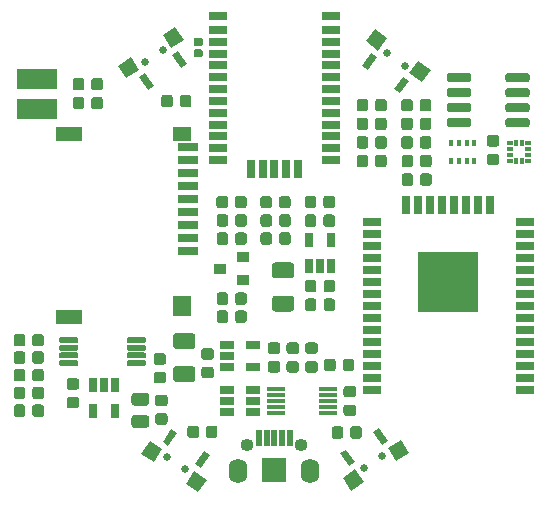
<source format=gbr>
%TF.GenerationSoftware,KiCad,Pcbnew,5.1.5+dfsg1-2~bpo10+1*%
%TF.CreationDate,Date%
%TF.ProjectId,osw,6f73772e-6b69-4636-9164-5f7063625858,2.1*%
%TF.SameCoordinates,Original*%
%TF.FileFunction,Soldermask,Top*%
%TF.FilePolarity,Negative*%
%FSLAX46Y46*%
G04 Gerber Fmt 4.6, Leading zero omitted, Abs format (unit mm)*
G04 Created by KiCad*
%MOMM*%
%LPD*%
G04 APERTURE LIST*
%ADD10C,0.100000*%
%ADD11R,3.502000X1.802000*%
%ADD12C,0.652000*%
%ADD13R,0.802000X1.602000*%
%ADD14R,1.602000X0.802000*%
%ADD15R,2.302000X1.302000*%
%ADD16R,1.502000X1.702000*%
%ADD17R,1.502000X1.302000*%
%ADD18R,1.702000X0.802000*%
%ADD19R,0.752000X1.162000*%
%ADD20R,1.162000X0.752000*%
%ADD21R,0.477000X0.452000*%
%ADD22R,0.452000X0.477000*%
%ADD23R,0.452000X0.602000*%
%ADD24R,1.502000X0.402000*%
%ADD25R,1.002000X0.902000*%
%ADD26O,1.100000X1.100000*%
%ADD27R,0.500000X1.450000*%
%ADD28O,1.600000X2.100000*%
%ADD29R,2.100000X2.100000*%
%ADD30R,0.702000X1.626000*%
%ADD31R,1.626000X0.702000*%
%ADD32R,5.102000X5.102000*%
G04 APERTURE END LIST*
D10*
%TO.C,R3*%
G36*
X161139191Y-105329676D02*
G01*
X161162901Y-105333193D01*
X161186152Y-105339017D01*
X161208720Y-105347092D01*
X161230389Y-105357341D01*
X161250948Y-105369664D01*
X161270201Y-105383942D01*
X161287961Y-105400039D01*
X161304058Y-105417799D01*
X161318336Y-105437052D01*
X161330659Y-105457611D01*
X161340908Y-105479280D01*
X161348983Y-105501848D01*
X161354807Y-105525099D01*
X161358324Y-105548809D01*
X161359500Y-105572750D01*
X161359500Y-106136250D01*
X161358324Y-106160191D01*
X161354807Y-106183901D01*
X161348983Y-106207152D01*
X161340908Y-106229720D01*
X161330659Y-106251389D01*
X161318336Y-106271948D01*
X161304058Y-106291201D01*
X161287961Y-106308961D01*
X161270201Y-106325058D01*
X161250948Y-106339336D01*
X161230389Y-106351659D01*
X161208720Y-106361908D01*
X161186152Y-106369983D01*
X161162901Y-106375807D01*
X161139191Y-106379324D01*
X161115250Y-106380500D01*
X160626750Y-106380500D01*
X160602809Y-106379324D01*
X160579099Y-106375807D01*
X160555848Y-106369983D01*
X160533280Y-106361908D01*
X160511611Y-106351659D01*
X160491052Y-106339336D01*
X160471799Y-106325058D01*
X160454039Y-106308961D01*
X160437942Y-106291201D01*
X160423664Y-106271948D01*
X160411341Y-106251389D01*
X160401092Y-106229720D01*
X160393017Y-106207152D01*
X160387193Y-106183901D01*
X160383676Y-106160191D01*
X160382500Y-106136250D01*
X160382500Y-105572750D01*
X160383676Y-105548809D01*
X160387193Y-105525099D01*
X160393017Y-105501848D01*
X160401092Y-105479280D01*
X160411341Y-105457611D01*
X160423664Y-105437052D01*
X160437942Y-105417799D01*
X160454039Y-105400039D01*
X160471799Y-105383942D01*
X160491052Y-105369664D01*
X160511611Y-105357341D01*
X160533280Y-105347092D01*
X160555848Y-105339017D01*
X160579099Y-105333193D01*
X160602809Y-105329676D01*
X160626750Y-105328500D01*
X161115250Y-105328500D01*
X161139191Y-105329676D01*
G37*
G36*
X159564191Y-105329676D02*
G01*
X159587901Y-105333193D01*
X159611152Y-105339017D01*
X159633720Y-105347092D01*
X159655389Y-105357341D01*
X159675948Y-105369664D01*
X159695201Y-105383942D01*
X159712961Y-105400039D01*
X159729058Y-105417799D01*
X159743336Y-105437052D01*
X159755659Y-105457611D01*
X159765908Y-105479280D01*
X159773983Y-105501848D01*
X159779807Y-105525099D01*
X159783324Y-105548809D01*
X159784500Y-105572750D01*
X159784500Y-106136250D01*
X159783324Y-106160191D01*
X159779807Y-106183901D01*
X159773983Y-106207152D01*
X159765908Y-106229720D01*
X159755659Y-106251389D01*
X159743336Y-106271948D01*
X159729058Y-106291201D01*
X159712961Y-106308961D01*
X159695201Y-106325058D01*
X159675948Y-106339336D01*
X159655389Y-106351659D01*
X159633720Y-106361908D01*
X159611152Y-106369983D01*
X159587901Y-106375807D01*
X159564191Y-106379324D01*
X159540250Y-106380500D01*
X159051750Y-106380500D01*
X159027809Y-106379324D01*
X159004099Y-106375807D01*
X158980848Y-106369983D01*
X158958280Y-106361908D01*
X158936611Y-106351659D01*
X158916052Y-106339336D01*
X158896799Y-106325058D01*
X158879039Y-106308961D01*
X158862942Y-106291201D01*
X158848664Y-106271948D01*
X158836341Y-106251389D01*
X158826092Y-106229720D01*
X158818017Y-106207152D01*
X158812193Y-106183901D01*
X158808676Y-106160191D01*
X158807500Y-106136250D01*
X158807500Y-105572750D01*
X158808676Y-105548809D01*
X158812193Y-105525099D01*
X158818017Y-105501848D01*
X158826092Y-105479280D01*
X158836341Y-105457611D01*
X158848664Y-105437052D01*
X158862942Y-105417799D01*
X158879039Y-105400039D01*
X158896799Y-105383942D01*
X158916052Y-105369664D01*
X158936611Y-105357341D01*
X158958280Y-105347092D01*
X158980848Y-105339017D01*
X159004099Y-105333193D01*
X159027809Y-105329676D01*
X159051750Y-105328500D01*
X159540250Y-105328500D01*
X159564191Y-105329676D01*
G37*
%TD*%
D11*
%TO.C,J1*%
X139890500Y-95440500D03*
X139890500Y-97980500D03*
%TD*%
D12*
%TO.C,SW2*%
X171020589Y-94309865D03*
X169530784Y-93227459D03*
D10*
G36*
X167897302Y-94650622D02*
G01*
X167410274Y-94296776D01*
X168175570Y-93243436D01*
X168662598Y-93597282D01*
X167897302Y-94650622D01*
G37*
G36*
X170607509Y-96619703D02*
G01*
X170120481Y-96265857D01*
X170885777Y-95212517D01*
X171372805Y-95566363D01*
X170607509Y-96619703D01*
G37*
G36*
X168768555Y-93007405D02*
G01*
X167715215Y-92242109D01*
X168480511Y-91188769D01*
X169533851Y-91954065D01*
X168768555Y-93007405D01*
G37*
G36*
X172467381Y-95694760D02*
G01*
X171414041Y-94929464D01*
X172179337Y-93876124D01*
X173232677Y-94641420D01*
X172467381Y-95694760D01*
G37*
%TD*%
D12*
%TO.C,SW1*%
X150539658Y-92967369D03*
X149012986Y-93997122D03*
D10*
G36*
X149791638Y-96018843D02*
G01*
X149292557Y-96355478D01*
X148564488Y-95276071D01*
X149063569Y-94939436D01*
X149791638Y-96018843D01*
G37*
G36*
X152568914Y-94145547D02*
G01*
X152069833Y-94482182D01*
X151341764Y-93402775D01*
X151840845Y-93066140D01*
X152568914Y-94145547D01*
G37*
G36*
X148545506Y-94638121D02*
G01*
X147466099Y-95366190D01*
X146738030Y-94286783D01*
X147817437Y-93558714D01*
X148545506Y-94638121D01*
G37*
G36*
X152335865Y-92081491D02*
G01*
X151256458Y-92809560D01*
X150528389Y-91730153D01*
X151607796Y-91002084D01*
X152335865Y-92081491D01*
G37*
%TD*%
D12*
%TO.C,SW5*%
X150918815Y-127387791D03*
X152445487Y-128417544D03*
D10*
G36*
X154028306Y-126938240D02*
G01*
X154527387Y-127274875D01*
X153799318Y-128354282D01*
X153300237Y-128017647D01*
X154028306Y-126938240D01*
G37*
G36*
X151251030Y-125064944D02*
G01*
X151750111Y-125401579D01*
X151022042Y-126480986D01*
X150522961Y-126144351D01*
X151251030Y-125064944D01*
G37*
G36*
X153214931Y-128610862D02*
G01*
X154294338Y-129338931D01*
X153566269Y-130418338D01*
X152486862Y-129690269D01*
X153214931Y-128610862D01*
G37*
G36*
X149424572Y-126054232D02*
G01*
X150503979Y-126782301D01*
X149775910Y-127861708D01*
X148696503Y-127133639D01*
X149424572Y-126054232D01*
G37*
%TD*%
D12*
%TO.C,SW4*%
X167577766Y-128331569D03*
X169122178Y-127328616D03*
D10*
G36*
X168378928Y-125293613D02*
G01*
X168883808Y-124965740D01*
X169592928Y-126057689D01*
X169088048Y-126385562D01*
X168378928Y-125293613D01*
G37*
G36*
X165569381Y-127118154D02*
G01*
X166074261Y-126790281D01*
X166783381Y-127882230D01*
X166278501Y-128210103D01*
X165569381Y-127118154D01*
G37*
G36*
X169600773Y-126695874D02*
G01*
X170692723Y-125986754D01*
X171401843Y-127078704D01*
X170309893Y-127787824D01*
X169600773Y-126695874D01*
G37*
G36*
X165766372Y-129185963D02*
G01*
X166858322Y-128476843D01*
X167567442Y-129568793D01*
X166475492Y-130277913D01*
X165766372Y-129185963D01*
G37*
%TD*%
D13*
%TO.C,U8*%
X160000000Y-103000000D03*
X161000000Y-103000000D03*
X162000000Y-103000000D03*
X159000000Y-103000000D03*
X158000000Y-103000000D03*
D14*
X155220000Y-102275000D03*
X155220000Y-101275000D03*
X155220000Y-100275000D03*
X155220000Y-99275000D03*
X155220000Y-98275000D03*
X155220000Y-97275000D03*
X155220000Y-96275000D03*
X155220000Y-95275000D03*
X155220000Y-94275000D03*
X155220000Y-93275000D03*
X155220000Y-92275000D03*
X155220000Y-91275000D03*
X155220000Y-90125000D03*
X164780000Y-90125000D03*
X164780000Y-93275000D03*
X164780000Y-102275000D03*
X164780000Y-91275000D03*
X164780000Y-98275000D03*
X164780000Y-92275000D03*
X164780000Y-97275000D03*
X164780000Y-94275000D03*
X164780000Y-95275000D03*
X164780000Y-100275000D03*
X164780000Y-96275000D03*
X164780000Y-101275000D03*
X164780000Y-99275000D03*
%TD*%
D10*
%TO.C,R18*%
G36*
X171489491Y-98687576D02*
G01*
X171513201Y-98691093D01*
X171536452Y-98696917D01*
X171559020Y-98704992D01*
X171580689Y-98715241D01*
X171601248Y-98727564D01*
X171620501Y-98741842D01*
X171638261Y-98757939D01*
X171654358Y-98775699D01*
X171668636Y-98794952D01*
X171680959Y-98815511D01*
X171691208Y-98837180D01*
X171699283Y-98859748D01*
X171705107Y-98882999D01*
X171708624Y-98906709D01*
X171709800Y-98930650D01*
X171709800Y-99494150D01*
X171708624Y-99518091D01*
X171705107Y-99541801D01*
X171699283Y-99565052D01*
X171691208Y-99587620D01*
X171680959Y-99609289D01*
X171668636Y-99629848D01*
X171654358Y-99649101D01*
X171638261Y-99666861D01*
X171620501Y-99682958D01*
X171601248Y-99697236D01*
X171580689Y-99709559D01*
X171559020Y-99719808D01*
X171536452Y-99727883D01*
X171513201Y-99733707D01*
X171489491Y-99737224D01*
X171465550Y-99738400D01*
X170977050Y-99738400D01*
X170953109Y-99737224D01*
X170929399Y-99733707D01*
X170906148Y-99727883D01*
X170883580Y-99719808D01*
X170861911Y-99709559D01*
X170841352Y-99697236D01*
X170822099Y-99682958D01*
X170804339Y-99666861D01*
X170788242Y-99649101D01*
X170773964Y-99629848D01*
X170761641Y-99609289D01*
X170751392Y-99587620D01*
X170743317Y-99565052D01*
X170737493Y-99541801D01*
X170733976Y-99518091D01*
X170732800Y-99494150D01*
X170732800Y-98930650D01*
X170733976Y-98906709D01*
X170737493Y-98882999D01*
X170743317Y-98859748D01*
X170751392Y-98837180D01*
X170761641Y-98815511D01*
X170773964Y-98794952D01*
X170788242Y-98775699D01*
X170804339Y-98757939D01*
X170822099Y-98741842D01*
X170841352Y-98727564D01*
X170861911Y-98715241D01*
X170883580Y-98704992D01*
X170906148Y-98696917D01*
X170929399Y-98691093D01*
X170953109Y-98687576D01*
X170977050Y-98686400D01*
X171465550Y-98686400D01*
X171489491Y-98687576D01*
G37*
G36*
X173064491Y-98687576D02*
G01*
X173088201Y-98691093D01*
X173111452Y-98696917D01*
X173134020Y-98704992D01*
X173155689Y-98715241D01*
X173176248Y-98727564D01*
X173195501Y-98741842D01*
X173213261Y-98757939D01*
X173229358Y-98775699D01*
X173243636Y-98794952D01*
X173255959Y-98815511D01*
X173266208Y-98837180D01*
X173274283Y-98859748D01*
X173280107Y-98882999D01*
X173283624Y-98906709D01*
X173284800Y-98930650D01*
X173284800Y-99494150D01*
X173283624Y-99518091D01*
X173280107Y-99541801D01*
X173274283Y-99565052D01*
X173266208Y-99587620D01*
X173255959Y-99609289D01*
X173243636Y-99629848D01*
X173229358Y-99649101D01*
X173213261Y-99666861D01*
X173195501Y-99682958D01*
X173176248Y-99697236D01*
X173155689Y-99709559D01*
X173134020Y-99719808D01*
X173111452Y-99727883D01*
X173088201Y-99733707D01*
X173064491Y-99737224D01*
X173040550Y-99738400D01*
X172552050Y-99738400D01*
X172528109Y-99737224D01*
X172504399Y-99733707D01*
X172481148Y-99727883D01*
X172458580Y-99719808D01*
X172436911Y-99709559D01*
X172416352Y-99697236D01*
X172397099Y-99682958D01*
X172379339Y-99666861D01*
X172363242Y-99649101D01*
X172348964Y-99629848D01*
X172336641Y-99609289D01*
X172326392Y-99587620D01*
X172318317Y-99565052D01*
X172312493Y-99541801D01*
X172308976Y-99518091D01*
X172307800Y-99494150D01*
X172307800Y-98930650D01*
X172308976Y-98906709D01*
X172312493Y-98882999D01*
X172318317Y-98859748D01*
X172326392Y-98837180D01*
X172336641Y-98815511D01*
X172348964Y-98794952D01*
X172363242Y-98775699D01*
X172379339Y-98757939D01*
X172397099Y-98741842D01*
X172416352Y-98727564D01*
X172436911Y-98715241D01*
X172458580Y-98704992D01*
X172481148Y-98696917D01*
X172504399Y-98691093D01*
X172528109Y-98687576D01*
X172552050Y-98686400D01*
X173040550Y-98686400D01*
X173064491Y-98687576D01*
G37*
%TD*%
%TO.C,C11*%
G36*
X171489491Y-97112776D02*
G01*
X171513201Y-97116293D01*
X171536452Y-97122117D01*
X171559020Y-97130192D01*
X171580689Y-97140441D01*
X171601248Y-97152764D01*
X171620501Y-97167042D01*
X171638261Y-97183139D01*
X171654358Y-97200899D01*
X171668636Y-97220152D01*
X171680959Y-97240711D01*
X171691208Y-97262380D01*
X171699283Y-97284948D01*
X171705107Y-97308199D01*
X171708624Y-97331909D01*
X171709800Y-97355850D01*
X171709800Y-97919350D01*
X171708624Y-97943291D01*
X171705107Y-97967001D01*
X171699283Y-97990252D01*
X171691208Y-98012820D01*
X171680959Y-98034489D01*
X171668636Y-98055048D01*
X171654358Y-98074301D01*
X171638261Y-98092061D01*
X171620501Y-98108158D01*
X171601248Y-98122436D01*
X171580689Y-98134759D01*
X171559020Y-98145008D01*
X171536452Y-98153083D01*
X171513201Y-98158907D01*
X171489491Y-98162424D01*
X171465550Y-98163600D01*
X170977050Y-98163600D01*
X170953109Y-98162424D01*
X170929399Y-98158907D01*
X170906148Y-98153083D01*
X170883580Y-98145008D01*
X170861911Y-98134759D01*
X170841352Y-98122436D01*
X170822099Y-98108158D01*
X170804339Y-98092061D01*
X170788242Y-98074301D01*
X170773964Y-98055048D01*
X170761641Y-98034489D01*
X170751392Y-98012820D01*
X170743317Y-97990252D01*
X170737493Y-97967001D01*
X170733976Y-97943291D01*
X170732800Y-97919350D01*
X170732800Y-97355850D01*
X170733976Y-97331909D01*
X170737493Y-97308199D01*
X170743317Y-97284948D01*
X170751392Y-97262380D01*
X170761641Y-97240711D01*
X170773964Y-97220152D01*
X170788242Y-97200899D01*
X170804339Y-97183139D01*
X170822099Y-97167042D01*
X170841352Y-97152764D01*
X170861911Y-97140441D01*
X170883580Y-97130192D01*
X170906148Y-97122117D01*
X170929399Y-97116293D01*
X170953109Y-97112776D01*
X170977050Y-97111600D01*
X171465550Y-97111600D01*
X171489491Y-97112776D01*
G37*
G36*
X173064491Y-97112776D02*
G01*
X173088201Y-97116293D01*
X173111452Y-97122117D01*
X173134020Y-97130192D01*
X173155689Y-97140441D01*
X173176248Y-97152764D01*
X173195501Y-97167042D01*
X173213261Y-97183139D01*
X173229358Y-97200899D01*
X173243636Y-97220152D01*
X173255959Y-97240711D01*
X173266208Y-97262380D01*
X173274283Y-97284948D01*
X173280107Y-97308199D01*
X173283624Y-97331909D01*
X173284800Y-97355850D01*
X173284800Y-97919350D01*
X173283624Y-97943291D01*
X173280107Y-97967001D01*
X173274283Y-97990252D01*
X173266208Y-98012820D01*
X173255959Y-98034489D01*
X173243636Y-98055048D01*
X173229358Y-98074301D01*
X173213261Y-98092061D01*
X173195501Y-98108158D01*
X173176248Y-98122436D01*
X173155689Y-98134759D01*
X173134020Y-98145008D01*
X173111452Y-98153083D01*
X173088201Y-98158907D01*
X173064491Y-98162424D01*
X173040550Y-98163600D01*
X172552050Y-98163600D01*
X172528109Y-98162424D01*
X172504399Y-98158907D01*
X172481148Y-98153083D01*
X172458580Y-98145008D01*
X172436911Y-98134759D01*
X172416352Y-98122436D01*
X172397099Y-98108158D01*
X172379339Y-98092061D01*
X172363242Y-98074301D01*
X172348964Y-98055048D01*
X172336641Y-98034489D01*
X172326392Y-98012820D01*
X172318317Y-97990252D01*
X172312493Y-97967001D01*
X172308976Y-97943291D01*
X172307800Y-97919350D01*
X172307800Y-97355850D01*
X172308976Y-97331909D01*
X172312493Y-97308199D01*
X172318317Y-97284948D01*
X172326392Y-97262380D01*
X172336641Y-97240711D01*
X172348964Y-97220152D01*
X172363242Y-97200899D01*
X172379339Y-97183139D01*
X172397099Y-97167042D01*
X172416352Y-97152764D01*
X172436911Y-97140441D01*
X172458580Y-97130192D01*
X172481148Y-97122117D01*
X172504399Y-97116293D01*
X172528109Y-97112776D01*
X172552050Y-97111600D01*
X173040550Y-97111600D01*
X173064491Y-97112776D01*
G37*
%TD*%
%TO.C,C21*%
G36*
X169279791Y-97112776D02*
G01*
X169303501Y-97116293D01*
X169326752Y-97122117D01*
X169349320Y-97130192D01*
X169370989Y-97140441D01*
X169391548Y-97152764D01*
X169410801Y-97167042D01*
X169428561Y-97183139D01*
X169444658Y-97200899D01*
X169458936Y-97220152D01*
X169471259Y-97240711D01*
X169481508Y-97262380D01*
X169489583Y-97284948D01*
X169495407Y-97308199D01*
X169498924Y-97331909D01*
X169500100Y-97355850D01*
X169500100Y-97919350D01*
X169498924Y-97943291D01*
X169495407Y-97967001D01*
X169489583Y-97990252D01*
X169481508Y-98012820D01*
X169471259Y-98034489D01*
X169458936Y-98055048D01*
X169444658Y-98074301D01*
X169428561Y-98092061D01*
X169410801Y-98108158D01*
X169391548Y-98122436D01*
X169370989Y-98134759D01*
X169349320Y-98145008D01*
X169326752Y-98153083D01*
X169303501Y-98158907D01*
X169279791Y-98162424D01*
X169255850Y-98163600D01*
X168767350Y-98163600D01*
X168743409Y-98162424D01*
X168719699Y-98158907D01*
X168696448Y-98153083D01*
X168673880Y-98145008D01*
X168652211Y-98134759D01*
X168631652Y-98122436D01*
X168612399Y-98108158D01*
X168594639Y-98092061D01*
X168578542Y-98074301D01*
X168564264Y-98055048D01*
X168551941Y-98034489D01*
X168541692Y-98012820D01*
X168533617Y-97990252D01*
X168527793Y-97967001D01*
X168524276Y-97943291D01*
X168523100Y-97919350D01*
X168523100Y-97355850D01*
X168524276Y-97331909D01*
X168527793Y-97308199D01*
X168533617Y-97284948D01*
X168541692Y-97262380D01*
X168551941Y-97240711D01*
X168564264Y-97220152D01*
X168578542Y-97200899D01*
X168594639Y-97183139D01*
X168612399Y-97167042D01*
X168631652Y-97152764D01*
X168652211Y-97140441D01*
X168673880Y-97130192D01*
X168696448Y-97122117D01*
X168719699Y-97116293D01*
X168743409Y-97112776D01*
X168767350Y-97111600D01*
X169255850Y-97111600D01*
X169279791Y-97112776D01*
G37*
G36*
X167704791Y-97112776D02*
G01*
X167728501Y-97116293D01*
X167751752Y-97122117D01*
X167774320Y-97130192D01*
X167795989Y-97140441D01*
X167816548Y-97152764D01*
X167835801Y-97167042D01*
X167853561Y-97183139D01*
X167869658Y-97200899D01*
X167883936Y-97220152D01*
X167896259Y-97240711D01*
X167906508Y-97262380D01*
X167914583Y-97284948D01*
X167920407Y-97308199D01*
X167923924Y-97331909D01*
X167925100Y-97355850D01*
X167925100Y-97919350D01*
X167923924Y-97943291D01*
X167920407Y-97967001D01*
X167914583Y-97990252D01*
X167906508Y-98012820D01*
X167896259Y-98034489D01*
X167883936Y-98055048D01*
X167869658Y-98074301D01*
X167853561Y-98092061D01*
X167835801Y-98108158D01*
X167816548Y-98122436D01*
X167795989Y-98134759D01*
X167774320Y-98145008D01*
X167751752Y-98153083D01*
X167728501Y-98158907D01*
X167704791Y-98162424D01*
X167680850Y-98163600D01*
X167192350Y-98163600D01*
X167168409Y-98162424D01*
X167144699Y-98158907D01*
X167121448Y-98153083D01*
X167098880Y-98145008D01*
X167077211Y-98134759D01*
X167056652Y-98122436D01*
X167037399Y-98108158D01*
X167019639Y-98092061D01*
X167003542Y-98074301D01*
X166989264Y-98055048D01*
X166976941Y-98034489D01*
X166966692Y-98012820D01*
X166958617Y-97990252D01*
X166952793Y-97967001D01*
X166949276Y-97943291D01*
X166948100Y-97919350D01*
X166948100Y-97355850D01*
X166949276Y-97331909D01*
X166952793Y-97308199D01*
X166958617Y-97284948D01*
X166966692Y-97262380D01*
X166976941Y-97240711D01*
X166989264Y-97220152D01*
X167003542Y-97200899D01*
X167019639Y-97183139D01*
X167037399Y-97167042D01*
X167056652Y-97152764D01*
X167077211Y-97140441D01*
X167098880Y-97130192D01*
X167121448Y-97122117D01*
X167144699Y-97116293D01*
X167168409Y-97112776D01*
X167192350Y-97111600D01*
X167680850Y-97111600D01*
X167704791Y-97112776D01*
G37*
%TD*%
%TO.C,C22*%
G36*
X157430791Y-106866376D02*
G01*
X157454501Y-106869893D01*
X157477752Y-106875717D01*
X157500320Y-106883792D01*
X157521989Y-106894041D01*
X157542548Y-106906364D01*
X157561801Y-106920642D01*
X157579561Y-106936739D01*
X157595658Y-106954499D01*
X157609936Y-106973752D01*
X157622259Y-106994311D01*
X157632508Y-107015980D01*
X157640583Y-107038548D01*
X157646407Y-107061799D01*
X157649924Y-107085509D01*
X157651100Y-107109450D01*
X157651100Y-107672950D01*
X157649924Y-107696891D01*
X157646407Y-107720601D01*
X157640583Y-107743852D01*
X157632508Y-107766420D01*
X157622259Y-107788089D01*
X157609936Y-107808648D01*
X157595658Y-107827901D01*
X157579561Y-107845661D01*
X157561801Y-107861758D01*
X157542548Y-107876036D01*
X157521989Y-107888359D01*
X157500320Y-107898608D01*
X157477752Y-107906683D01*
X157454501Y-107912507D01*
X157430791Y-107916024D01*
X157406850Y-107917200D01*
X156918350Y-107917200D01*
X156894409Y-107916024D01*
X156870699Y-107912507D01*
X156847448Y-107906683D01*
X156824880Y-107898608D01*
X156803211Y-107888359D01*
X156782652Y-107876036D01*
X156763399Y-107861758D01*
X156745639Y-107845661D01*
X156729542Y-107827901D01*
X156715264Y-107808648D01*
X156702941Y-107788089D01*
X156692692Y-107766420D01*
X156684617Y-107743852D01*
X156678793Y-107720601D01*
X156675276Y-107696891D01*
X156674100Y-107672950D01*
X156674100Y-107109450D01*
X156675276Y-107085509D01*
X156678793Y-107061799D01*
X156684617Y-107038548D01*
X156692692Y-107015980D01*
X156702941Y-106994311D01*
X156715264Y-106973752D01*
X156729542Y-106954499D01*
X156745639Y-106936739D01*
X156763399Y-106920642D01*
X156782652Y-106906364D01*
X156803211Y-106894041D01*
X156824880Y-106883792D01*
X156847448Y-106875717D01*
X156870699Y-106869893D01*
X156894409Y-106866376D01*
X156918350Y-106865200D01*
X157406850Y-106865200D01*
X157430791Y-106866376D01*
G37*
G36*
X155855791Y-106866376D02*
G01*
X155879501Y-106869893D01*
X155902752Y-106875717D01*
X155925320Y-106883792D01*
X155946989Y-106894041D01*
X155967548Y-106906364D01*
X155986801Y-106920642D01*
X156004561Y-106936739D01*
X156020658Y-106954499D01*
X156034936Y-106973752D01*
X156047259Y-106994311D01*
X156057508Y-107015980D01*
X156065583Y-107038548D01*
X156071407Y-107061799D01*
X156074924Y-107085509D01*
X156076100Y-107109450D01*
X156076100Y-107672950D01*
X156074924Y-107696891D01*
X156071407Y-107720601D01*
X156065583Y-107743852D01*
X156057508Y-107766420D01*
X156047259Y-107788089D01*
X156034936Y-107808648D01*
X156020658Y-107827901D01*
X156004561Y-107845661D01*
X155986801Y-107861758D01*
X155967548Y-107876036D01*
X155946989Y-107888359D01*
X155925320Y-107898608D01*
X155902752Y-107906683D01*
X155879501Y-107912507D01*
X155855791Y-107916024D01*
X155831850Y-107917200D01*
X155343350Y-107917200D01*
X155319409Y-107916024D01*
X155295699Y-107912507D01*
X155272448Y-107906683D01*
X155249880Y-107898608D01*
X155228211Y-107888359D01*
X155207652Y-107876036D01*
X155188399Y-107861758D01*
X155170639Y-107845661D01*
X155154542Y-107827901D01*
X155140264Y-107808648D01*
X155127941Y-107788089D01*
X155117692Y-107766420D01*
X155109617Y-107743852D01*
X155103793Y-107720601D01*
X155100276Y-107696891D01*
X155099100Y-107672950D01*
X155099100Y-107109450D01*
X155100276Y-107085509D01*
X155103793Y-107061799D01*
X155109617Y-107038548D01*
X155117692Y-107015980D01*
X155127941Y-106994311D01*
X155140264Y-106973752D01*
X155154542Y-106954499D01*
X155170639Y-106936739D01*
X155188399Y-106920642D01*
X155207652Y-106906364D01*
X155228211Y-106894041D01*
X155249880Y-106883792D01*
X155272448Y-106875717D01*
X155295699Y-106869893D01*
X155319409Y-106866376D01*
X155343350Y-106865200D01*
X155831850Y-106865200D01*
X155855791Y-106866376D01*
G37*
%TD*%
%TO.C,C20*%
G36*
X169279791Y-98687576D02*
G01*
X169303501Y-98691093D01*
X169326752Y-98696917D01*
X169349320Y-98704992D01*
X169370989Y-98715241D01*
X169391548Y-98727564D01*
X169410801Y-98741842D01*
X169428561Y-98757939D01*
X169444658Y-98775699D01*
X169458936Y-98794952D01*
X169471259Y-98815511D01*
X169481508Y-98837180D01*
X169489583Y-98859748D01*
X169495407Y-98882999D01*
X169498924Y-98906709D01*
X169500100Y-98930650D01*
X169500100Y-99494150D01*
X169498924Y-99518091D01*
X169495407Y-99541801D01*
X169489583Y-99565052D01*
X169481508Y-99587620D01*
X169471259Y-99609289D01*
X169458936Y-99629848D01*
X169444658Y-99649101D01*
X169428561Y-99666861D01*
X169410801Y-99682958D01*
X169391548Y-99697236D01*
X169370989Y-99709559D01*
X169349320Y-99719808D01*
X169326752Y-99727883D01*
X169303501Y-99733707D01*
X169279791Y-99737224D01*
X169255850Y-99738400D01*
X168767350Y-99738400D01*
X168743409Y-99737224D01*
X168719699Y-99733707D01*
X168696448Y-99727883D01*
X168673880Y-99719808D01*
X168652211Y-99709559D01*
X168631652Y-99697236D01*
X168612399Y-99682958D01*
X168594639Y-99666861D01*
X168578542Y-99649101D01*
X168564264Y-99629848D01*
X168551941Y-99609289D01*
X168541692Y-99587620D01*
X168533617Y-99565052D01*
X168527793Y-99541801D01*
X168524276Y-99518091D01*
X168523100Y-99494150D01*
X168523100Y-98930650D01*
X168524276Y-98906709D01*
X168527793Y-98882999D01*
X168533617Y-98859748D01*
X168541692Y-98837180D01*
X168551941Y-98815511D01*
X168564264Y-98794952D01*
X168578542Y-98775699D01*
X168594639Y-98757939D01*
X168612399Y-98741842D01*
X168631652Y-98727564D01*
X168652211Y-98715241D01*
X168673880Y-98704992D01*
X168696448Y-98696917D01*
X168719699Y-98691093D01*
X168743409Y-98687576D01*
X168767350Y-98686400D01*
X169255850Y-98686400D01*
X169279791Y-98687576D01*
G37*
G36*
X167704791Y-98687576D02*
G01*
X167728501Y-98691093D01*
X167751752Y-98696917D01*
X167774320Y-98704992D01*
X167795989Y-98715241D01*
X167816548Y-98727564D01*
X167835801Y-98741842D01*
X167853561Y-98757939D01*
X167869658Y-98775699D01*
X167883936Y-98794952D01*
X167896259Y-98815511D01*
X167906508Y-98837180D01*
X167914583Y-98859748D01*
X167920407Y-98882999D01*
X167923924Y-98906709D01*
X167925100Y-98930650D01*
X167925100Y-99494150D01*
X167923924Y-99518091D01*
X167920407Y-99541801D01*
X167914583Y-99565052D01*
X167906508Y-99587620D01*
X167896259Y-99609289D01*
X167883936Y-99629848D01*
X167869658Y-99649101D01*
X167853561Y-99666861D01*
X167835801Y-99682958D01*
X167816548Y-99697236D01*
X167795989Y-99709559D01*
X167774320Y-99719808D01*
X167751752Y-99727883D01*
X167728501Y-99733707D01*
X167704791Y-99737224D01*
X167680850Y-99738400D01*
X167192350Y-99738400D01*
X167168409Y-99737224D01*
X167144699Y-99733707D01*
X167121448Y-99727883D01*
X167098880Y-99719808D01*
X167077211Y-99709559D01*
X167056652Y-99697236D01*
X167037399Y-99682958D01*
X167019639Y-99666861D01*
X167003542Y-99649101D01*
X166989264Y-99629848D01*
X166976941Y-99609289D01*
X166966692Y-99587620D01*
X166958617Y-99565052D01*
X166952793Y-99541801D01*
X166949276Y-99518091D01*
X166948100Y-99494150D01*
X166948100Y-98930650D01*
X166949276Y-98906709D01*
X166952793Y-98882999D01*
X166958617Y-98859748D01*
X166966692Y-98837180D01*
X166976941Y-98815511D01*
X166989264Y-98794952D01*
X167003542Y-98775699D01*
X167019639Y-98757939D01*
X167037399Y-98741842D01*
X167056652Y-98727564D01*
X167077211Y-98715241D01*
X167098880Y-98704992D01*
X167121448Y-98696917D01*
X167144699Y-98691093D01*
X167168409Y-98687576D01*
X167192350Y-98686400D01*
X167680850Y-98686400D01*
X167704791Y-98687576D01*
G37*
%TD*%
D15*
%TO.C,XS1*%
X142600000Y-115550000D03*
X142600000Y-100050000D03*
D16*
X152200000Y-114650000D03*
D17*
X152200000Y-100050000D03*
D18*
X152700000Y-101200000D03*
X152700000Y-103400000D03*
X152700000Y-102300000D03*
X152700000Y-104500000D03*
X152700000Y-105600000D03*
X152700000Y-106700000D03*
X152700000Y-110000000D03*
X152700000Y-108900000D03*
X152700000Y-107800000D03*
%TD*%
D10*
%TO.C,R5*%
G36*
X153757957Y-92903033D02*
G01*
X153774751Y-92905524D01*
X153791219Y-92909649D01*
X153807204Y-92915369D01*
X153822552Y-92922628D01*
X153837114Y-92931356D01*
X153850750Y-92941469D01*
X153863329Y-92952871D01*
X153874731Y-92965450D01*
X153884844Y-92979086D01*
X153893572Y-92993648D01*
X153900831Y-93008996D01*
X153906551Y-93024981D01*
X153910676Y-93041449D01*
X153913167Y-93058243D01*
X153914000Y-93075200D01*
X153914000Y-93421200D01*
X153913167Y-93438157D01*
X153910676Y-93454951D01*
X153906551Y-93471419D01*
X153900831Y-93487404D01*
X153893572Y-93502752D01*
X153884844Y-93517314D01*
X153874731Y-93530950D01*
X153863329Y-93543529D01*
X153850750Y-93554931D01*
X153837114Y-93565044D01*
X153822552Y-93573772D01*
X153807204Y-93581031D01*
X153791219Y-93586751D01*
X153774751Y-93590876D01*
X153757957Y-93593367D01*
X153741000Y-93594200D01*
X153345000Y-93594200D01*
X153328043Y-93593367D01*
X153311249Y-93590876D01*
X153294781Y-93586751D01*
X153278796Y-93581031D01*
X153263448Y-93573772D01*
X153248886Y-93565044D01*
X153235250Y-93554931D01*
X153222671Y-93543529D01*
X153211269Y-93530950D01*
X153201156Y-93517314D01*
X153192428Y-93502752D01*
X153185169Y-93487404D01*
X153179449Y-93471419D01*
X153175324Y-93454951D01*
X153172833Y-93438157D01*
X153172000Y-93421200D01*
X153172000Y-93075200D01*
X153172833Y-93058243D01*
X153175324Y-93041449D01*
X153179449Y-93024981D01*
X153185169Y-93008996D01*
X153192428Y-92993648D01*
X153201156Y-92979086D01*
X153211269Y-92965450D01*
X153222671Y-92952871D01*
X153235250Y-92941469D01*
X153248886Y-92931356D01*
X153263448Y-92922628D01*
X153278796Y-92915369D01*
X153294781Y-92909649D01*
X153311249Y-92905524D01*
X153328043Y-92903033D01*
X153345000Y-92902200D01*
X153741000Y-92902200D01*
X153757957Y-92903033D01*
G37*
G36*
X153757957Y-91933033D02*
G01*
X153774751Y-91935524D01*
X153791219Y-91939649D01*
X153807204Y-91945369D01*
X153822552Y-91952628D01*
X153837114Y-91961356D01*
X153850750Y-91971469D01*
X153863329Y-91982871D01*
X153874731Y-91995450D01*
X153884844Y-92009086D01*
X153893572Y-92023648D01*
X153900831Y-92038996D01*
X153906551Y-92054981D01*
X153910676Y-92071449D01*
X153913167Y-92088243D01*
X153914000Y-92105200D01*
X153914000Y-92451200D01*
X153913167Y-92468157D01*
X153910676Y-92484951D01*
X153906551Y-92501419D01*
X153900831Y-92517404D01*
X153893572Y-92532752D01*
X153884844Y-92547314D01*
X153874731Y-92560950D01*
X153863329Y-92573529D01*
X153850750Y-92584931D01*
X153837114Y-92595044D01*
X153822552Y-92603772D01*
X153807204Y-92611031D01*
X153791219Y-92616751D01*
X153774751Y-92620876D01*
X153757957Y-92623367D01*
X153741000Y-92624200D01*
X153345000Y-92624200D01*
X153328043Y-92623367D01*
X153311249Y-92620876D01*
X153294781Y-92616751D01*
X153278796Y-92611031D01*
X153263448Y-92603772D01*
X153248886Y-92595044D01*
X153235250Y-92584931D01*
X153222671Y-92573529D01*
X153211269Y-92560950D01*
X153201156Y-92547314D01*
X153192428Y-92532752D01*
X153185169Y-92517404D01*
X153179449Y-92501419D01*
X153175324Y-92484951D01*
X153172833Y-92468157D01*
X153172000Y-92451200D01*
X153172000Y-92105200D01*
X153172833Y-92088243D01*
X153175324Y-92071449D01*
X153179449Y-92054981D01*
X153185169Y-92038996D01*
X153192428Y-92023648D01*
X153201156Y-92009086D01*
X153211269Y-91995450D01*
X153222671Y-91982871D01*
X153235250Y-91971469D01*
X153248886Y-91961356D01*
X153263448Y-91952628D01*
X153278796Y-91945369D01*
X153294781Y-91939649D01*
X153311249Y-91935524D01*
X153328043Y-91933033D01*
X153345000Y-91932200D01*
X153741000Y-91932200D01*
X153757957Y-91933033D01*
G37*
%TD*%
D19*
%TO.C,U13*%
X162918100Y-109047100D03*
X164818100Y-109047100D03*
X164818100Y-111247100D03*
X163868100Y-111247100D03*
X162918100Y-111247100D03*
%TD*%
D20*
%TO.C,U12*%
X155999000Y-122682000D03*
X155999000Y-123632000D03*
X155999000Y-121732000D03*
X158199000Y-121732000D03*
X158199000Y-122682000D03*
X158199000Y-123632000D03*
%TD*%
%TO.C,U10*%
X158199000Y-117922000D03*
X158199000Y-119822000D03*
X155999000Y-119822000D03*
X155999000Y-118872000D03*
X155999000Y-117922000D03*
%TD*%
D10*
%TO.C,R22*%
G36*
X155855791Y-115019776D02*
G01*
X155879501Y-115023293D01*
X155902752Y-115029117D01*
X155925320Y-115037192D01*
X155946989Y-115047441D01*
X155967548Y-115059764D01*
X155986801Y-115074042D01*
X156004561Y-115090139D01*
X156020658Y-115107899D01*
X156034936Y-115127152D01*
X156047259Y-115147711D01*
X156057508Y-115169380D01*
X156065583Y-115191948D01*
X156071407Y-115215199D01*
X156074924Y-115238909D01*
X156076100Y-115262850D01*
X156076100Y-115826350D01*
X156074924Y-115850291D01*
X156071407Y-115874001D01*
X156065583Y-115897252D01*
X156057508Y-115919820D01*
X156047259Y-115941489D01*
X156034936Y-115962048D01*
X156020658Y-115981301D01*
X156004561Y-115999061D01*
X155986801Y-116015158D01*
X155967548Y-116029436D01*
X155946989Y-116041759D01*
X155925320Y-116052008D01*
X155902752Y-116060083D01*
X155879501Y-116065907D01*
X155855791Y-116069424D01*
X155831850Y-116070600D01*
X155343350Y-116070600D01*
X155319409Y-116069424D01*
X155295699Y-116065907D01*
X155272448Y-116060083D01*
X155249880Y-116052008D01*
X155228211Y-116041759D01*
X155207652Y-116029436D01*
X155188399Y-116015158D01*
X155170639Y-115999061D01*
X155154542Y-115981301D01*
X155140264Y-115962048D01*
X155127941Y-115941489D01*
X155117692Y-115919820D01*
X155109617Y-115897252D01*
X155103793Y-115874001D01*
X155100276Y-115850291D01*
X155099100Y-115826350D01*
X155099100Y-115262850D01*
X155100276Y-115238909D01*
X155103793Y-115215199D01*
X155109617Y-115191948D01*
X155117692Y-115169380D01*
X155127941Y-115147711D01*
X155140264Y-115127152D01*
X155154542Y-115107899D01*
X155170639Y-115090139D01*
X155188399Y-115074042D01*
X155207652Y-115059764D01*
X155228211Y-115047441D01*
X155249880Y-115037192D01*
X155272448Y-115029117D01*
X155295699Y-115023293D01*
X155319409Y-115019776D01*
X155343350Y-115018600D01*
X155831850Y-115018600D01*
X155855791Y-115019776D01*
G37*
G36*
X157430791Y-115019776D02*
G01*
X157454501Y-115023293D01*
X157477752Y-115029117D01*
X157500320Y-115037192D01*
X157521989Y-115047441D01*
X157542548Y-115059764D01*
X157561801Y-115074042D01*
X157579561Y-115090139D01*
X157595658Y-115107899D01*
X157609936Y-115127152D01*
X157622259Y-115147711D01*
X157632508Y-115169380D01*
X157640583Y-115191948D01*
X157646407Y-115215199D01*
X157649924Y-115238909D01*
X157651100Y-115262850D01*
X157651100Y-115826350D01*
X157649924Y-115850291D01*
X157646407Y-115874001D01*
X157640583Y-115897252D01*
X157632508Y-115919820D01*
X157622259Y-115941489D01*
X157609936Y-115962048D01*
X157595658Y-115981301D01*
X157579561Y-115999061D01*
X157561801Y-116015158D01*
X157542548Y-116029436D01*
X157521989Y-116041759D01*
X157500320Y-116052008D01*
X157477752Y-116060083D01*
X157454501Y-116065907D01*
X157430791Y-116069424D01*
X157406850Y-116070600D01*
X156918350Y-116070600D01*
X156894409Y-116069424D01*
X156870699Y-116065907D01*
X156847448Y-116060083D01*
X156824880Y-116052008D01*
X156803211Y-116041759D01*
X156782652Y-116029436D01*
X156763399Y-116015158D01*
X156745639Y-115999061D01*
X156729542Y-115981301D01*
X156715264Y-115962048D01*
X156702941Y-115941489D01*
X156692692Y-115919820D01*
X156684617Y-115897252D01*
X156678793Y-115874001D01*
X156675276Y-115850291D01*
X156674100Y-115826350D01*
X156674100Y-115262850D01*
X156675276Y-115238909D01*
X156678793Y-115215199D01*
X156684617Y-115191948D01*
X156692692Y-115169380D01*
X156702941Y-115147711D01*
X156715264Y-115127152D01*
X156729542Y-115107899D01*
X156745639Y-115090139D01*
X156763399Y-115074042D01*
X156782652Y-115059764D01*
X156803211Y-115047441D01*
X156824880Y-115037192D01*
X156847448Y-115029117D01*
X156870699Y-115023293D01*
X156894409Y-115019776D01*
X156918350Y-115018600D01*
X157406850Y-115018600D01*
X157430791Y-115019776D01*
G37*
%TD*%
%TO.C,R21*%
G36*
X157430791Y-113495776D02*
G01*
X157454501Y-113499293D01*
X157477752Y-113505117D01*
X157500320Y-113513192D01*
X157521989Y-113523441D01*
X157542548Y-113535764D01*
X157561801Y-113550042D01*
X157579561Y-113566139D01*
X157595658Y-113583899D01*
X157609936Y-113603152D01*
X157622259Y-113623711D01*
X157632508Y-113645380D01*
X157640583Y-113667948D01*
X157646407Y-113691199D01*
X157649924Y-113714909D01*
X157651100Y-113738850D01*
X157651100Y-114302350D01*
X157649924Y-114326291D01*
X157646407Y-114350001D01*
X157640583Y-114373252D01*
X157632508Y-114395820D01*
X157622259Y-114417489D01*
X157609936Y-114438048D01*
X157595658Y-114457301D01*
X157579561Y-114475061D01*
X157561801Y-114491158D01*
X157542548Y-114505436D01*
X157521989Y-114517759D01*
X157500320Y-114528008D01*
X157477752Y-114536083D01*
X157454501Y-114541907D01*
X157430791Y-114545424D01*
X157406850Y-114546600D01*
X156918350Y-114546600D01*
X156894409Y-114545424D01*
X156870699Y-114541907D01*
X156847448Y-114536083D01*
X156824880Y-114528008D01*
X156803211Y-114517759D01*
X156782652Y-114505436D01*
X156763399Y-114491158D01*
X156745639Y-114475061D01*
X156729542Y-114457301D01*
X156715264Y-114438048D01*
X156702941Y-114417489D01*
X156692692Y-114395820D01*
X156684617Y-114373252D01*
X156678793Y-114350001D01*
X156675276Y-114326291D01*
X156674100Y-114302350D01*
X156674100Y-113738850D01*
X156675276Y-113714909D01*
X156678793Y-113691199D01*
X156684617Y-113667948D01*
X156692692Y-113645380D01*
X156702941Y-113623711D01*
X156715264Y-113603152D01*
X156729542Y-113583899D01*
X156745639Y-113566139D01*
X156763399Y-113550042D01*
X156782652Y-113535764D01*
X156803211Y-113523441D01*
X156824880Y-113513192D01*
X156847448Y-113505117D01*
X156870699Y-113499293D01*
X156894409Y-113495776D01*
X156918350Y-113494600D01*
X157406850Y-113494600D01*
X157430791Y-113495776D01*
G37*
G36*
X155855791Y-113495776D02*
G01*
X155879501Y-113499293D01*
X155902752Y-113505117D01*
X155925320Y-113513192D01*
X155946989Y-113523441D01*
X155967548Y-113535764D01*
X155986801Y-113550042D01*
X156004561Y-113566139D01*
X156020658Y-113583899D01*
X156034936Y-113603152D01*
X156047259Y-113623711D01*
X156057508Y-113645380D01*
X156065583Y-113667948D01*
X156071407Y-113691199D01*
X156074924Y-113714909D01*
X156076100Y-113738850D01*
X156076100Y-114302350D01*
X156074924Y-114326291D01*
X156071407Y-114350001D01*
X156065583Y-114373252D01*
X156057508Y-114395820D01*
X156047259Y-114417489D01*
X156034936Y-114438048D01*
X156020658Y-114457301D01*
X156004561Y-114475061D01*
X155986801Y-114491158D01*
X155967548Y-114505436D01*
X155946989Y-114517759D01*
X155925320Y-114528008D01*
X155902752Y-114536083D01*
X155879501Y-114541907D01*
X155855791Y-114545424D01*
X155831850Y-114546600D01*
X155343350Y-114546600D01*
X155319409Y-114545424D01*
X155295699Y-114541907D01*
X155272448Y-114536083D01*
X155249880Y-114528008D01*
X155228211Y-114517759D01*
X155207652Y-114505436D01*
X155188399Y-114491158D01*
X155170639Y-114475061D01*
X155154542Y-114457301D01*
X155140264Y-114438048D01*
X155127941Y-114417489D01*
X155117692Y-114395820D01*
X155109617Y-114373252D01*
X155103793Y-114350001D01*
X155100276Y-114326291D01*
X155099100Y-114302350D01*
X155099100Y-113738850D01*
X155100276Y-113714909D01*
X155103793Y-113691199D01*
X155109617Y-113667948D01*
X155117692Y-113645380D01*
X155127941Y-113623711D01*
X155140264Y-113603152D01*
X155154542Y-113583899D01*
X155170639Y-113566139D01*
X155188399Y-113550042D01*
X155207652Y-113535764D01*
X155228211Y-113523441D01*
X155249880Y-113513192D01*
X155272448Y-113505117D01*
X155295699Y-113499293D01*
X155319409Y-113495776D01*
X155343350Y-113494600D01*
X155831850Y-113494600D01*
X155855791Y-113495776D01*
G37*
%TD*%
%TO.C,R20*%
G36*
X164911091Y-114003776D02*
G01*
X164934801Y-114007293D01*
X164958052Y-114013117D01*
X164980620Y-114021192D01*
X165002289Y-114031441D01*
X165022848Y-114043764D01*
X165042101Y-114058042D01*
X165059861Y-114074139D01*
X165075958Y-114091899D01*
X165090236Y-114111152D01*
X165102559Y-114131711D01*
X165112808Y-114153380D01*
X165120883Y-114175948D01*
X165126707Y-114199199D01*
X165130224Y-114222909D01*
X165131400Y-114246850D01*
X165131400Y-114810350D01*
X165130224Y-114834291D01*
X165126707Y-114858001D01*
X165120883Y-114881252D01*
X165112808Y-114903820D01*
X165102559Y-114925489D01*
X165090236Y-114946048D01*
X165075958Y-114965301D01*
X165059861Y-114983061D01*
X165042101Y-114999158D01*
X165022848Y-115013436D01*
X165002289Y-115025759D01*
X164980620Y-115036008D01*
X164958052Y-115044083D01*
X164934801Y-115049907D01*
X164911091Y-115053424D01*
X164887150Y-115054600D01*
X164398650Y-115054600D01*
X164374709Y-115053424D01*
X164350999Y-115049907D01*
X164327748Y-115044083D01*
X164305180Y-115036008D01*
X164283511Y-115025759D01*
X164262952Y-115013436D01*
X164243699Y-114999158D01*
X164225939Y-114983061D01*
X164209842Y-114965301D01*
X164195564Y-114946048D01*
X164183241Y-114925489D01*
X164172992Y-114903820D01*
X164164917Y-114881252D01*
X164159093Y-114858001D01*
X164155576Y-114834291D01*
X164154400Y-114810350D01*
X164154400Y-114246850D01*
X164155576Y-114222909D01*
X164159093Y-114199199D01*
X164164917Y-114175948D01*
X164172992Y-114153380D01*
X164183241Y-114131711D01*
X164195564Y-114111152D01*
X164209842Y-114091899D01*
X164225939Y-114074139D01*
X164243699Y-114058042D01*
X164262952Y-114043764D01*
X164283511Y-114031441D01*
X164305180Y-114021192D01*
X164327748Y-114013117D01*
X164350999Y-114007293D01*
X164374709Y-114003776D01*
X164398650Y-114002600D01*
X164887150Y-114002600D01*
X164911091Y-114003776D01*
G37*
G36*
X163336091Y-114003776D02*
G01*
X163359801Y-114007293D01*
X163383052Y-114013117D01*
X163405620Y-114021192D01*
X163427289Y-114031441D01*
X163447848Y-114043764D01*
X163467101Y-114058042D01*
X163484861Y-114074139D01*
X163500958Y-114091899D01*
X163515236Y-114111152D01*
X163527559Y-114131711D01*
X163537808Y-114153380D01*
X163545883Y-114175948D01*
X163551707Y-114199199D01*
X163555224Y-114222909D01*
X163556400Y-114246850D01*
X163556400Y-114810350D01*
X163555224Y-114834291D01*
X163551707Y-114858001D01*
X163545883Y-114881252D01*
X163537808Y-114903820D01*
X163527559Y-114925489D01*
X163515236Y-114946048D01*
X163500958Y-114965301D01*
X163484861Y-114983061D01*
X163467101Y-114999158D01*
X163447848Y-115013436D01*
X163427289Y-115025759D01*
X163405620Y-115036008D01*
X163383052Y-115044083D01*
X163359801Y-115049907D01*
X163336091Y-115053424D01*
X163312150Y-115054600D01*
X162823650Y-115054600D01*
X162799709Y-115053424D01*
X162775999Y-115049907D01*
X162752748Y-115044083D01*
X162730180Y-115036008D01*
X162708511Y-115025759D01*
X162687952Y-115013436D01*
X162668699Y-114999158D01*
X162650939Y-114983061D01*
X162634842Y-114965301D01*
X162620564Y-114946048D01*
X162608241Y-114925489D01*
X162597992Y-114903820D01*
X162589917Y-114881252D01*
X162584093Y-114858001D01*
X162580576Y-114834291D01*
X162579400Y-114810350D01*
X162579400Y-114246850D01*
X162580576Y-114222909D01*
X162584093Y-114199199D01*
X162589917Y-114175948D01*
X162597992Y-114153380D01*
X162608241Y-114131711D01*
X162620564Y-114111152D01*
X162634842Y-114091899D01*
X162650939Y-114074139D01*
X162668699Y-114058042D01*
X162687952Y-114043764D01*
X162708511Y-114031441D01*
X162730180Y-114021192D01*
X162752748Y-114013117D01*
X162775999Y-114007293D01*
X162799709Y-114003776D01*
X162823650Y-114002600D01*
X163312150Y-114002600D01*
X163336091Y-114003776D01*
G37*
%TD*%
%TO.C,R12*%
G36*
X159571791Y-108403076D02*
G01*
X159595501Y-108406593D01*
X159618752Y-108412417D01*
X159641320Y-108420492D01*
X159662989Y-108430741D01*
X159683548Y-108443064D01*
X159702801Y-108457342D01*
X159720561Y-108473439D01*
X159736658Y-108491199D01*
X159750936Y-108510452D01*
X159763259Y-108531011D01*
X159773508Y-108552680D01*
X159781583Y-108575248D01*
X159787407Y-108598499D01*
X159790924Y-108622209D01*
X159792100Y-108646150D01*
X159792100Y-109209650D01*
X159790924Y-109233591D01*
X159787407Y-109257301D01*
X159781583Y-109280552D01*
X159773508Y-109303120D01*
X159763259Y-109324789D01*
X159750936Y-109345348D01*
X159736658Y-109364601D01*
X159720561Y-109382361D01*
X159702801Y-109398458D01*
X159683548Y-109412736D01*
X159662989Y-109425059D01*
X159641320Y-109435308D01*
X159618752Y-109443383D01*
X159595501Y-109449207D01*
X159571791Y-109452724D01*
X159547850Y-109453900D01*
X159059350Y-109453900D01*
X159035409Y-109452724D01*
X159011699Y-109449207D01*
X158988448Y-109443383D01*
X158965880Y-109435308D01*
X158944211Y-109425059D01*
X158923652Y-109412736D01*
X158904399Y-109398458D01*
X158886639Y-109382361D01*
X158870542Y-109364601D01*
X158856264Y-109345348D01*
X158843941Y-109324789D01*
X158833692Y-109303120D01*
X158825617Y-109280552D01*
X158819793Y-109257301D01*
X158816276Y-109233591D01*
X158815100Y-109209650D01*
X158815100Y-108646150D01*
X158816276Y-108622209D01*
X158819793Y-108598499D01*
X158825617Y-108575248D01*
X158833692Y-108552680D01*
X158843941Y-108531011D01*
X158856264Y-108510452D01*
X158870542Y-108491199D01*
X158886639Y-108473439D01*
X158904399Y-108457342D01*
X158923652Y-108443064D01*
X158944211Y-108430741D01*
X158965880Y-108420492D01*
X158988448Y-108412417D01*
X159011699Y-108406593D01*
X159035409Y-108403076D01*
X159059350Y-108401900D01*
X159547850Y-108401900D01*
X159571791Y-108403076D01*
G37*
G36*
X161146791Y-108403076D02*
G01*
X161170501Y-108406593D01*
X161193752Y-108412417D01*
X161216320Y-108420492D01*
X161237989Y-108430741D01*
X161258548Y-108443064D01*
X161277801Y-108457342D01*
X161295561Y-108473439D01*
X161311658Y-108491199D01*
X161325936Y-108510452D01*
X161338259Y-108531011D01*
X161348508Y-108552680D01*
X161356583Y-108575248D01*
X161362407Y-108598499D01*
X161365924Y-108622209D01*
X161367100Y-108646150D01*
X161367100Y-109209650D01*
X161365924Y-109233591D01*
X161362407Y-109257301D01*
X161356583Y-109280552D01*
X161348508Y-109303120D01*
X161338259Y-109324789D01*
X161325936Y-109345348D01*
X161311658Y-109364601D01*
X161295561Y-109382361D01*
X161277801Y-109398458D01*
X161258548Y-109412736D01*
X161237989Y-109425059D01*
X161216320Y-109435308D01*
X161193752Y-109443383D01*
X161170501Y-109449207D01*
X161146791Y-109452724D01*
X161122850Y-109453900D01*
X160634350Y-109453900D01*
X160610409Y-109452724D01*
X160586699Y-109449207D01*
X160563448Y-109443383D01*
X160540880Y-109435308D01*
X160519211Y-109425059D01*
X160498652Y-109412736D01*
X160479399Y-109398458D01*
X160461639Y-109382361D01*
X160445542Y-109364601D01*
X160431264Y-109345348D01*
X160418941Y-109324789D01*
X160408692Y-109303120D01*
X160400617Y-109280552D01*
X160394793Y-109257301D01*
X160391276Y-109233591D01*
X160390100Y-109209650D01*
X160390100Y-108646150D01*
X160391276Y-108622209D01*
X160394793Y-108598499D01*
X160400617Y-108575248D01*
X160408692Y-108552680D01*
X160418941Y-108531011D01*
X160431264Y-108510452D01*
X160445542Y-108491199D01*
X160461639Y-108473439D01*
X160479399Y-108457342D01*
X160498652Y-108443064D01*
X160519211Y-108430741D01*
X160540880Y-108420492D01*
X160563448Y-108412417D01*
X160586699Y-108406593D01*
X160610409Y-108403076D01*
X160634350Y-108401900D01*
X161122850Y-108401900D01*
X161146791Y-108403076D01*
G37*
%TD*%
%TO.C,R2*%
G36*
X161146791Y-106879076D02*
G01*
X161170501Y-106882593D01*
X161193752Y-106888417D01*
X161216320Y-106896492D01*
X161237989Y-106906741D01*
X161258548Y-106919064D01*
X161277801Y-106933342D01*
X161295561Y-106949439D01*
X161311658Y-106967199D01*
X161325936Y-106986452D01*
X161338259Y-107007011D01*
X161348508Y-107028680D01*
X161356583Y-107051248D01*
X161362407Y-107074499D01*
X161365924Y-107098209D01*
X161367100Y-107122150D01*
X161367100Y-107685650D01*
X161365924Y-107709591D01*
X161362407Y-107733301D01*
X161356583Y-107756552D01*
X161348508Y-107779120D01*
X161338259Y-107800789D01*
X161325936Y-107821348D01*
X161311658Y-107840601D01*
X161295561Y-107858361D01*
X161277801Y-107874458D01*
X161258548Y-107888736D01*
X161237989Y-107901059D01*
X161216320Y-107911308D01*
X161193752Y-107919383D01*
X161170501Y-107925207D01*
X161146791Y-107928724D01*
X161122850Y-107929900D01*
X160634350Y-107929900D01*
X160610409Y-107928724D01*
X160586699Y-107925207D01*
X160563448Y-107919383D01*
X160540880Y-107911308D01*
X160519211Y-107901059D01*
X160498652Y-107888736D01*
X160479399Y-107874458D01*
X160461639Y-107858361D01*
X160445542Y-107840601D01*
X160431264Y-107821348D01*
X160418941Y-107800789D01*
X160408692Y-107779120D01*
X160400617Y-107756552D01*
X160394793Y-107733301D01*
X160391276Y-107709591D01*
X160390100Y-107685650D01*
X160390100Y-107122150D01*
X160391276Y-107098209D01*
X160394793Y-107074499D01*
X160400617Y-107051248D01*
X160408692Y-107028680D01*
X160418941Y-107007011D01*
X160431264Y-106986452D01*
X160445542Y-106967199D01*
X160461639Y-106949439D01*
X160479399Y-106933342D01*
X160498652Y-106919064D01*
X160519211Y-106906741D01*
X160540880Y-106896492D01*
X160563448Y-106888417D01*
X160586699Y-106882593D01*
X160610409Y-106879076D01*
X160634350Y-106877900D01*
X161122850Y-106877900D01*
X161146791Y-106879076D01*
G37*
G36*
X159571791Y-106879076D02*
G01*
X159595501Y-106882593D01*
X159618752Y-106888417D01*
X159641320Y-106896492D01*
X159662989Y-106906741D01*
X159683548Y-106919064D01*
X159702801Y-106933342D01*
X159720561Y-106949439D01*
X159736658Y-106967199D01*
X159750936Y-106986452D01*
X159763259Y-107007011D01*
X159773508Y-107028680D01*
X159781583Y-107051248D01*
X159787407Y-107074499D01*
X159790924Y-107098209D01*
X159792100Y-107122150D01*
X159792100Y-107685650D01*
X159790924Y-107709591D01*
X159787407Y-107733301D01*
X159781583Y-107756552D01*
X159773508Y-107779120D01*
X159763259Y-107800789D01*
X159750936Y-107821348D01*
X159736658Y-107840601D01*
X159720561Y-107858361D01*
X159702801Y-107874458D01*
X159683548Y-107888736D01*
X159662989Y-107901059D01*
X159641320Y-107911308D01*
X159618752Y-107919383D01*
X159595501Y-107925207D01*
X159571791Y-107928724D01*
X159547850Y-107929900D01*
X159059350Y-107929900D01*
X159035409Y-107928724D01*
X159011699Y-107925207D01*
X158988448Y-107919383D01*
X158965880Y-107911308D01*
X158944211Y-107901059D01*
X158923652Y-107888736D01*
X158904399Y-107874458D01*
X158886639Y-107858361D01*
X158870542Y-107840601D01*
X158856264Y-107821348D01*
X158843941Y-107800789D01*
X158833692Y-107779120D01*
X158825617Y-107756552D01*
X158819793Y-107733301D01*
X158816276Y-107709591D01*
X158815100Y-107685650D01*
X158815100Y-107122150D01*
X158816276Y-107098209D01*
X158819793Y-107074499D01*
X158825617Y-107051248D01*
X158833692Y-107028680D01*
X158843941Y-107007011D01*
X158856264Y-106986452D01*
X158870542Y-106967199D01*
X158886639Y-106949439D01*
X158904399Y-106933342D01*
X158923652Y-106919064D01*
X158944211Y-106906741D01*
X158965880Y-106896492D01*
X158988448Y-106888417D01*
X159011699Y-106882593D01*
X159035409Y-106879076D01*
X159059350Y-106877900D01*
X159547850Y-106877900D01*
X159571791Y-106879076D01*
G37*
%TD*%
%TO.C,C19*%
G36*
X164898291Y-105304276D02*
G01*
X164922001Y-105307793D01*
X164945252Y-105313617D01*
X164967820Y-105321692D01*
X164989489Y-105331941D01*
X165010048Y-105344264D01*
X165029301Y-105358542D01*
X165047061Y-105374639D01*
X165063158Y-105392399D01*
X165077436Y-105411652D01*
X165089759Y-105432211D01*
X165100008Y-105453880D01*
X165108083Y-105476448D01*
X165113907Y-105499699D01*
X165117424Y-105523409D01*
X165118600Y-105547350D01*
X165118600Y-106110850D01*
X165117424Y-106134791D01*
X165113907Y-106158501D01*
X165108083Y-106181752D01*
X165100008Y-106204320D01*
X165089759Y-106225989D01*
X165077436Y-106246548D01*
X165063158Y-106265801D01*
X165047061Y-106283561D01*
X165029301Y-106299658D01*
X165010048Y-106313936D01*
X164989489Y-106326259D01*
X164967820Y-106336508D01*
X164945252Y-106344583D01*
X164922001Y-106350407D01*
X164898291Y-106353924D01*
X164874350Y-106355100D01*
X164385850Y-106355100D01*
X164361909Y-106353924D01*
X164338199Y-106350407D01*
X164314948Y-106344583D01*
X164292380Y-106336508D01*
X164270711Y-106326259D01*
X164250152Y-106313936D01*
X164230899Y-106299658D01*
X164213139Y-106283561D01*
X164197042Y-106265801D01*
X164182764Y-106246548D01*
X164170441Y-106225989D01*
X164160192Y-106204320D01*
X164152117Y-106181752D01*
X164146293Y-106158501D01*
X164142776Y-106134791D01*
X164141600Y-106110850D01*
X164141600Y-105547350D01*
X164142776Y-105523409D01*
X164146293Y-105499699D01*
X164152117Y-105476448D01*
X164160192Y-105453880D01*
X164170441Y-105432211D01*
X164182764Y-105411652D01*
X164197042Y-105392399D01*
X164213139Y-105374639D01*
X164230899Y-105358542D01*
X164250152Y-105344264D01*
X164270711Y-105331941D01*
X164292380Y-105321692D01*
X164314948Y-105313617D01*
X164338199Y-105307793D01*
X164361909Y-105304276D01*
X164385850Y-105303100D01*
X164874350Y-105303100D01*
X164898291Y-105304276D01*
G37*
G36*
X163323291Y-105304276D02*
G01*
X163347001Y-105307793D01*
X163370252Y-105313617D01*
X163392820Y-105321692D01*
X163414489Y-105331941D01*
X163435048Y-105344264D01*
X163454301Y-105358542D01*
X163472061Y-105374639D01*
X163488158Y-105392399D01*
X163502436Y-105411652D01*
X163514759Y-105432211D01*
X163525008Y-105453880D01*
X163533083Y-105476448D01*
X163538907Y-105499699D01*
X163542424Y-105523409D01*
X163543600Y-105547350D01*
X163543600Y-106110850D01*
X163542424Y-106134791D01*
X163538907Y-106158501D01*
X163533083Y-106181752D01*
X163525008Y-106204320D01*
X163514759Y-106225989D01*
X163502436Y-106246548D01*
X163488158Y-106265801D01*
X163472061Y-106283561D01*
X163454301Y-106299658D01*
X163435048Y-106313936D01*
X163414489Y-106326259D01*
X163392820Y-106336508D01*
X163370252Y-106344583D01*
X163347001Y-106350407D01*
X163323291Y-106353924D01*
X163299350Y-106355100D01*
X162810850Y-106355100D01*
X162786909Y-106353924D01*
X162763199Y-106350407D01*
X162739948Y-106344583D01*
X162717380Y-106336508D01*
X162695711Y-106326259D01*
X162675152Y-106313936D01*
X162655899Y-106299658D01*
X162638139Y-106283561D01*
X162622042Y-106265801D01*
X162607764Y-106246548D01*
X162595441Y-106225989D01*
X162585192Y-106204320D01*
X162577117Y-106181752D01*
X162571293Y-106158501D01*
X162567776Y-106134791D01*
X162566600Y-106110850D01*
X162566600Y-105547350D01*
X162567776Y-105523409D01*
X162571293Y-105499699D01*
X162577117Y-105476448D01*
X162585192Y-105453880D01*
X162595441Y-105432211D01*
X162607764Y-105411652D01*
X162622042Y-105392399D01*
X162638139Y-105374639D01*
X162655899Y-105358542D01*
X162675152Y-105344264D01*
X162695711Y-105331941D01*
X162717380Y-105321692D01*
X162739948Y-105313617D01*
X162763199Y-105307793D01*
X162786909Y-105304276D01*
X162810850Y-105303100D01*
X163299350Y-105303100D01*
X163323291Y-105304276D01*
G37*
%TD*%
%TO.C,C18*%
G36*
X161849691Y-119299176D02*
G01*
X161873401Y-119302693D01*
X161896652Y-119308517D01*
X161919220Y-119316592D01*
X161940889Y-119326841D01*
X161961448Y-119339164D01*
X161980701Y-119353442D01*
X161998461Y-119369539D01*
X162014558Y-119387299D01*
X162028836Y-119406552D01*
X162041159Y-119427111D01*
X162051408Y-119448780D01*
X162059483Y-119471348D01*
X162065307Y-119494599D01*
X162068824Y-119518309D01*
X162070000Y-119542250D01*
X162070000Y-120030750D01*
X162068824Y-120054691D01*
X162065307Y-120078401D01*
X162059483Y-120101652D01*
X162051408Y-120124220D01*
X162041159Y-120145889D01*
X162028836Y-120166448D01*
X162014558Y-120185701D01*
X161998461Y-120203461D01*
X161980701Y-120219558D01*
X161961448Y-120233836D01*
X161940889Y-120246159D01*
X161919220Y-120256408D01*
X161896652Y-120264483D01*
X161873401Y-120270307D01*
X161849691Y-120273824D01*
X161825750Y-120275000D01*
X161262250Y-120275000D01*
X161238309Y-120273824D01*
X161214599Y-120270307D01*
X161191348Y-120264483D01*
X161168780Y-120256408D01*
X161147111Y-120246159D01*
X161126552Y-120233836D01*
X161107299Y-120219558D01*
X161089539Y-120203461D01*
X161073442Y-120185701D01*
X161059164Y-120166448D01*
X161046841Y-120145889D01*
X161036592Y-120124220D01*
X161028517Y-120101652D01*
X161022693Y-120078401D01*
X161019176Y-120054691D01*
X161018000Y-120030750D01*
X161018000Y-119542250D01*
X161019176Y-119518309D01*
X161022693Y-119494599D01*
X161028517Y-119471348D01*
X161036592Y-119448780D01*
X161046841Y-119427111D01*
X161059164Y-119406552D01*
X161073442Y-119387299D01*
X161089539Y-119369539D01*
X161107299Y-119353442D01*
X161126552Y-119339164D01*
X161147111Y-119326841D01*
X161168780Y-119316592D01*
X161191348Y-119308517D01*
X161214599Y-119302693D01*
X161238309Y-119299176D01*
X161262250Y-119298000D01*
X161825750Y-119298000D01*
X161849691Y-119299176D01*
G37*
G36*
X161849691Y-117724176D02*
G01*
X161873401Y-117727693D01*
X161896652Y-117733517D01*
X161919220Y-117741592D01*
X161940889Y-117751841D01*
X161961448Y-117764164D01*
X161980701Y-117778442D01*
X161998461Y-117794539D01*
X162014558Y-117812299D01*
X162028836Y-117831552D01*
X162041159Y-117852111D01*
X162051408Y-117873780D01*
X162059483Y-117896348D01*
X162065307Y-117919599D01*
X162068824Y-117943309D01*
X162070000Y-117967250D01*
X162070000Y-118455750D01*
X162068824Y-118479691D01*
X162065307Y-118503401D01*
X162059483Y-118526652D01*
X162051408Y-118549220D01*
X162041159Y-118570889D01*
X162028836Y-118591448D01*
X162014558Y-118610701D01*
X161998461Y-118628461D01*
X161980701Y-118644558D01*
X161961448Y-118658836D01*
X161940889Y-118671159D01*
X161919220Y-118681408D01*
X161896652Y-118689483D01*
X161873401Y-118695307D01*
X161849691Y-118698824D01*
X161825750Y-118700000D01*
X161262250Y-118700000D01*
X161238309Y-118698824D01*
X161214599Y-118695307D01*
X161191348Y-118689483D01*
X161168780Y-118681408D01*
X161147111Y-118671159D01*
X161126552Y-118658836D01*
X161107299Y-118644558D01*
X161089539Y-118628461D01*
X161073442Y-118610701D01*
X161059164Y-118591448D01*
X161046841Y-118570889D01*
X161036592Y-118549220D01*
X161028517Y-118526652D01*
X161022693Y-118503401D01*
X161019176Y-118479691D01*
X161018000Y-118455750D01*
X161018000Y-117967250D01*
X161019176Y-117943309D01*
X161022693Y-117919599D01*
X161028517Y-117896348D01*
X161036592Y-117873780D01*
X161046841Y-117852111D01*
X161059164Y-117831552D01*
X161073442Y-117812299D01*
X161089539Y-117794539D01*
X161107299Y-117778442D01*
X161126552Y-117764164D01*
X161147111Y-117751841D01*
X161168780Y-117741592D01*
X161191348Y-117733517D01*
X161214599Y-117727693D01*
X161238309Y-117724176D01*
X161262250Y-117723000D01*
X161825750Y-117723000D01*
X161849691Y-117724176D01*
G37*
%TD*%
%TO.C,C17*%
G36*
X164898291Y-106891776D02*
G01*
X164922001Y-106895293D01*
X164945252Y-106901117D01*
X164967820Y-106909192D01*
X164989489Y-106919441D01*
X165010048Y-106931764D01*
X165029301Y-106946042D01*
X165047061Y-106962139D01*
X165063158Y-106979899D01*
X165077436Y-106999152D01*
X165089759Y-107019711D01*
X165100008Y-107041380D01*
X165108083Y-107063948D01*
X165113907Y-107087199D01*
X165117424Y-107110909D01*
X165118600Y-107134850D01*
X165118600Y-107698350D01*
X165117424Y-107722291D01*
X165113907Y-107746001D01*
X165108083Y-107769252D01*
X165100008Y-107791820D01*
X165089759Y-107813489D01*
X165077436Y-107834048D01*
X165063158Y-107853301D01*
X165047061Y-107871061D01*
X165029301Y-107887158D01*
X165010048Y-107901436D01*
X164989489Y-107913759D01*
X164967820Y-107924008D01*
X164945252Y-107932083D01*
X164922001Y-107937907D01*
X164898291Y-107941424D01*
X164874350Y-107942600D01*
X164385850Y-107942600D01*
X164361909Y-107941424D01*
X164338199Y-107937907D01*
X164314948Y-107932083D01*
X164292380Y-107924008D01*
X164270711Y-107913759D01*
X164250152Y-107901436D01*
X164230899Y-107887158D01*
X164213139Y-107871061D01*
X164197042Y-107853301D01*
X164182764Y-107834048D01*
X164170441Y-107813489D01*
X164160192Y-107791820D01*
X164152117Y-107769252D01*
X164146293Y-107746001D01*
X164142776Y-107722291D01*
X164141600Y-107698350D01*
X164141600Y-107134850D01*
X164142776Y-107110909D01*
X164146293Y-107087199D01*
X164152117Y-107063948D01*
X164160192Y-107041380D01*
X164170441Y-107019711D01*
X164182764Y-106999152D01*
X164197042Y-106979899D01*
X164213139Y-106962139D01*
X164230899Y-106946042D01*
X164250152Y-106931764D01*
X164270711Y-106919441D01*
X164292380Y-106909192D01*
X164314948Y-106901117D01*
X164338199Y-106895293D01*
X164361909Y-106891776D01*
X164385850Y-106890600D01*
X164874350Y-106890600D01*
X164898291Y-106891776D01*
G37*
G36*
X163323291Y-106891776D02*
G01*
X163347001Y-106895293D01*
X163370252Y-106901117D01*
X163392820Y-106909192D01*
X163414489Y-106919441D01*
X163435048Y-106931764D01*
X163454301Y-106946042D01*
X163472061Y-106962139D01*
X163488158Y-106979899D01*
X163502436Y-106999152D01*
X163514759Y-107019711D01*
X163525008Y-107041380D01*
X163533083Y-107063948D01*
X163538907Y-107087199D01*
X163542424Y-107110909D01*
X163543600Y-107134850D01*
X163543600Y-107698350D01*
X163542424Y-107722291D01*
X163538907Y-107746001D01*
X163533083Y-107769252D01*
X163525008Y-107791820D01*
X163514759Y-107813489D01*
X163502436Y-107834048D01*
X163488158Y-107853301D01*
X163472061Y-107871061D01*
X163454301Y-107887158D01*
X163435048Y-107901436D01*
X163414489Y-107913759D01*
X163392820Y-107924008D01*
X163370252Y-107932083D01*
X163347001Y-107937907D01*
X163323291Y-107941424D01*
X163299350Y-107942600D01*
X162810850Y-107942600D01*
X162786909Y-107941424D01*
X162763199Y-107937907D01*
X162739948Y-107932083D01*
X162717380Y-107924008D01*
X162695711Y-107913759D01*
X162675152Y-107901436D01*
X162655899Y-107887158D01*
X162638139Y-107871061D01*
X162622042Y-107853301D01*
X162607764Y-107834048D01*
X162595441Y-107813489D01*
X162585192Y-107791820D01*
X162577117Y-107769252D01*
X162571293Y-107746001D01*
X162567776Y-107722291D01*
X162566600Y-107698350D01*
X162566600Y-107134850D01*
X162567776Y-107110909D01*
X162571293Y-107087199D01*
X162577117Y-107063948D01*
X162585192Y-107041380D01*
X162595441Y-107019711D01*
X162607764Y-106999152D01*
X162622042Y-106979899D01*
X162638139Y-106962139D01*
X162655899Y-106946042D01*
X162675152Y-106931764D01*
X162695711Y-106919441D01*
X162717380Y-106909192D01*
X162739948Y-106901117D01*
X162763199Y-106895293D01*
X162786909Y-106891776D01*
X162810850Y-106890600D01*
X163299350Y-106890600D01*
X163323291Y-106891776D01*
G37*
%TD*%
%TO.C,C16*%
G36*
X160262191Y-119299176D02*
G01*
X160285901Y-119302693D01*
X160309152Y-119308517D01*
X160331720Y-119316592D01*
X160353389Y-119326841D01*
X160373948Y-119339164D01*
X160393201Y-119353442D01*
X160410961Y-119369539D01*
X160427058Y-119387299D01*
X160441336Y-119406552D01*
X160453659Y-119427111D01*
X160463908Y-119448780D01*
X160471983Y-119471348D01*
X160477807Y-119494599D01*
X160481324Y-119518309D01*
X160482500Y-119542250D01*
X160482500Y-120030750D01*
X160481324Y-120054691D01*
X160477807Y-120078401D01*
X160471983Y-120101652D01*
X160463908Y-120124220D01*
X160453659Y-120145889D01*
X160441336Y-120166448D01*
X160427058Y-120185701D01*
X160410961Y-120203461D01*
X160393201Y-120219558D01*
X160373948Y-120233836D01*
X160353389Y-120246159D01*
X160331720Y-120256408D01*
X160309152Y-120264483D01*
X160285901Y-120270307D01*
X160262191Y-120273824D01*
X160238250Y-120275000D01*
X159674750Y-120275000D01*
X159650809Y-120273824D01*
X159627099Y-120270307D01*
X159603848Y-120264483D01*
X159581280Y-120256408D01*
X159559611Y-120246159D01*
X159539052Y-120233836D01*
X159519799Y-120219558D01*
X159502039Y-120203461D01*
X159485942Y-120185701D01*
X159471664Y-120166448D01*
X159459341Y-120145889D01*
X159449092Y-120124220D01*
X159441017Y-120101652D01*
X159435193Y-120078401D01*
X159431676Y-120054691D01*
X159430500Y-120030750D01*
X159430500Y-119542250D01*
X159431676Y-119518309D01*
X159435193Y-119494599D01*
X159441017Y-119471348D01*
X159449092Y-119448780D01*
X159459341Y-119427111D01*
X159471664Y-119406552D01*
X159485942Y-119387299D01*
X159502039Y-119369539D01*
X159519799Y-119353442D01*
X159539052Y-119339164D01*
X159559611Y-119326841D01*
X159581280Y-119316592D01*
X159603848Y-119308517D01*
X159627099Y-119302693D01*
X159650809Y-119299176D01*
X159674750Y-119298000D01*
X160238250Y-119298000D01*
X160262191Y-119299176D01*
G37*
G36*
X160262191Y-117724176D02*
G01*
X160285901Y-117727693D01*
X160309152Y-117733517D01*
X160331720Y-117741592D01*
X160353389Y-117751841D01*
X160373948Y-117764164D01*
X160393201Y-117778442D01*
X160410961Y-117794539D01*
X160427058Y-117812299D01*
X160441336Y-117831552D01*
X160453659Y-117852111D01*
X160463908Y-117873780D01*
X160471983Y-117896348D01*
X160477807Y-117919599D01*
X160481324Y-117943309D01*
X160482500Y-117967250D01*
X160482500Y-118455750D01*
X160481324Y-118479691D01*
X160477807Y-118503401D01*
X160471983Y-118526652D01*
X160463908Y-118549220D01*
X160453659Y-118570889D01*
X160441336Y-118591448D01*
X160427058Y-118610701D01*
X160410961Y-118628461D01*
X160393201Y-118644558D01*
X160373948Y-118658836D01*
X160353389Y-118671159D01*
X160331720Y-118681408D01*
X160309152Y-118689483D01*
X160285901Y-118695307D01*
X160262191Y-118698824D01*
X160238250Y-118700000D01*
X159674750Y-118700000D01*
X159650809Y-118698824D01*
X159627099Y-118695307D01*
X159603848Y-118689483D01*
X159581280Y-118681408D01*
X159559611Y-118671159D01*
X159539052Y-118658836D01*
X159519799Y-118644558D01*
X159502039Y-118628461D01*
X159485942Y-118610701D01*
X159471664Y-118591448D01*
X159459341Y-118570889D01*
X159449092Y-118549220D01*
X159441017Y-118526652D01*
X159435193Y-118503401D01*
X159431676Y-118479691D01*
X159430500Y-118455750D01*
X159430500Y-117967250D01*
X159431676Y-117943309D01*
X159435193Y-117919599D01*
X159441017Y-117896348D01*
X159449092Y-117873780D01*
X159459341Y-117852111D01*
X159471664Y-117831552D01*
X159485942Y-117812299D01*
X159502039Y-117794539D01*
X159519799Y-117778442D01*
X159539052Y-117764164D01*
X159559611Y-117751841D01*
X159581280Y-117741592D01*
X159603848Y-117733517D01*
X159627099Y-117727693D01*
X159650809Y-117724176D01*
X159674750Y-117723000D01*
X160238250Y-117723000D01*
X160262191Y-117724176D01*
G37*
%TD*%
%TO.C,C15*%
G36*
X164911091Y-112428976D02*
G01*
X164934801Y-112432493D01*
X164958052Y-112438317D01*
X164980620Y-112446392D01*
X165002289Y-112456641D01*
X165022848Y-112468964D01*
X165042101Y-112483242D01*
X165059861Y-112499339D01*
X165075958Y-112517099D01*
X165090236Y-112536352D01*
X165102559Y-112556911D01*
X165112808Y-112578580D01*
X165120883Y-112601148D01*
X165126707Y-112624399D01*
X165130224Y-112648109D01*
X165131400Y-112672050D01*
X165131400Y-113235550D01*
X165130224Y-113259491D01*
X165126707Y-113283201D01*
X165120883Y-113306452D01*
X165112808Y-113329020D01*
X165102559Y-113350689D01*
X165090236Y-113371248D01*
X165075958Y-113390501D01*
X165059861Y-113408261D01*
X165042101Y-113424358D01*
X165022848Y-113438636D01*
X165002289Y-113450959D01*
X164980620Y-113461208D01*
X164958052Y-113469283D01*
X164934801Y-113475107D01*
X164911091Y-113478624D01*
X164887150Y-113479800D01*
X164398650Y-113479800D01*
X164374709Y-113478624D01*
X164350999Y-113475107D01*
X164327748Y-113469283D01*
X164305180Y-113461208D01*
X164283511Y-113450959D01*
X164262952Y-113438636D01*
X164243699Y-113424358D01*
X164225939Y-113408261D01*
X164209842Y-113390501D01*
X164195564Y-113371248D01*
X164183241Y-113350689D01*
X164172992Y-113329020D01*
X164164917Y-113306452D01*
X164159093Y-113283201D01*
X164155576Y-113259491D01*
X164154400Y-113235550D01*
X164154400Y-112672050D01*
X164155576Y-112648109D01*
X164159093Y-112624399D01*
X164164917Y-112601148D01*
X164172992Y-112578580D01*
X164183241Y-112556911D01*
X164195564Y-112536352D01*
X164209842Y-112517099D01*
X164225939Y-112499339D01*
X164243699Y-112483242D01*
X164262952Y-112468964D01*
X164283511Y-112456641D01*
X164305180Y-112446392D01*
X164327748Y-112438317D01*
X164350999Y-112432493D01*
X164374709Y-112428976D01*
X164398650Y-112427800D01*
X164887150Y-112427800D01*
X164911091Y-112428976D01*
G37*
G36*
X163336091Y-112428976D02*
G01*
X163359801Y-112432493D01*
X163383052Y-112438317D01*
X163405620Y-112446392D01*
X163427289Y-112456641D01*
X163447848Y-112468964D01*
X163467101Y-112483242D01*
X163484861Y-112499339D01*
X163500958Y-112517099D01*
X163515236Y-112536352D01*
X163527559Y-112556911D01*
X163537808Y-112578580D01*
X163545883Y-112601148D01*
X163551707Y-112624399D01*
X163555224Y-112648109D01*
X163556400Y-112672050D01*
X163556400Y-113235550D01*
X163555224Y-113259491D01*
X163551707Y-113283201D01*
X163545883Y-113306452D01*
X163537808Y-113329020D01*
X163527559Y-113350689D01*
X163515236Y-113371248D01*
X163500958Y-113390501D01*
X163484861Y-113408261D01*
X163467101Y-113424358D01*
X163447848Y-113438636D01*
X163427289Y-113450959D01*
X163405620Y-113461208D01*
X163383052Y-113469283D01*
X163359801Y-113475107D01*
X163336091Y-113478624D01*
X163312150Y-113479800D01*
X162823650Y-113479800D01*
X162799709Y-113478624D01*
X162775999Y-113475107D01*
X162752748Y-113469283D01*
X162730180Y-113461208D01*
X162708511Y-113450959D01*
X162687952Y-113438636D01*
X162668699Y-113424358D01*
X162650939Y-113408261D01*
X162634842Y-113390501D01*
X162620564Y-113371248D01*
X162608241Y-113350689D01*
X162597992Y-113329020D01*
X162589917Y-113306452D01*
X162584093Y-113283201D01*
X162580576Y-113259491D01*
X162579400Y-113235550D01*
X162579400Y-112672050D01*
X162580576Y-112648109D01*
X162584093Y-112624399D01*
X162589917Y-112601148D01*
X162597992Y-112578580D01*
X162608241Y-112556911D01*
X162620564Y-112536352D01*
X162634842Y-112517099D01*
X162650939Y-112499339D01*
X162668699Y-112483242D01*
X162687952Y-112468964D01*
X162708511Y-112456641D01*
X162730180Y-112446392D01*
X162752748Y-112438317D01*
X162775999Y-112432493D01*
X162799709Y-112428976D01*
X162823650Y-112427800D01*
X163312150Y-112427800D01*
X163336091Y-112428976D01*
G37*
%TD*%
%TO.C,C14*%
G36*
X154636091Y-119781776D02*
G01*
X154659801Y-119785293D01*
X154683052Y-119791117D01*
X154705620Y-119799192D01*
X154727289Y-119809441D01*
X154747848Y-119821764D01*
X154767101Y-119836042D01*
X154784861Y-119852139D01*
X154800958Y-119869899D01*
X154815236Y-119889152D01*
X154827559Y-119909711D01*
X154837808Y-119931380D01*
X154845883Y-119953948D01*
X154851707Y-119977199D01*
X154855224Y-120000909D01*
X154856400Y-120024850D01*
X154856400Y-120513350D01*
X154855224Y-120537291D01*
X154851707Y-120561001D01*
X154845883Y-120584252D01*
X154837808Y-120606820D01*
X154827559Y-120628489D01*
X154815236Y-120649048D01*
X154800958Y-120668301D01*
X154784861Y-120686061D01*
X154767101Y-120702158D01*
X154747848Y-120716436D01*
X154727289Y-120728759D01*
X154705620Y-120739008D01*
X154683052Y-120747083D01*
X154659801Y-120752907D01*
X154636091Y-120756424D01*
X154612150Y-120757600D01*
X154048650Y-120757600D01*
X154024709Y-120756424D01*
X154000999Y-120752907D01*
X153977748Y-120747083D01*
X153955180Y-120739008D01*
X153933511Y-120728759D01*
X153912952Y-120716436D01*
X153893699Y-120702158D01*
X153875939Y-120686061D01*
X153859842Y-120668301D01*
X153845564Y-120649048D01*
X153833241Y-120628489D01*
X153822992Y-120606820D01*
X153814917Y-120584252D01*
X153809093Y-120561001D01*
X153805576Y-120537291D01*
X153804400Y-120513350D01*
X153804400Y-120024850D01*
X153805576Y-120000909D01*
X153809093Y-119977199D01*
X153814917Y-119953948D01*
X153822992Y-119931380D01*
X153833241Y-119909711D01*
X153845564Y-119889152D01*
X153859842Y-119869899D01*
X153875939Y-119852139D01*
X153893699Y-119836042D01*
X153912952Y-119821764D01*
X153933511Y-119809441D01*
X153955180Y-119799192D01*
X153977748Y-119791117D01*
X154000999Y-119785293D01*
X154024709Y-119781776D01*
X154048650Y-119780600D01*
X154612150Y-119780600D01*
X154636091Y-119781776D01*
G37*
G36*
X154636091Y-118206776D02*
G01*
X154659801Y-118210293D01*
X154683052Y-118216117D01*
X154705620Y-118224192D01*
X154727289Y-118234441D01*
X154747848Y-118246764D01*
X154767101Y-118261042D01*
X154784861Y-118277139D01*
X154800958Y-118294899D01*
X154815236Y-118314152D01*
X154827559Y-118334711D01*
X154837808Y-118356380D01*
X154845883Y-118378948D01*
X154851707Y-118402199D01*
X154855224Y-118425909D01*
X154856400Y-118449850D01*
X154856400Y-118938350D01*
X154855224Y-118962291D01*
X154851707Y-118986001D01*
X154845883Y-119009252D01*
X154837808Y-119031820D01*
X154827559Y-119053489D01*
X154815236Y-119074048D01*
X154800958Y-119093301D01*
X154784861Y-119111061D01*
X154767101Y-119127158D01*
X154747848Y-119141436D01*
X154727289Y-119153759D01*
X154705620Y-119164008D01*
X154683052Y-119172083D01*
X154659801Y-119177907D01*
X154636091Y-119181424D01*
X154612150Y-119182600D01*
X154048650Y-119182600D01*
X154024709Y-119181424D01*
X154000999Y-119177907D01*
X153977748Y-119172083D01*
X153955180Y-119164008D01*
X153933511Y-119153759D01*
X153912952Y-119141436D01*
X153893699Y-119127158D01*
X153875939Y-119111061D01*
X153859842Y-119093301D01*
X153845564Y-119074048D01*
X153833241Y-119053489D01*
X153822992Y-119031820D01*
X153814917Y-119009252D01*
X153809093Y-118986001D01*
X153805576Y-118962291D01*
X153804400Y-118938350D01*
X153804400Y-118449850D01*
X153805576Y-118425909D01*
X153809093Y-118402199D01*
X153814917Y-118378948D01*
X153822992Y-118356380D01*
X153833241Y-118334711D01*
X153845564Y-118314152D01*
X153859842Y-118294899D01*
X153875939Y-118277139D01*
X153893699Y-118261042D01*
X153912952Y-118246764D01*
X153933511Y-118234441D01*
X153955180Y-118224192D01*
X153977748Y-118216117D01*
X154000999Y-118210293D01*
X154024709Y-118206776D01*
X154048650Y-118205600D01*
X154612150Y-118205600D01*
X154636091Y-118206776D01*
G37*
%TD*%
%TO.C,C6*%
G36*
X161413304Y-110955302D02*
G01*
X161439552Y-110959196D01*
X161465293Y-110965643D01*
X161490278Y-110974583D01*
X161514266Y-110985928D01*
X161537026Y-110999571D01*
X161558340Y-111015378D01*
X161578002Y-111033198D01*
X161595822Y-111052860D01*
X161611629Y-111074174D01*
X161625272Y-111096934D01*
X161636617Y-111120922D01*
X161645557Y-111145907D01*
X161652004Y-111171648D01*
X161655898Y-111197896D01*
X161657200Y-111224400D01*
X161657200Y-112035600D01*
X161655898Y-112062104D01*
X161652004Y-112088352D01*
X161645557Y-112114093D01*
X161636617Y-112139078D01*
X161625272Y-112163066D01*
X161611629Y-112185826D01*
X161595822Y-112207140D01*
X161578002Y-112226802D01*
X161558340Y-112244622D01*
X161537026Y-112260429D01*
X161514266Y-112274072D01*
X161490278Y-112285417D01*
X161465293Y-112294357D01*
X161439552Y-112300804D01*
X161413304Y-112304698D01*
X161386800Y-112306000D01*
X160075600Y-112306000D01*
X160049096Y-112304698D01*
X160022848Y-112300804D01*
X159997107Y-112294357D01*
X159972122Y-112285417D01*
X159948134Y-112274072D01*
X159925374Y-112260429D01*
X159904060Y-112244622D01*
X159884398Y-112226802D01*
X159866578Y-112207140D01*
X159850771Y-112185826D01*
X159837128Y-112163066D01*
X159825783Y-112139078D01*
X159816843Y-112114093D01*
X159810396Y-112088352D01*
X159806502Y-112062104D01*
X159805200Y-112035600D01*
X159805200Y-111224400D01*
X159806502Y-111197896D01*
X159810396Y-111171648D01*
X159816843Y-111145907D01*
X159825783Y-111120922D01*
X159837128Y-111096934D01*
X159850771Y-111074174D01*
X159866578Y-111052860D01*
X159884398Y-111033198D01*
X159904060Y-111015378D01*
X159925374Y-110999571D01*
X159948134Y-110985928D01*
X159972122Y-110974583D01*
X159997107Y-110965643D01*
X160022848Y-110959196D01*
X160049096Y-110955302D01*
X160075600Y-110954000D01*
X161386800Y-110954000D01*
X161413304Y-110955302D01*
G37*
G36*
X161413304Y-113755302D02*
G01*
X161439552Y-113759196D01*
X161465293Y-113765643D01*
X161490278Y-113774583D01*
X161514266Y-113785928D01*
X161537026Y-113799571D01*
X161558340Y-113815378D01*
X161578002Y-113833198D01*
X161595822Y-113852860D01*
X161611629Y-113874174D01*
X161625272Y-113896934D01*
X161636617Y-113920922D01*
X161645557Y-113945907D01*
X161652004Y-113971648D01*
X161655898Y-113997896D01*
X161657200Y-114024400D01*
X161657200Y-114835600D01*
X161655898Y-114862104D01*
X161652004Y-114888352D01*
X161645557Y-114914093D01*
X161636617Y-114939078D01*
X161625272Y-114963066D01*
X161611629Y-114985826D01*
X161595822Y-115007140D01*
X161578002Y-115026802D01*
X161558340Y-115044622D01*
X161537026Y-115060429D01*
X161514266Y-115074072D01*
X161490278Y-115085417D01*
X161465293Y-115094357D01*
X161439552Y-115100804D01*
X161413304Y-115104698D01*
X161386800Y-115106000D01*
X160075600Y-115106000D01*
X160049096Y-115104698D01*
X160022848Y-115100804D01*
X159997107Y-115094357D01*
X159972122Y-115085417D01*
X159948134Y-115074072D01*
X159925374Y-115060429D01*
X159904060Y-115044622D01*
X159884398Y-115026802D01*
X159866578Y-115007140D01*
X159850771Y-114985826D01*
X159837128Y-114963066D01*
X159825783Y-114939078D01*
X159816843Y-114914093D01*
X159810396Y-114888352D01*
X159806502Y-114862104D01*
X159805200Y-114835600D01*
X159805200Y-114024400D01*
X159806502Y-113997896D01*
X159810396Y-113971648D01*
X159816843Y-113945907D01*
X159825783Y-113920922D01*
X159837128Y-113896934D01*
X159850771Y-113874174D01*
X159866578Y-113852860D01*
X159884398Y-113833198D01*
X159904060Y-113815378D01*
X159925374Y-113799571D01*
X159948134Y-113785928D01*
X159972122Y-113774583D01*
X159997107Y-113765643D01*
X160022848Y-113759196D01*
X160049096Y-113755302D01*
X160075600Y-113754000D01*
X161386800Y-113754000D01*
X161413304Y-113755302D01*
G37*
%TD*%
%TO.C,C5*%
G36*
X153031304Y-119724302D02*
G01*
X153057552Y-119728196D01*
X153083293Y-119734643D01*
X153108278Y-119743583D01*
X153132266Y-119754928D01*
X153155026Y-119768571D01*
X153176340Y-119784378D01*
X153196002Y-119802198D01*
X153213822Y-119821860D01*
X153229629Y-119843174D01*
X153243272Y-119865934D01*
X153254617Y-119889922D01*
X153263557Y-119914907D01*
X153270004Y-119940648D01*
X153273898Y-119966896D01*
X153275200Y-119993400D01*
X153275200Y-120804600D01*
X153273898Y-120831104D01*
X153270004Y-120857352D01*
X153263557Y-120883093D01*
X153254617Y-120908078D01*
X153243272Y-120932066D01*
X153229629Y-120954826D01*
X153213822Y-120976140D01*
X153196002Y-120995802D01*
X153176340Y-121013622D01*
X153155026Y-121029429D01*
X153132266Y-121043072D01*
X153108278Y-121054417D01*
X153083293Y-121063357D01*
X153057552Y-121069804D01*
X153031304Y-121073698D01*
X153004800Y-121075000D01*
X151693600Y-121075000D01*
X151667096Y-121073698D01*
X151640848Y-121069804D01*
X151615107Y-121063357D01*
X151590122Y-121054417D01*
X151566134Y-121043072D01*
X151543374Y-121029429D01*
X151522060Y-121013622D01*
X151502398Y-120995802D01*
X151484578Y-120976140D01*
X151468771Y-120954826D01*
X151455128Y-120932066D01*
X151443783Y-120908078D01*
X151434843Y-120883093D01*
X151428396Y-120857352D01*
X151424502Y-120831104D01*
X151423200Y-120804600D01*
X151423200Y-119993400D01*
X151424502Y-119966896D01*
X151428396Y-119940648D01*
X151434843Y-119914907D01*
X151443783Y-119889922D01*
X151455128Y-119865934D01*
X151468771Y-119843174D01*
X151484578Y-119821860D01*
X151502398Y-119802198D01*
X151522060Y-119784378D01*
X151543374Y-119768571D01*
X151566134Y-119754928D01*
X151590122Y-119743583D01*
X151615107Y-119734643D01*
X151640848Y-119728196D01*
X151667096Y-119724302D01*
X151693600Y-119723000D01*
X153004800Y-119723000D01*
X153031304Y-119724302D01*
G37*
G36*
X153031304Y-116924302D02*
G01*
X153057552Y-116928196D01*
X153083293Y-116934643D01*
X153108278Y-116943583D01*
X153132266Y-116954928D01*
X153155026Y-116968571D01*
X153176340Y-116984378D01*
X153196002Y-117002198D01*
X153213822Y-117021860D01*
X153229629Y-117043174D01*
X153243272Y-117065934D01*
X153254617Y-117089922D01*
X153263557Y-117114907D01*
X153270004Y-117140648D01*
X153273898Y-117166896D01*
X153275200Y-117193400D01*
X153275200Y-118004600D01*
X153273898Y-118031104D01*
X153270004Y-118057352D01*
X153263557Y-118083093D01*
X153254617Y-118108078D01*
X153243272Y-118132066D01*
X153229629Y-118154826D01*
X153213822Y-118176140D01*
X153196002Y-118195802D01*
X153176340Y-118213622D01*
X153155026Y-118229429D01*
X153132266Y-118243072D01*
X153108278Y-118254417D01*
X153083293Y-118263357D01*
X153057552Y-118269804D01*
X153031304Y-118273698D01*
X153004800Y-118275000D01*
X151693600Y-118275000D01*
X151667096Y-118273698D01*
X151640848Y-118269804D01*
X151615107Y-118263357D01*
X151590122Y-118254417D01*
X151566134Y-118243072D01*
X151543374Y-118229429D01*
X151522060Y-118213622D01*
X151502398Y-118195802D01*
X151484578Y-118176140D01*
X151468771Y-118154826D01*
X151455128Y-118132066D01*
X151443783Y-118108078D01*
X151434843Y-118083093D01*
X151428396Y-118057352D01*
X151424502Y-118031104D01*
X151423200Y-118004600D01*
X151423200Y-117193400D01*
X151424502Y-117166896D01*
X151428396Y-117140648D01*
X151434843Y-117114907D01*
X151443783Y-117089922D01*
X151455128Y-117065934D01*
X151468771Y-117043174D01*
X151484578Y-117021860D01*
X151502398Y-117002198D01*
X151522060Y-116984378D01*
X151543374Y-116968571D01*
X151566134Y-116954928D01*
X151590122Y-116943583D01*
X151615107Y-116934643D01*
X151640848Y-116928196D01*
X151667096Y-116924302D01*
X151693600Y-116923000D01*
X153004800Y-116923000D01*
X153031304Y-116924302D01*
G37*
%TD*%
D21*
%TO.C,U2*%
X179937500Y-101350000D03*
X179937500Y-101850000D03*
X181462500Y-101350000D03*
X181462500Y-101850000D03*
X179937500Y-102350000D03*
X181462500Y-102350000D03*
X179937500Y-100850000D03*
X181462500Y-100850000D03*
D22*
X180450000Y-102362500D03*
X180950000Y-102362500D03*
X180950000Y-100837500D03*
X180450000Y-100837500D03*
%TD*%
D10*
%TO.C,U9*%
G36*
X143253201Y-117274604D02*
G01*
X143265384Y-117276411D01*
X143277331Y-117279404D01*
X143288927Y-117283553D01*
X143300060Y-117288819D01*
X143310624Y-117295151D01*
X143320516Y-117302487D01*
X143329642Y-117310758D01*
X143337913Y-117319884D01*
X143345249Y-117329776D01*
X143351581Y-117340340D01*
X143356847Y-117351473D01*
X143360996Y-117363069D01*
X143363989Y-117375016D01*
X143365796Y-117387199D01*
X143366400Y-117399500D01*
X143366400Y-117650500D01*
X143365796Y-117662801D01*
X143363989Y-117674984D01*
X143360996Y-117686931D01*
X143356847Y-117698527D01*
X143351581Y-117709660D01*
X143345249Y-117720224D01*
X143337913Y-117730116D01*
X143329642Y-117739242D01*
X143320516Y-117747513D01*
X143310624Y-117754849D01*
X143300060Y-117761181D01*
X143288927Y-117766447D01*
X143277331Y-117770596D01*
X143265384Y-117773589D01*
X143253201Y-117775396D01*
X143240900Y-117776000D01*
X141914900Y-117776000D01*
X141902599Y-117775396D01*
X141890416Y-117773589D01*
X141878469Y-117770596D01*
X141866873Y-117766447D01*
X141855740Y-117761181D01*
X141845176Y-117754849D01*
X141835284Y-117747513D01*
X141826158Y-117739242D01*
X141817887Y-117730116D01*
X141810551Y-117720224D01*
X141804219Y-117709660D01*
X141798953Y-117698527D01*
X141794804Y-117686931D01*
X141791811Y-117674984D01*
X141790004Y-117662801D01*
X141789400Y-117650500D01*
X141789400Y-117399500D01*
X141790004Y-117387199D01*
X141791811Y-117375016D01*
X141794804Y-117363069D01*
X141798953Y-117351473D01*
X141804219Y-117340340D01*
X141810551Y-117329776D01*
X141817887Y-117319884D01*
X141826158Y-117310758D01*
X141835284Y-117302487D01*
X141845176Y-117295151D01*
X141855740Y-117288819D01*
X141866873Y-117283553D01*
X141878469Y-117279404D01*
X141890416Y-117276411D01*
X141902599Y-117274604D01*
X141914900Y-117274000D01*
X143240900Y-117274000D01*
X143253201Y-117274604D01*
G37*
G36*
X143253201Y-117924604D02*
G01*
X143265384Y-117926411D01*
X143277331Y-117929404D01*
X143288927Y-117933553D01*
X143300060Y-117938819D01*
X143310624Y-117945151D01*
X143320516Y-117952487D01*
X143329642Y-117960758D01*
X143337913Y-117969884D01*
X143345249Y-117979776D01*
X143351581Y-117990340D01*
X143356847Y-118001473D01*
X143360996Y-118013069D01*
X143363989Y-118025016D01*
X143365796Y-118037199D01*
X143366400Y-118049500D01*
X143366400Y-118300500D01*
X143365796Y-118312801D01*
X143363989Y-118324984D01*
X143360996Y-118336931D01*
X143356847Y-118348527D01*
X143351581Y-118359660D01*
X143345249Y-118370224D01*
X143337913Y-118380116D01*
X143329642Y-118389242D01*
X143320516Y-118397513D01*
X143310624Y-118404849D01*
X143300060Y-118411181D01*
X143288927Y-118416447D01*
X143277331Y-118420596D01*
X143265384Y-118423589D01*
X143253201Y-118425396D01*
X143240900Y-118426000D01*
X141914900Y-118426000D01*
X141902599Y-118425396D01*
X141890416Y-118423589D01*
X141878469Y-118420596D01*
X141866873Y-118416447D01*
X141855740Y-118411181D01*
X141845176Y-118404849D01*
X141835284Y-118397513D01*
X141826158Y-118389242D01*
X141817887Y-118380116D01*
X141810551Y-118370224D01*
X141804219Y-118359660D01*
X141798953Y-118348527D01*
X141794804Y-118336931D01*
X141791811Y-118324984D01*
X141790004Y-118312801D01*
X141789400Y-118300500D01*
X141789400Y-118049500D01*
X141790004Y-118037199D01*
X141791811Y-118025016D01*
X141794804Y-118013069D01*
X141798953Y-118001473D01*
X141804219Y-117990340D01*
X141810551Y-117979776D01*
X141817887Y-117969884D01*
X141826158Y-117960758D01*
X141835284Y-117952487D01*
X141845176Y-117945151D01*
X141855740Y-117938819D01*
X141866873Y-117933553D01*
X141878469Y-117929404D01*
X141890416Y-117926411D01*
X141902599Y-117924604D01*
X141914900Y-117924000D01*
X143240900Y-117924000D01*
X143253201Y-117924604D01*
G37*
G36*
X143253201Y-118574604D02*
G01*
X143265384Y-118576411D01*
X143277331Y-118579404D01*
X143288927Y-118583553D01*
X143300060Y-118588819D01*
X143310624Y-118595151D01*
X143320516Y-118602487D01*
X143329642Y-118610758D01*
X143337913Y-118619884D01*
X143345249Y-118629776D01*
X143351581Y-118640340D01*
X143356847Y-118651473D01*
X143360996Y-118663069D01*
X143363989Y-118675016D01*
X143365796Y-118687199D01*
X143366400Y-118699500D01*
X143366400Y-118950500D01*
X143365796Y-118962801D01*
X143363989Y-118974984D01*
X143360996Y-118986931D01*
X143356847Y-118998527D01*
X143351581Y-119009660D01*
X143345249Y-119020224D01*
X143337913Y-119030116D01*
X143329642Y-119039242D01*
X143320516Y-119047513D01*
X143310624Y-119054849D01*
X143300060Y-119061181D01*
X143288927Y-119066447D01*
X143277331Y-119070596D01*
X143265384Y-119073589D01*
X143253201Y-119075396D01*
X143240900Y-119076000D01*
X141914900Y-119076000D01*
X141902599Y-119075396D01*
X141890416Y-119073589D01*
X141878469Y-119070596D01*
X141866873Y-119066447D01*
X141855740Y-119061181D01*
X141845176Y-119054849D01*
X141835284Y-119047513D01*
X141826158Y-119039242D01*
X141817887Y-119030116D01*
X141810551Y-119020224D01*
X141804219Y-119009660D01*
X141798953Y-118998527D01*
X141794804Y-118986931D01*
X141791811Y-118974984D01*
X141790004Y-118962801D01*
X141789400Y-118950500D01*
X141789400Y-118699500D01*
X141790004Y-118687199D01*
X141791811Y-118675016D01*
X141794804Y-118663069D01*
X141798953Y-118651473D01*
X141804219Y-118640340D01*
X141810551Y-118629776D01*
X141817887Y-118619884D01*
X141826158Y-118610758D01*
X141835284Y-118602487D01*
X141845176Y-118595151D01*
X141855740Y-118588819D01*
X141866873Y-118583553D01*
X141878469Y-118579404D01*
X141890416Y-118576411D01*
X141902599Y-118574604D01*
X141914900Y-118574000D01*
X143240900Y-118574000D01*
X143253201Y-118574604D01*
G37*
G36*
X143253201Y-119224604D02*
G01*
X143265384Y-119226411D01*
X143277331Y-119229404D01*
X143288927Y-119233553D01*
X143300060Y-119238819D01*
X143310624Y-119245151D01*
X143320516Y-119252487D01*
X143329642Y-119260758D01*
X143337913Y-119269884D01*
X143345249Y-119279776D01*
X143351581Y-119290340D01*
X143356847Y-119301473D01*
X143360996Y-119313069D01*
X143363989Y-119325016D01*
X143365796Y-119337199D01*
X143366400Y-119349500D01*
X143366400Y-119600500D01*
X143365796Y-119612801D01*
X143363989Y-119624984D01*
X143360996Y-119636931D01*
X143356847Y-119648527D01*
X143351581Y-119659660D01*
X143345249Y-119670224D01*
X143337913Y-119680116D01*
X143329642Y-119689242D01*
X143320516Y-119697513D01*
X143310624Y-119704849D01*
X143300060Y-119711181D01*
X143288927Y-119716447D01*
X143277331Y-119720596D01*
X143265384Y-119723589D01*
X143253201Y-119725396D01*
X143240900Y-119726000D01*
X141914900Y-119726000D01*
X141902599Y-119725396D01*
X141890416Y-119723589D01*
X141878469Y-119720596D01*
X141866873Y-119716447D01*
X141855740Y-119711181D01*
X141845176Y-119704849D01*
X141835284Y-119697513D01*
X141826158Y-119689242D01*
X141817887Y-119680116D01*
X141810551Y-119670224D01*
X141804219Y-119659660D01*
X141798953Y-119648527D01*
X141794804Y-119636931D01*
X141791811Y-119624984D01*
X141790004Y-119612801D01*
X141789400Y-119600500D01*
X141789400Y-119349500D01*
X141790004Y-119337199D01*
X141791811Y-119325016D01*
X141794804Y-119313069D01*
X141798953Y-119301473D01*
X141804219Y-119290340D01*
X141810551Y-119279776D01*
X141817887Y-119269884D01*
X141826158Y-119260758D01*
X141835284Y-119252487D01*
X141845176Y-119245151D01*
X141855740Y-119238819D01*
X141866873Y-119233553D01*
X141878469Y-119229404D01*
X141890416Y-119226411D01*
X141902599Y-119224604D01*
X141914900Y-119224000D01*
X143240900Y-119224000D01*
X143253201Y-119224604D01*
G37*
G36*
X148978201Y-119224604D02*
G01*
X148990384Y-119226411D01*
X149002331Y-119229404D01*
X149013927Y-119233553D01*
X149025060Y-119238819D01*
X149035624Y-119245151D01*
X149045516Y-119252487D01*
X149054642Y-119260758D01*
X149062913Y-119269884D01*
X149070249Y-119279776D01*
X149076581Y-119290340D01*
X149081847Y-119301473D01*
X149085996Y-119313069D01*
X149088989Y-119325016D01*
X149090796Y-119337199D01*
X149091400Y-119349500D01*
X149091400Y-119600500D01*
X149090796Y-119612801D01*
X149088989Y-119624984D01*
X149085996Y-119636931D01*
X149081847Y-119648527D01*
X149076581Y-119659660D01*
X149070249Y-119670224D01*
X149062913Y-119680116D01*
X149054642Y-119689242D01*
X149045516Y-119697513D01*
X149035624Y-119704849D01*
X149025060Y-119711181D01*
X149013927Y-119716447D01*
X149002331Y-119720596D01*
X148990384Y-119723589D01*
X148978201Y-119725396D01*
X148965900Y-119726000D01*
X147639900Y-119726000D01*
X147627599Y-119725396D01*
X147615416Y-119723589D01*
X147603469Y-119720596D01*
X147591873Y-119716447D01*
X147580740Y-119711181D01*
X147570176Y-119704849D01*
X147560284Y-119697513D01*
X147551158Y-119689242D01*
X147542887Y-119680116D01*
X147535551Y-119670224D01*
X147529219Y-119659660D01*
X147523953Y-119648527D01*
X147519804Y-119636931D01*
X147516811Y-119624984D01*
X147515004Y-119612801D01*
X147514400Y-119600500D01*
X147514400Y-119349500D01*
X147515004Y-119337199D01*
X147516811Y-119325016D01*
X147519804Y-119313069D01*
X147523953Y-119301473D01*
X147529219Y-119290340D01*
X147535551Y-119279776D01*
X147542887Y-119269884D01*
X147551158Y-119260758D01*
X147560284Y-119252487D01*
X147570176Y-119245151D01*
X147580740Y-119238819D01*
X147591873Y-119233553D01*
X147603469Y-119229404D01*
X147615416Y-119226411D01*
X147627599Y-119224604D01*
X147639900Y-119224000D01*
X148965900Y-119224000D01*
X148978201Y-119224604D01*
G37*
G36*
X148978201Y-118574604D02*
G01*
X148990384Y-118576411D01*
X149002331Y-118579404D01*
X149013927Y-118583553D01*
X149025060Y-118588819D01*
X149035624Y-118595151D01*
X149045516Y-118602487D01*
X149054642Y-118610758D01*
X149062913Y-118619884D01*
X149070249Y-118629776D01*
X149076581Y-118640340D01*
X149081847Y-118651473D01*
X149085996Y-118663069D01*
X149088989Y-118675016D01*
X149090796Y-118687199D01*
X149091400Y-118699500D01*
X149091400Y-118950500D01*
X149090796Y-118962801D01*
X149088989Y-118974984D01*
X149085996Y-118986931D01*
X149081847Y-118998527D01*
X149076581Y-119009660D01*
X149070249Y-119020224D01*
X149062913Y-119030116D01*
X149054642Y-119039242D01*
X149045516Y-119047513D01*
X149035624Y-119054849D01*
X149025060Y-119061181D01*
X149013927Y-119066447D01*
X149002331Y-119070596D01*
X148990384Y-119073589D01*
X148978201Y-119075396D01*
X148965900Y-119076000D01*
X147639900Y-119076000D01*
X147627599Y-119075396D01*
X147615416Y-119073589D01*
X147603469Y-119070596D01*
X147591873Y-119066447D01*
X147580740Y-119061181D01*
X147570176Y-119054849D01*
X147560284Y-119047513D01*
X147551158Y-119039242D01*
X147542887Y-119030116D01*
X147535551Y-119020224D01*
X147529219Y-119009660D01*
X147523953Y-118998527D01*
X147519804Y-118986931D01*
X147516811Y-118974984D01*
X147515004Y-118962801D01*
X147514400Y-118950500D01*
X147514400Y-118699500D01*
X147515004Y-118687199D01*
X147516811Y-118675016D01*
X147519804Y-118663069D01*
X147523953Y-118651473D01*
X147529219Y-118640340D01*
X147535551Y-118629776D01*
X147542887Y-118619884D01*
X147551158Y-118610758D01*
X147560284Y-118602487D01*
X147570176Y-118595151D01*
X147580740Y-118588819D01*
X147591873Y-118583553D01*
X147603469Y-118579404D01*
X147615416Y-118576411D01*
X147627599Y-118574604D01*
X147639900Y-118574000D01*
X148965900Y-118574000D01*
X148978201Y-118574604D01*
G37*
G36*
X148978201Y-117924604D02*
G01*
X148990384Y-117926411D01*
X149002331Y-117929404D01*
X149013927Y-117933553D01*
X149025060Y-117938819D01*
X149035624Y-117945151D01*
X149045516Y-117952487D01*
X149054642Y-117960758D01*
X149062913Y-117969884D01*
X149070249Y-117979776D01*
X149076581Y-117990340D01*
X149081847Y-118001473D01*
X149085996Y-118013069D01*
X149088989Y-118025016D01*
X149090796Y-118037199D01*
X149091400Y-118049500D01*
X149091400Y-118300500D01*
X149090796Y-118312801D01*
X149088989Y-118324984D01*
X149085996Y-118336931D01*
X149081847Y-118348527D01*
X149076581Y-118359660D01*
X149070249Y-118370224D01*
X149062913Y-118380116D01*
X149054642Y-118389242D01*
X149045516Y-118397513D01*
X149035624Y-118404849D01*
X149025060Y-118411181D01*
X149013927Y-118416447D01*
X149002331Y-118420596D01*
X148990384Y-118423589D01*
X148978201Y-118425396D01*
X148965900Y-118426000D01*
X147639900Y-118426000D01*
X147627599Y-118425396D01*
X147615416Y-118423589D01*
X147603469Y-118420596D01*
X147591873Y-118416447D01*
X147580740Y-118411181D01*
X147570176Y-118404849D01*
X147560284Y-118397513D01*
X147551158Y-118389242D01*
X147542887Y-118380116D01*
X147535551Y-118370224D01*
X147529219Y-118359660D01*
X147523953Y-118348527D01*
X147519804Y-118336931D01*
X147516811Y-118324984D01*
X147515004Y-118312801D01*
X147514400Y-118300500D01*
X147514400Y-118049500D01*
X147515004Y-118037199D01*
X147516811Y-118025016D01*
X147519804Y-118013069D01*
X147523953Y-118001473D01*
X147529219Y-117990340D01*
X147535551Y-117979776D01*
X147542887Y-117969884D01*
X147551158Y-117960758D01*
X147560284Y-117952487D01*
X147570176Y-117945151D01*
X147580740Y-117938819D01*
X147591873Y-117933553D01*
X147603469Y-117929404D01*
X147615416Y-117926411D01*
X147627599Y-117924604D01*
X147639900Y-117924000D01*
X148965900Y-117924000D01*
X148978201Y-117924604D01*
G37*
G36*
X148978201Y-117274604D02*
G01*
X148990384Y-117276411D01*
X149002331Y-117279404D01*
X149013927Y-117283553D01*
X149025060Y-117288819D01*
X149035624Y-117295151D01*
X149045516Y-117302487D01*
X149054642Y-117310758D01*
X149062913Y-117319884D01*
X149070249Y-117329776D01*
X149076581Y-117340340D01*
X149081847Y-117351473D01*
X149085996Y-117363069D01*
X149088989Y-117375016D01*
X149090796Y-117387199D01*
X149091400Y-117399500D01*
X149091400Y-117650500D01*
X149090796Y-117662801D01*
X149088989Y-117674984D01*
X149085996Y-117686931D01*
X149081847Y-117698527D01*
X149076581Y-117709660D01*
X149070249Y-117720224D01*
X149062913Y-117730116D01*
X149054642Y-117739242D01*
X149045516Y-117747513D01*
X149035624Y-117754849D01*
X149025060Y-117761181D01*
X149013927Y-117766447D01*
X149002331Y-117770596D01*
X148990384Y-117773589D01*
X148978201Y-117775396D01*
X148965900Y-117776000D01*
X147639900Y-117776000D01*
X147627599Y-117775396D01*
X147615416Y-117773589D01*
X147603469Y-117770596D01*
X147591873Y-117766447D01*
X147580740Y-117761181D01*
X147570176Y-117754849D01*
X147560284Y-117747513D01*
X147551158Y-117739242D01*
X147542887Y-117730116D01*
X147535551Y-117720224D01*
X147529219Y-117709660D01*
X147523953Y-117698527D01*
X147519804Y-117686931D01*
X147516811Y-117674984D01*
X147515004Y-117662801D01*
X147514400Y-117650500D01*
X147514400Y-117399500D01*
X147515004Y-117387199D01*
X147516811Y-117375016D01*
X147519804Y-117363069D01*
X147523953Y-117351473D01*
X147529219Y-117340340D01*
X147535551Y-117329776D01*
X147542887Y-117319884D01*
X147551158Y-117310758D01*
X147560284Y-117302487D01*
X147570176Y-117295151D01*
X147580740Y-117288819D01*
X147591873Y-117283553D01*
X147603469Y-117279404D01*
X147615416Y-117276411D01*
X147627599Y-117274604D01*
X147639900Y-117274000D01*
X148965900Y-117274000D01*
X148978201Y-117274604D01*
G37*
%TD*%
%TO.C,R19*%
G36*
X140247691Y-117013676D02*
G01*
X140271401Y-117017193D01*
X140294652Y-117023017D01*
X140317220Y-117031092D01*
X140338889Y-117041341D01*
X140359448Y-117053664D01*
X140378701Y-117067942D01*
X140396461Y-117084039D01*
X140412558Y-117101799D01*
X140426836Y-117121052D01*
X140439159Y-117141611D01*
X140449408Y-117163280D01*
X140457483Y-117185848D01*
X140463307Y-117209099D01*
X140466824Y-117232809D01*
X140468000Y-117256750D01*
X140468000Y-117820250D01*
X140466824Y-117844191D01*
X140463307Y-117867901D01*
X140457483Y-117891152D01*
X140449408Y-117913720D01*
X140439159Y-117935389D01*
X140426836Y-117955948D01*
X140412558Y-117975201D01*
X140396461Y-117992961D01*
X140378701Y-118009058D01*
X140359448Y-118023336D01*
X140338889Y-118035659D01*
X140317220Y-118045908D01*
X140294652Y-118053983D01*
X140271401Y-118059807D01*
X140247691Y-118063324D01*
X140223750Y-118064500D01*
X139735250Y-118064500D01*
X139711309Y-118063324D01*
X139687599Y-118059807D01*
X139664348Y-118053983D01*
X139641780Y-118045908D01*
X139620111Y-118035659D01*
X139599552Y-118023336D01*
X139580299Y-118009058D01*
X139562539Y-117992961D01*
X139546442Y-117975201D01*
X139532164Y-117955948D01*
X139519841Y-117935389D01*
X139509592Y-117913720D01*
X139501517Y-117891152D01*
X139495693Y-117867901D01*
X139492176Y-117844191D01*
X139491000Y-117820250D01*
X139491000Y-117256750D01*
X139492176Y-117232809D01*
X139495693Y-117209099D01*
X139501517Y-117185848D01*
X139509592Y-117163280D01*
X139519841Y-117141611D01*
X139532164Y-117121052D01*
X139546442Y-117101799D01*
X139562539Y-117084039D01*
X139580299Y-117067942D01*
X139599552Y-117053664D01*
X139620111Y-117041341D01*
X139641780Y-117031092D01*
X139664348Y-117023017D01*
X139687599Y-117017193D01*
X139711309Y-117013676D01*
X139735250Y-117012500D01*
X140223750Y-117012500D01*
X140247691Y-117013676D01*
G37*
G36*
X138672691Y-117013676D02*
G01*
X138696401Y-117017193D01*
X138719652Y-117023017D01*
X138742220Y-117031092D01*
X138763889Y-117041341D01*
X138784448Y-117053664D01*
X138803701Y-117067942D01*
X138821461Y-117084039D01*
X138837558Y-117101799D01*
X138851836Y-117121052D01*
X138864159Y-117141611D01*
X138874408Y-117163280D01*
X138882483Y-117185848D01*
X138888307Y-117209099D01*
X138891824Y-117232809D01*
X138893000Y-117256750D01*
X138893000Y-117820250D01*
X138891824Y-117844191D01*
X138888307Y-117867901D01*
X138882483Y-117891152D01*
X138874408Y-117913720D01*
X138864159Y-117935389D01*
X138851836Y-117955948D01*
X138837558Y-117975201D01*
X138821461Y-117992961D01*
X138803701Y-118009058D01*
X138784448Y-118023336D01*
X138763889Y-118035659D01*
X138742220Y-118045908D01*
X138719652Y-118053983D01*
X138696401Y-118059807D01*
X138672691Y-118063324D01*
X138648750Y-118064500D01*
X138160250Y-118064500D01*
X138136309Y-118063324D01*
X138112599Y-118059807D01*
X138089348Y-118053983D01*
X138066780Y-118045908D01*
X138045111Y-118035659D01*
X138024552Y-118023336D01*
X138005299Y-118009058D01*
X137987539Y-117992961D01*
X137971442Y-117975201D01*
X137957164Y-117955948D01*
X137944841Y-117935389D01*
X137934592Y-117913720D01*
X137926517Y-117891152D01*
X137920693Y-117867901D01*
X137917176Y-117844191D01*
X137916000Y-117820250D01*
X137916000Y-117256750D01*
X137917176Y-117232809D01*
X137920693Y-117209099D01*
X137926517Y-117185848D01*
X137934592Y-117163280D01*
X137944841Y-117141611D01*
X137957164Y-117121052D01*
X137971442Y-117101799D01*
X137987539Y-117084039D01*
X138005299Y-117067942D01*
X138024552Y-117053664D01*
X138045111Y-117041341D01*
X138066780Y-117031092D01*
X138089348Y-117023017D01*
X138112599Y-117017193D01*
X138136309Y-117013676D01*
X138160250Y-117012500D01*
X138648750Y-117012500D01*
X138672691Y-117013676D01*
G37*
%TD*%
%TO.C,C13*%
G36*
X178805691Y-100175176D02*
G01*
X178829401Y-100178693D01*
X178852652Y-100184517D01*
X178875220Y-100192592D01*
X178896889Y-100202841D01*
X178917448Y-100215164D01*
X178936701Y-100229442D01*
X178954461Y-100245539D01*
X178970558Y-100263299D01*
X178984836Y-100282552D01*
X178997159Y-100303111D01*
X179007408Y-100324780D01*
X179015483Y-100347348D01*
X179021307Y-100370599D01*
X179024824Y-100394309D01*
X179026000Y-100418250D01*
X179026000Y-100906750D01*
X179024824Y-100930691D01*
X179021307Y-100954401D01*
X179015483Y-100977652D01*
X179007408Y-101000220D01*
X178997159Y-101021889D01*
X178984836Y-101042448D01*
X178970558Y-101061701D01*
X178954461Y-101079461D01*
X178936701Y-101095558D01*
X178917448Y-101109836D01*
X178896889Y-101122159D01*
X178875220Y-101132408D01*
X178852652Y-101140483D01*
X178829401Y-101146307D01*
X178805691Y-101149824D01*
X178781750Y-101151000D01*
X178218250Y-101151000D01*
X178194309Y-101149824D01*
X178170599Y-101146307D01*
X178147348Y-101140483D01*
X178124780Y-101132408D01*
X178103111Y-101122159D01*
X178082552Y-101109836D01*
X178063299Y-101095558D01*
X178045539Y-101079461D01*
X178029442Y-101061701D01*
X178015164Y-101042448D01*
X178002841Y-101021889D01*
X177992592Y-101000220D01*
X177984517Y-100977652D01*
X177978693Y-100954401D01*
X177975176Y-100930691D01*
X177974000Y-100906750D01*
X177974000Y-100418250D01*
X177975176Y-100394309D01*
X177978693Y-100370599D01*
X177984517Y-100347348D01*
X177992592Y-100324780D01*
X178002841Y-100303111D01*
X178015164Y-100282552D01*
X178029442Y-100263299D01*
X178045539Y-100245539D01*
X178063299Y-100229442D01*
X178082552Y-100215164D01*
X178103111Y-100202841D01*
X178124780Y-100192592D01*
X178147348Y-100184517D01*
X178170599Y-100178693D01*
X178194309Y-100175176D01*
X178218250Y-100174000D01*
X178781750Y-100174000D01*
X178805691Y-100175176D01*
G37*
G36*
X178805691Y-101750176D02*
G01*
X178829401Y-101753693D01*
X178852652Y-101759517D01*
X178875220Y-101767592D01*
X178896889Y-101777841D01*
X178917448Y-101790164D01*
X178936701Y-101804442D01*
X178954461Y-101820539D01*
X178970558Y-101838299D01*
X178984836Y-101857552D01*
X178997159Y-101878111D01*
X179007408Y-101899780D01*
X179015483Y-101922348D01*
X179021307Y-101945599D01*
X179024824Y-101969309D01*
X179026000Y-101993250D01*
X179026000Y-102481750D01*
X179024824Y-102505691D01*
X179021307Y-102529401D01*
X179015483Y-102552652D01*
X179007408Y-102575220D01*
X178997159Y-102596889D01*
X178984836Y-102617448D01*
X178970558Y-102636701D01*
X178954461Y-102654461D01*
X178936701Y-102670558D01*
X178917448Y-102684836D01*
X178896889Y-102697159D01*
X178875220Y-102707408D01*
X178852652Y-102715483D01*
X178829401Y-102721307D01*
X178805691Y-102724824D01*
X178781750Y-102726000D01*
X178218250Y-102726000D01*
X178194309Y-102724824D01*
X178170599Y-102721307D01*
X178147348Y-102715483D01*
X178124780Y-102707408D01*
X178103111Y-102697159D01*
X178082552Y-102684836D01*
X178063299Y-102670558D01*
X178045539Y-102654461D01*
X178029442Y-102636701D01*
X178015164Y-102617448D01*
X178002841Y-102596889D01*
X177992592Y-102575220D01*
X177984517Y-102552652D01*
X177978693Y-102529401D01*
X177975176Y-102505691D01*
X177974000Y-102481750D01*
X177974000Y-101993250D01*
X177975176Y-101969309D01*
X177978693Y-101945599D01*
X177984517Y-101922348D01*
X177992592Y-101899780D01*
X178002841Y-101878111D01*
X178015164Y-101857552D01*
X178029442Y-101838299D01*
X178045539Y-101820539D01*
X178063299Y-101804442D01*
X178082552Y-101790164D01*
X178103111Y-101777841D01*
X178124780Y-101767592D01*
X178147348Y-101759517D01*
X178170599Y-101753693D01*
X178194309Y-101750176D01*
X178218250Y-101749000D01*
X178781750Y-101749000D01*
X178805691Y-101750176D01*
G37*
%TD*%
%TO.C,C12*%
G36*
X171489491Y-100262376D02*
G01*
X171513201Y-100265893D01*
X171536452Y-100271717D01*
X171559020Y-100279792D01*
X171580689Y-100290041D01*
X171601248Y-100302364D01*
X171620501Y-100316642D01*
X171638261Y-100332739D01*
X171654358Y-100350499D01*
X171668636Y-100369752D01*
X171680959Y-100390311D01*
X171691208Y-100411980D01*
X171699283Y-100434548D01*
X171705107Y-100457799D01*
X171708624Y-100481509D01*
X171709800Y-100505450D01*
X171709800Y-101068950D01*
X171708624Y-101092891D01*
X171705107Y-101116601D01*
X171699283Y-101139852D01*
X171691208Y-101162420D01*
X171680959Y-101184089D01*
X171668636Y-101204648D01*
X171654358Y-101223901D01*
X171638261Y-101241661D01*
X171620501Y-101257758D01*
X171601248Y-101272036D01*
X171580689Y-101284359D01*
X171559020Y-101294608D01*
X171536452Y-101302683D01*
X171513201Y-101308507D01*
X171489491Y-101312024D01*
X171465550Y-101313200D01*
X170977050Y-101313200D01*
X170953109Y-101312024D01*
X170929399Y-101308507D01*
X170906148Y-101302683D01*
X170883580Y-101294608D01*
X170861911Y-101284359D01*
X170841352Y-101272036D01*
X170822099Y-101257758D01*
X170804339Y-101241661D01*
X170788242Y-101223901D01*
X170773964Y-101204648D01*
X170761641Y-101184089D01*
X170751392Y-101162420D01*
X170743317Y-101139852D01*
X170737493Y-101116601D01*
X170733976Y-101092891D01*
X170732800Y-101068950D01*
X170732800Y-100505450D01*
X170733976Y-100481509D01*
X170737493Y-100457799D01*
X170743317Y-100434548D01*
X170751392Y-100411980D01*
X170761641Y-100390311D01*
X170773964Y-100369752D01*
X170788242Y-100350499D01*
X170804339Y-100332739D01*
X170822099Y-100316642D01*
X170841352Y-100302364D01*
X170861911Y-100290041D01*
X170883580Y-100279792D01*
X170906148Y-100271717D01*
X170929399Y-100265893D01*
X170953109Y-100262376D01*
X170977050Y-100261200D01*
X171465550Y-100261200D01*
X171489491Y-100262376D01*
G37*
G36*
X173064491Y-100262376D02*
G01*
X173088201Y-100265893D01*
X173111452Y-100271717D01*
X173134020Y-100279792D01*
X173155689Y-100290041D01*
X173176248Y-100302364D01*
X173195501Y-100316642D01*
X173213261Y-100332739D01*
X173229358Y-100350499D01*
X173243636Y-100369752D01*
X173255959Y-100390311D01*
X173266208Y-100411980D01*
X173274283Y-100434548D01*
X173280107Y-100457799D01*
X173283624Y-100481509D01*
X173284800Y-100505450D01*
X173284800Y-101068950D01*
X173283624Y-101092891D01*
X173280107Y-101116601D01*
X173274283Y-101139852D01*
X173266208Y-101162420D01*
X173255959Y-101184089D01*
X173243636Y-101204648D01*
X173229358Y-101223901D01*
X173213261Y-101241661D01*
X173195501Y-101257758D01*
X173176248Y-101272036D01*
X173155689Y-101284359D01*
X173134020Y-101294608D01*
X173111452Y-101302683D01*
X173088201Y-101308507D01*
X173064491Y-101312024D01*
X173040550Y-101313200D01*
X172552050Y-101313200D01*
X172528109Y-101312024D01*
X172504399Y-101308507D01*
X172481148Y-101302683D01*
X172458580Y-101294608D01*
X172436911Y-101284359D01*
X172416352Y-101272036D01*
X172397099Y-101257758D01*
X172379339Y-101241661D01*
X172363242Y-101223901D01*
X172348964Y-101204648D01*
X172336641Y-101184089D01*
X172326392Y-101162420D01*
X172318317Y-101139852D01*
X172312493Y-101116601D01*
X172308976Y-101092891D01*
X172307800Y-101068950D01*
X172307800Y-100505450D01*
X172308976Y-100481509D01*
X172312493Y-100457799D01*
X172318317Y-100434548D01*
X172326392Y-100411980D01*
X172336641Y-100390311D01*
X172348964Y-100369752D01*
X172363242Y-100350499D01*
X172379339Y-100332739D01*
X172397099Y-100316642D01*
X172416352Y-100302364D01*
X172436911Y-100290041D01*
X172458580Y-100279792D01*
X172481148Y-100271717D01*
X172504399Y-100265893D01*
X172528109Y-100262376D01*
X172552050Y-100261200D01*
X173040550Y-100261200D01*
X173064491Y-100262376D01*
G37*
%TD*%
%TO.C,C10*%
G36*
X169279791Y-100262376D02*
G01*
X169303501Y-100265893D01*
X169326752Y-100271717D01*
X169349320Y-100279792D01*
X169370989Y-100290041D01*
X169391548Y-100302364D01*
X169410801Y-100316642D01*
X169428561Y-100332739D01*
X169444658Y-100350499D01*
X169458936Y-100369752D01*
X169471259Y-100390311D01*
X169481508Y-100411980D01*
X169489583Y-100434548D01*
X169495407Y-100457799D01*
X169498924Y-100481509D01*
X169500100Y-100505450D01*
X169500100Y-101068950D01*
X169498924Y-101092891D01*
X169495407Y-101116601D01*
X169489583Y-101139852D01*
X169481508Y-101162420D01*
X169471259Y-101184089D01*
X169458936Y-101204648D01*
X169444658Y-101223901D01*
X169428561Y-101241661D01*
X169410801Y-101257758D01*
X169391548Y-101272036D01*
X169370989Y-101284359D01*
X169349320Y-101294608D01*
X169326752Y-101302683D01*
X169303501Y-101308507D01*
X169279791Y-101312024D01*
X169255850Y-101313200D01*
X168767350Y-101313200D01*
X168743409Y-101312024D01*
X168719699Y-101308507D01*
X168696448Y-101302683D01*
X168673880Y-101294608D01*
X168652211Y-101284359D01*
X168631652Y-101272036D01*
X168612399Y-101257758D01*
X168594639Y-101241661D01*
X168578542Y-101223901D01*
X168564264Y-101204648D01*
X168551941Y-101184089D01*
X168541692Y-101162420D01*
X168533617Y-101139852D01*
X168527793Y-101116601D01*
X168524276Y-101092891D01*
X168523100Y-101068950D01*
X168523100Y-100505450D01*
X168524276Y-100481509D01*
X168527793Y-100457799D01*
X168533617Y-100434548D01*
X168541692Y-100411980D01*
X168551941Y-100390311D01*
X168564264Y-100369752D01*
X168578542Y-100350499D01*
X168594639Y-100332739D01*
X168612399Y-100316642D01*
X168631652Y-100302364D01*
X168652211Y-100290041D01*
X168673880Y-100279792D01*
X168696448Y-100271717D01*
X168719699Y-100265893D01*
X168743409Y-100262376D01*
X168767350Y-100261200D01*
X169255850Y-100261200D01*
X169279791Y-100262376D01*
G37*
G36*
X167704791Y-100262376D02*
G01*
X167728501Y-100265893D01*
X167751752Y-100271717D01*
X167774320Y-100279792D01*
X167795989Y-100290041D01*
X167816548Y-100302364D01*
X167835801Y-100316642D01*
X167853561Y-100332739D01*
X167869658Y-100350499D01*
X167883936Y-100369752D01*
X167896259Y-100390311D01*
X167906508Y-100411980D01*
X167914583Y-100434548D01*
X167920407Y-100457799D01*
X167923924Y-100481509D01*
X167925100Y-100505450D01*
X167925100Y-101068950D01*
X167923924Y-101092891D01*
X167920407Y-101116601D01*
X167914583Y-101139852D01*
X167906508Y-101162420D01*
X167896259Y-101184089D01*
X167883936Y-101204648D01*
X167869658Y-101223901D01*
X167853561Y-101241661D01*
X167835801Y-101257758D01*
X167816548Y-101272036D01*
X167795989Y-101284359D01*
X167774320Y-101294608D01*
X167751752Y-101302683D01*
X167728501Y-101308507D01*
X167704791Y-101312024D01*
X167680850Y-101313200D01*
X167192350Y-101313200D01*
X167168409Y-101312024D01*
X167144699Y-101308507D01*
X167121448Y-101302683D01*
X167098880Y-101294608D01*
X167077211Y-101284359D01*
X167056652Y-101272036D01*
X167037399Y-101257758D01*
X167019639Y-101241661D01*
X167003542Y-101223901D01*
X166989264Y-101204648D01*
X166976941Y-101184089D01*
X166966692Y-101162420D01*
X166958617Y-101139852D01*
X166952793Y-101116601D01*
X166949276Y-101092891D01*
X166948100Y-101068950D01*
X166948100Y-100505450D01*
X166949276Y-100481509D01*
X166952793Y-100457799D01*
X166958617Y-100434548D01*
X166966692Y-100411980D01*
X166976941Y-100390311D01*
X166989264Y-100369752D01*
X167003542Y-100350499D01*
X167019639Y-100332739D01*
X167037399Y-100316642D01*
X167056652Y-100302364D01*
X167077211Y-100290041D01*
X167098880Y-100279792D01*
X167121448Y-100271717D01*
X167144699Y-100265893D01*
X167168409Y-100262376D01*
X167192350Y-100261200D01*
X167680850Y-100261200D01*
X167704791Y-100262376D01*
G37*
%TD*%
%TO.C,C9*%
G36*
X163437191Y-117724176D02*
G01*
X163460901Y-117727693D01*
X163484152Y-117733517D01*
X163506720Y-117741592D01*
X163528389Y-117751841D01*
X163548948Y-117764164D01*
X163568201Y-117778442D01*
X163585961Y-117794539D01*
X163602058Y-117812299D01*
X163616336Y-117831552D01*
X163628659Y-117852111D01*
X163638908Y-117873780D01*
X163646983Y-117896348D01*
X163652807Y-117919599D01*
X163656324Y-117943309D01*
X163657500Y-117967250D01*
X163657500Y-118455750D01*
X163656324Y-118479691D01*
X163652807Y-118503401D01*
X163646983Y-118526652D01*
X163638908Y-118549220D01*
X163628659Y-118570889D01*
X163616336Y-118591448D01*
X163602058Y-118610701D01*
X163585961Y-118628461D01*
X163568201Y-118644558D01*
X163548948Y-118658836D01*
X163528389Y-118671159D01*
X163506720Y-118681408D01*
X163484152Y-118689483D01*
X163460901Y-118695307D01*
X163437191Y-118698824D01*
X163413250Y-118700000D01*
X162849750Y-118700000D01*
X162825809Y-118698824D01*
X162802099Y-118695307D01*
X162778848Y-118689483D01*
X162756280Y-118681408D01*
X162734611Y-118671159D01*
X162714052Y-118658836D01*
X162694799Y-118644558D01*
X162677039Y-118628461D01*
X162660942Y-118610701D01*
X162646664Y-118591448D01*
X162634341Y-118570889D01*
X162624092Y-118549220D01*
X162616017Y-118526652D01*
X162610193Y-118503401D01*
X162606676Y-118479691D01*
X162605500Y-118455750D01*
X162605500Y-117967250D01*
X162606676Y-117943309D01*
X162610193Y-117919599D01*
X162616017Y-117896348D01*
X162624092Y-117873780D01*
X162634341Y-117852111D01*
X162646664Y-117831552D01*
X162660942Y-117812299D01*
X162677039Y-117794539D01*
X162694799Y-117778442D01*
X162714052Y-117764164D01*
X162734611Y-117751841D01*
X162756280Y-117741592D01*
X162778848Y-117733517D01*
X162802099Y-117727693D01*
X162825809Y-117724176D01*
X162849750Y-117723000D01*
X163413250Y-117723000D01*
X163437191Y-117724176D01*
G37*
G36*
X163437191Y-119299176D02*
G01*
X163460901Y-119302693D01*
X163484152Y-119308517D01*
X163506720Y-119316592D01*
X163528389Y-119326841D01*
X163548948Y-119339164D01*
X163568201Y-119353442D01*
X163585961Y-119369539D01*
X163602058Y-119387299D01*
X163616336Y-119406552D01*
X163628659Y-119427111D01*
X163638908Y-119448780D01*
X163646983Y-119471348D01*
X163652807Y-119494599D01*
X163656324Y-119518309D01*
X163657500Y-119542250D01*
X163657500Y-120030750D01*
X163656324Y-120054691D01*
X163652807Y-120078401D01*
X163646983Y-120101652D01*
X163638908Y-120124220D01*
X163628659Y-120145889D01*
X163616336Y-120166448D01*
X163602058Y-120185701D01*
X163585961Y-120203461D01*
X163568201Y-120219558D01*
X163548948Y-120233836D01*
X163528389Y-120246159D01*
X163506720Y-120256408D01*
X163484152Y-120264483D01*
X163460901Y-120270307D01*
X163437191Y-120273824D01*
X163413250Y-120275000D01*
X162849750Y-120275000D01*
X162825809Y-120273824D01*
X162802099Y-120270307D01*
X162778848Y-120264483D01*
X162756280Y-120256408D01*
X162734611Y-120246159D01*
X162714052Y-120233836D01*
X162694799Y-120219558D01*
X162677039Y-120203461D01*
X162660942Y-120185701D01*
X162646664Y-120166448D01*
X162634341Y-120145889D01*
X162624092Y-120124220D01*
X162616017Y-120101652D01*
X162610193Y-120078401D01*
X162606676Y-120054691D01*
X162605500Y-120030750D01*
X162605500Y-119542250D01*
X162606676Y-119518309D01*
X162610193Y-119494599D01*
X162616017Y-119471348D01*
X162624092Y-119448780D01*
X162634341Y-119427111D01*
X162646664Y-119406552D01*
X162660942Y-119387299D01*
X162677039Y-119369539D01*
X162694799Y-119353442D01*
X162714052Y-119339164D01*
X162734611Y-119326841D01*
X162756280Y-119316592D01*
X162778848Y-119308517D01*
X162802099Y-119302693D01*
X162825809Y-119299176D01*
X162849750Y-119298000D01*
X163413250Y-119298000D01*
X163437191Y-119299176D01*
G37*
%TD*%
%TO.C,C8*%
G36*
X164961691Y-119109176D02*
G01*
X164985401Y-119112693D01*
X165008652Y-119118517D01*
X165031220Y-119126592D01*
X165052889Y-119136841D01*
X165073448Y-119149164D01*
X165092701Y-119163442D01*
X165110461Y-119179539D01*
X165126558Y-119197299D01*
X165140836Y-119216552D01*
X165153159Y-119237111D01*
X165163408Y-119258780D01*
X165171483Y-119281348D01*
X165177307Y-119304599D01*
X165180824Y-119328309D01*
X165182000Y-119352250D01*
X165182000Y-119915750D01*
X165180824Y-119939691D01*
X165177307Y-119963401D01*
X165171483Y-119986652D01*
X165163408Y-120009220D01*
X165153159Y-120030889D01*
X165140836Y-120051448D01*
X165126558Y-120070701D01*
X165110461Y-120088461D01*
X165092701Y-120104558D01*
X165073448Y-120118836D01*
X165052889Y-120131159D01*
X165031220Y-120141408D01*
X165008652Y-120149483D01*
X164985401Y-120155307D01*
X164961691Y-120158824D01*
X164937750Y-120160000D01*
X164449250Y-120160000D01*
X164425309Y-120158824D01*
X164401599Y-120155307D01*
X164378348Y-120149483D01*
X164355780Y-120141408D01*
X164334111Y-120131159D01*
X164313552Y-120118836D01*
X164294299Y-120104558D01*
X164276539Y-120088461D01*
X164260442Y-120070701D01*
X164246164Y-120051448D01*
X164233841Y-120030889D01*
X164223592Y-120009220D01*
X164215517Y-119986652D01*
X164209693Y-119963401D01*
X164206176Y-119939691D01*
X164205000Y-119915750D01*
X164205000Y-119352250D01*
X164206176Y-119328309D01*
X164209693Y-119304599D01*
X164215517Y-119281348D01*
X164223592Y-119258780D01*
X164233841Y-119237111D01*
X164246164Y-119216552D01*
X164260442Y-119197299D01*
X164276539Y-119179539D01*
X164294299Y-119163442D01*
X164313552Y-119149164D01*
X164334111Y-119136841D01*
X164355780Y-119126592D01*
X164378348Y-119118517D01*
X164401599Y-119112693D01*
X164425309Y-119109176D01*
X164449250Y-119108000D01*
X164937750Y-119108000D01*
X164961691Y-119109176D01*
G37*
G36*
X166536691Y-119109176D02*
G01*
X166560401Y-119112693D01*
X166583652Y-119118517D01*
X166606220Y-119126592D01*
X166627889Y-119136841D01*
X166648448Y-119149164D01*
X166667701Y-119163442D01*
X166685461Y-119179539D01*
X166701558Y-119197299D01*
X166715836Y-119216552D01*
X166728159Y-119237111D01*
X166738408Y-119258780D01*
X166746483Y-119281348D01*
X166752307Y-119304599D01*
X166755824Y-119328309D01*
X166757000Y-119352250D01*
X166757000Y-119915750D01*
X166755824Y-119939691D01*
X166752307Y-119963401D01*
X166746483Y-119986652D01*
X166738408Y-120009220D01*
X166728159Y-120030889D01*
X166715836Y-120051448D01*
X166701558Y-120070701D01*
X166685461Y-120088461D01*
X166667701Y-120104558D01*
X166648448Y-120118836D01*
X166627889Y-120131159D01*
X166606220Y-120141408D01*
X166583652Y-120149483D01*
X166560401Y-120155307D01*
X166536691Y-120158824D01*
X166512750Y-120160000D01*
X166024250Y-120160000D01*
X166000309Y-120158824D01*
X165976599Y-120155307D01*
X165953348Y-120149483D01*
X165930780Y-120141408D01*
X165909111Y-120131159D01*
X165888552Y-120118836D01*
X165869299Y-120104558D01*
X165851539Y-120088461D01*
X165835442Y-120070701D01*
X165821164Y-120051448D01*
X165808841Y-120030889D01*
X165798592Y-120009220D01*
X165790517Y-119986652D01*
X165784693Y-119963401D01*
X165781176Y-119939691D01*
X165780000Y-119915750D01*
X165780000Y-119352250D01*
X165781176Y-119328309D01*
X165784693Y-119304599D01*
X165790517Y-119281348D01*
X165798592Y-119258780D01*
X165808841Y-119237111D01*
X165821164Y-119216552D01*
X165835442Y-119197299D01*
X165851539Y-119179539D01*
X165869299Y-119163442D01*
X165888552Y-119149164D01*
X165909111Y-119136841D01*
X165930780Y-119126592D01*
X165953348Y-119118517D01*
X165976599Y-119112693D01*
X166000309Y-119109176D01*
X166024250Y-119108000D01*
X166512750Y-119108000D01*
X166536691Y-119109176D01*
G37*
%TD*%
%TO.C,C7*%
G36*
X157418091Y-105316976D02*
G01*
X157441801Y-105320493D01*
X157465052Y-105326317D01*
X157487620Y-105334392D01*
X157509289Y-105344641D01*
X157529848Y-105356964D01*
X157549101Y-105371242D01*
X157566861Y-105387339D01*
X157582958Y-105405099D01*
X157597236Y-105424352D01*
X157609559Y-105444911D01*
X157619808Y-105466580D01*
X157627883Y-105489148D01*
X157633707Y-105512399D01*
X157637224Y-105536109D01*
X157638400Y-105560050D01*
X157638400Y-106123550D01*
X157637224Y-106147491D01*
X157633707Y-106171201D01*
X157627883Y-106194452D01*
X157619808Y-106217020D01*
X157609559Y-106238689D01*
X157597236Y-106259248D01*
X157582958Y-106278501D01*
X157566861Y-106296261D01*
X157549101Y-106312358D01*
X157529848Y-106326636D01*
X157509289Y-106338959D01*
X157487620Y-106349208D01*
X157465052Y-106357283D01*
X157441801Y-106363107D01*
X157418091Y-106366624D01*
X157394150Y-106367800D01*
X156905650Y-106367800D01*
X156881709Y-106366624D01*
X156857999Y-106363107D01*
X156834748Y-106357283D01*
X156812180Y-106349208D01*
X156790511Y-106338959D01*
X156769952Y-106326636D01*
X156750699Y-106312358D01*
X156732939Y-106296261D01*
X156716842Y-106278501D01*
X156702564Y-106259248D01*
X156690241Y-106238689D01*
X156679992Y-106217020D01*
X156671917Y-106194452D01*
X156666093Y-106171201D01*
X156662576Y-106147491D01*
X156661400Y-106123550D01*
X156661400Y-105560050D01*
X156662576Y-105536109D01*
X156666093Y-105512399D01*
X156671917Y-105489148D01*
X156679992Y-105466580D01*
X156690241Y-105444911D01*
X156702564Y-105424352D01*
X156716842Y-105405099D01*
X156732939Y-105387339D01*
X156750699Y-105371242D01*
X156769952Y-105356964D01*
X156790511Y-105344641D01*
X156812180Y-105334392D01*
X156834748Y-105326317D01*
X156857999Y-105320493D01*
X156881709Y-105316976D01*
X156905650Y-105315800D01*
X157394150Y-105315800D01*
X157418091Y-105316976D01*
G37*
G36*
X155843091Y-105316976D02*
G01*
X155866801Y-105320493D01*
X155890052Y-105326317D01*
X155912620Y-105334392D01*
X155934289Y-105344641D01*
X155954848Y-105356964D01*
X155974101Y-105371242D01*
X155991861Y-105387339D01*
X156007958Y-105405099D01*
X156022236Y-105424352D01*
X156034559Y-105444911D01*
X156044808Y-105466580D01*
X156052883Y-105489148D01*
X156058707Y-105512399D01*
X156062224Y-105536109D01*
X156063400Y-105560050D01*
X156063400Y-106123550D01*
X156062224Y-106147491D01*
X156058707Y-106171201D01*
X156052883Y-106194452D01*
X156044808Y-106217020D01*
X156034559Y-106238689D01*
X156022236Y-106259248D01*
X156007958Y-106278501D01*
X155991861Y-106296261D01*
X155974101Y-106312358D01*
X155954848Y-106326636D01*
X155934289Y-106338959D01*
X155912620Y-106349208D01*
X155890052Y-106357283D01*
X155866801Y-106363107D01*
X155843091Y-106366624D01*
X155819150Y-106367800D01*
X155330650Y-106367800D01*
X155306709Y-106366624D01*
X155282999Y-106363107D01*
X155259748Y-106357283D01*
X155237180Y-106349208D01*
X155215511Y-106338959D01*
X155194952Y-106326636D01*
X155175699Y-106312358D01*
X155157939Y-106296261D01*
X155141842Y-106278501D01*
X155127564Y-106259248D01*
X155115241Y-106238689D01*
X155104992Y-106217020D01*
X155096917Y-106194452D01*
X155091093Y-106171201D01*
X155087576Y-106147491D01*
X155086400Y-106123550D01*
X155086400Y-105560050D01*
X155087576Y-105536109D01*
X155091093Y-105512399D01*
X155096917Y-105489148D01*
X155104992Y-105466580D01*
X155115241Y-105444911D01*
X155127564Y-105424352D01*
X155141842Y-105405099D01*
X155157939Y-105387339D01*
X155175699Y-105371242D01*
X155194952Y-105356964D01*
X155215511Y-105344641D01*
X155237180Y-105334392D01*
X155259748Y-105326317D01*
X155282999Y-105320493D01*
X155306709Y-105316976D01*
X155330650Y-105315800D01*
X155819150Y-105315800D01*
X155843091Y-105316976D01*
G37*
%TD*%
%TO.C,R17*%
G36*
X143670691Y-96934676D02*
G01*
X143694401Y-96938193D01*
X143717652Y-96944017D01*
X143740220Y-96952092D01*
X143761889Y-96962341D01*
X143782448Y-96974664D01*
X143801701Y-96988942D01*
X143819461Y-97005039D01*
X143835558Y-97022799D01*
X143849836Y-97042052D01*
X143862159Y-97062611D01*
X143872408Y-97084280D01*
X143880483Y-97106848D01*
X143886307Y-97130099D01*
X143889824Y-97153809D01*
X143891000Y-97177750D01*
X143891000Y-97741250D01*
X143889824Y-97765191D01*
X143886307Y-97788901D01*
X143880483Y-97812152D01*
X143872408Y-97834720D01*
X143862159Y-97856389D01*
X143849836Y-97876948D01*
X143835558Y-97896201D01*
X143819461Y-97913961D01*
X143801701Y-97930058D01*
X143782448Y-97944336D01*
X143761889Y-97956659D01*
X143740220Y-97966908D01*
X143717652Y-97974983D01*
X143694401Y-97980807D01*
X143670691Y-97984324D01*
X143646750Y-97985500D01*
X143158250Y-97985500D01*
X143134309Y-97984324D01*
X143110599Y-97980807D01*
X143087348Y-97974983D01*
X143064780Y-97966908D01*
X143043111Y-97956659D01*
X143022552Y-97944336D01*
X143003299Y-97930058D01*
X142985539Y-97913961D01*
X142969442Y-97896201D01*
X142955164Y-97876948D01*
X142942841Y-97856389D01*
X142932592Y-97834720D01*
X142924517Y-97812152D01*
X142918693Y-97788901D01*
X142915176Y-97765191D01*
X142914000Y-97741250D01*
X142914000Y-97177750D01*
X142915176Y-97153809D01*
X142918693Y-97130099D01*
X142924517Y-97106848D01*
X142932592Y-97084280D01*
X142942841Y-97062611D01*
X142955164Y-97042052D01*
X142969442Y-97022799D01*
X142985539Y-97005039D01*
X143003299Y-96988942D01*
X143022552Y-96974664D01*
X143043111Y-96962341D01*
X143064780Y-96952092D01*
X143087348Y-96944017D01*
X143110599Y-96938193D01*
X143134309Y-96934676D01*
X143158250Y-96933500D01*
X143646750Y-96933500D01*
X143670691Y-96934676D01*
G37*
G36*
X145245691Y-96934676D02*
G01*
X145269401Y-96938193D01*
X145292652Y-96944017D01*
X145315220Y-96952092D01*
X145336889Y-96962341D01*
X145357448Y-96974664D01*
X145376701Y-96988942D01*
X145394461Y-97005039D01*
X145410558Y-97022799D01*
X145424836Y-97042052D01*
X145437159Y-97062611D01*
X145447408Y-97084280D01*
X145455483Y-97106848D01*
X145461307Y-97130099D01*
X145464824Y-97153809D01*
X145466000Y-97177750D01*
X145466000Y-97741250D01*
X145464824Y-97765191D01*
X145461307Y-97788901D01*
X145455483Y-97812152D01*
X145447408Y-97834720D01*
X145437159Y-97856389D01*
X145424836Y-97876948D01*
X145410558Y-97896201D01*
X145394461Y-97913961D01*
X145376701Y-97930058D01*
X145357448Y-97944336D01*
X145336889Y-97956659D01*
X145315220Y-97966908D01*
X145292652Y-97974983D01*
X145269401Y-97980807D01*
X145245691Y-97984324D01*
X145221750Y-97985500D01*
X144733250Y-97985500D01*
X144709309Y-97984324D01*
X144685599Y-97980807D01*
X144662348Y-97974983D01*
X144639780Y-97966908D01*
X144618111Y-97956659D01*
X144597552Y-97944336D01*
X144578299Y-97930058D01*
X144560539Y-97913961D01*
X144544442Y-97896201D01*
X144530164Y-97876948D01*
X144517841Y-97856389D01*
X144507592Y-97834720D01*
X144499517Y-97812152D01*
X144493693Y-97788901D01*
X144490176Y-97765191D01*
X144489000Y-97741250D01*
X144489000Y-97177750D01*
X144490176Y-97153809D01*
X144493693Y-97130099D01*
X144499517Y-97106848D01*
X144507592Y-97084280D01*
X144517841Y-97062611D01*
X144530164Y-97042052D01*
X144544442Y-97022799D01*
X144560539Y-97005039D01*
X144578299Y-96988942D01*
X144597552Y-96974664D01*
X144618111Y-96962341D01*
X144639780Y-96952092D01*
X144662348Y-96944017D01*
X144685599Y-96938193D01*
X144709309Y-96934676D01*
X144733250Y-96933500D01*
X145221750Y-96933500D01*
X145245691Y-96934676D01*
G37*
%TD*%
%TO.C,R16*%
G36*
X145245691Y-95334676D02*
G01*
X145269401Y-95338193D01*
X145292652Y-95344017D01*
X145315220Y-95352092D01*
X145336889Y-95362341D01*
X145357448Y-95374664D01*
X145376701Y-95388942D01*
X145394461Y-95405039D01*
X145410558Y-95422799D01*
X145424836Y-95442052D01*
X145437159Y-95462611D01*
X145447408Y-95484280D01*
X145455483Y-95506848D01*
X145461307Y-95530099D01*
X145464824Y-95553809D01*
X145466000Y-95577750D01*
X145466000Y-96141250D01*
X145464824Y-96165191D01*
X145461307Y-96188901D01*
X145455483Y-96212152D01*
X145447408Y-96234720D01*
X145437159Y-96256389D01*
X145424836Y-96276948D01*
X145410558Y-96296201D01*
X145394461Y-96313961D01*
X145376701Y-96330058D01*
X145357448Y-96344336D01*
X145336889Y-96356659D01*
X145315220Y-96366908D01*
X145292652Y-96374983D01*
X145269401Y-96380807D01*
X145245691Y-96384324D01*
X145221750Y-96385500D01*
X144733250Y-96385500D01*
X144709309Y-96384324D01*
X144685599Y-96380807D01*
X144662348Y-96374983D01*
X144639780Y-96366908D01*
X144618111Y-96356659D01*
X144597552Y-96344336D01*
X144578299Y-96330058D01*
X144560539Y-96313961D01*
X144544442Y-96296201D01*
X144530164Y-96276948D01*
X144517841Y-96256389D01*
X144507592Y-96234720D01*
X144499517Y-96212152D01*
X144493693Y-96188901D01*
X144490176Y-96165191D01*
X144489000Y-96141250D01*
X144489000Y-95577750D01*
X144490176Y-95553809D01*
X144493693Y-95530099D01*
X144499517Y-95506848D01*
X144507592Y-95484280D01*
X144517841Y-95462611D01*
X144530164Y-95442052D01*
X144544442Y-95422799D01*
X144560539Y-95405039D01*
X144578299Y-95388942D01*
X144597552Y-95374664D01*
X144618111Y-95362341D01*
X144639780Y-95352092D01*
X144662348Y-95344017D01*
X144685599Y-95338193D01*
X144709309Y-95334676D01*
X144733250Y-95333500D01*
X145221750Y-95333500D01*
X145245691Y-95334676D01*
G37*
G36*
X143670691Y-95334676D02*
G01*
X143694401Y-95338193D01*
X143717652Y-95344017D01*
X143740220Y-95352092D01*
X143761889Y-95362341D01*
X143782448Y-95374664D01*
X143801701Y-95388942D01*
X143819461Y-95405039D01*
X143835558Y-95422799D01*
X143849836Y-95442052D01*
X143862159Y-95462611D01*
X143872408Y-95484280D01*
X143880483Y-95506848D01*
X143886307Y-95530099D01*
X143889824Y-95553809D01*
X143891000Y-95577750D01*
X143891000Y-96141250D01*
X143889824Y-96165191D01*
X143886307Y-96188901D01*
X143880483Y-96212152D01*
X143872408Y-96234720D01*
X143862159Y-96256389D01*
X143849836Y-96276948D01*
X143835558Y-96296201D01*
X143819461Y-96313961D01*
X143801701Y-96330058D01*
X143782448Y-96344336D01*
X143761889Y-96356659D01*
X143740220Y-96366908D01*
X143717652Y-96374983D01*
X143694401Y-96380807D01*
X143670691Y-96384324D01*
X143646750Y-96385500D01*
X143158250Y-96385500D01*
X143134309Y-96384324D01*
X143110599Y-96380807D01*
X143087348Y-96374983D01*
X143064780Y-96366908D01*
X143043111Y-96356659D01*
X143022552Y-96344336D01*
X143003299Y-96330058D01*
X142985539Y-96313961D01*
X142969442Y-96296201D01*
X142955164Y-96276948D01*
X142942841Y-96256389D01*
X142932592Y-96234720D01*
X142924517Y-96212152D01*
X142918693Y-96188901D01*
X142915176Y-96165191D01*
X142914000Y-96141250D01*
X142914000Y-95577750D01*
X142915176Y-95553809D01*
X142918693Y-95530099D01*
X142924517Y-95506848D01*
X142932592Y-95484280D01*
X142942841Y-95462611D01*
X142955164Y-95442052D01*
X142969442Y-95422799D01*
X142985539Y-95405039D01*
X143003299Y-95388942D01*
X143022552Y-95374664D01*
X143043111Y-95362341D01*
X143064780Y-95352092D01*
X143087348Y-95344017D01*
X143110599Y-95338193D01*
X143134309Y-95334676D01*
X143158250Y-95333500D01*
X143646750Y-95333500D01*
X143670691Y-95334676D01*
G37*
%TD*%
%TO.C,R7*%
G36*
X173089791Y-101837176D02*
G01*
X173113501Y-101840693D01*
X173136752Y-101846517D01*
X173159320Y-101854592D01*
X173180989Y-101864841D01*
X173201548Y-101877164D01*
X173220801Y-101891442D01*
X173238561Y-101907539D01*
X173254658Y-101925299D01*
X173268936Y-101944552D01*
X173281259Y-101965111D01*
X173291508Y-101986780D01*
X173299583Y-102009348D01*
X173305407Y-102032599D01*
X173308924Y-102056309D01*
X173310100Y-102080250D01*
X173310100Y-102643750D01*
X173308924Y-102667691D01*
X173305407Y-102691401D01*
X173299583Y-102714652D01*
X173291508Y-102737220D01*
X173281259Y-102758889D01*
X173268936Y-102779448D01*
X173254658Y-102798701D01*
X173238561Y-102816461D01*
X173220801Y-102832558D01*
X173201548Y-102846836D01*
X173180989Y-102859159D01*
X173159320Y-102869408D01*
X173136752Y-102877483D01*
X173113501Y-102883307D01*
X173089791Y-102886824D01*
X173065850Y-102888000D01*
X172577350Y-102888000D01*
X172553409Y-102886824D01*
X172529699Y-102883307D01*
X172506448Y-102877483D01*
X172483880Y-102869408D01*
X172462211Y-102859159D01*
X172441652Y-102846836D01*
X172422399Y-102832558D01*
X172404639Y-102816461D01*
X172388542Y-102798701D01*
X172374264Y-102779448D01*
X172361941Y-102758889D01*
X172351692Y-102737220D01*
X172343617Y-102714652D01*
X172337793Y-102691401D01*
X172334276Y-102667691D01*
X172333100Y-102643750D01*
X172333100Y-102080250D01*
X172334276Y-102056309D01*
X172337793Y-102032599D01*
X172343617Y-102009348D01*
X172351692Y-101986780D01*
X172361941Y-101965111D01*
X172374264Y-101944552D01*
X172388542Y-101925299D01*
X172404639Y-101907539D01*
X172422399Y-101891442D01*
X172441652Y-101877164D01*
X172462211Y-101864841D01*
X172483880Y-101854592D01*
X172506448Y-101846517D01*
X172529699Y-101840693D01*
X172553409Y-101837176D01*
X172577350Y-101836000D01*
X173065850Y-101836000D01*
X173089791Y-101837176D01*
G37*
G36*
X171514791Y-101837176D02*
G01*
X171538501Y-101840693D01*
X171561752Y-101846517D01*
X171584320Y-101854592D01*
X171605989Y-101864841D01*
X171626548Y-101877164D01*
X171645801Y-101891442D01*
X171663561Y-101907539D01*
X171679658Y-101925299D01*
X171693936Y-101944552D01*
X171706259Y-101965111D01*
X171716508Y-101986780D01*
X171724583Y-102009348D01*
X171730407Y-102032599D01*
X171733924Y-102056309D01*
X171735100Y-102080250D01*
X171735100Y-102643750D01*
X171733924Y-102667691D01*
X171730407Y-102691401D01*
X171724583Y-102714652D01*
X171716508Y-102737220D01*
X171706259Y-102758889D01*
X171693936Y-102779448D01*
X171679658Y-102798701D01*
X171663561Y-102816461D01*
X171645801Y-102832558D01*
X171626548Y-102846836D01*
X171605989Y-102859159D01*
X171584320Y-102869408D01*
X171561752Y-102877483D01*
X171538501Y-102883307D01*
X171514791Y-102886824D01*
X171490850Y-102888000D01*
X171002350Y-102888000D01*
X170978409Y-102886824D01*
X170954699Y-102883307D01*
X170931448Y-102877483D01*
X170908880Y-102869408D01*
X170887211Y-102859159D01*
X170866652Y-102846836D01*
X170847399Y-102832558D01*
X170829639Y-102816461D01*
X170813542Y-102798701D01*
X170799264Y-102779448D01*
X170786941Y-102758889D01*
X170776692Y-102737220D01*
X170768617Y-102714652D01*
X170762793Y-102691401D01*
X170759276Y-102667691D01*
X170758100Y-102643750D01*
X170758100Y-102080250D01*
X170759276Y-102056309D01*
X170762793Y-102032599D01*
X170768617Y-102009348D01*
X170776692Y-101986780D01*
X170786941Y-101965111D01*
X170799264Y-101944552D01*
X170813542Y-101925299D01*
X170829639Y-101907539D01*
X170847399Y-101891442D01*
X170866652Y-101877164D01*
X170887211Y-101864841D01*
X170908880Y-101854592D01*
X170931448Y-101846517D01*
X170954699Y-101840693D01*
X170978409Y-101837176D01*
X171002350Y-101836000D01*
X171490850Y-101836000D01*
X171514791Y-101837176D01*
G37*
%TD*%
%TO.C,R6*%
G36*
X173089791Y-103411976D02*
G01*
X173113501Y-103415493D01*
X173136752Y-103421317D01*
X173159320Y-103429392D01*
X173180989Y-103439641D01*
X173201548Y-103451964D01*
X173220801Y-103466242D01*
X173238561Y-103482339D01*
X173254658Y-103500099D01*
X173268936Y-103519352D01*
X173281259Y-103539911D01*
X173291508Y-103561580D01*
X173299583Y-103584148D01*
X173305407Y-103607399D01*
X173308924Y-103631109D01*
X173310100Y-103655050D01*
X173310100Y-104218550D01*
X173308924Y-104242491D01*
X173305407Y-104266201D01*
X173299583Y-104289452D01*
X173291508Y-104312020D01*
X173281259Y-104333689D01*
X173268936Y-104354248D01*
X173254658Y-104373501D01*
X173238561Y-104391261D01*
X173220801Y-104407358D01*
X173201548Y-104421636D01*
X173180989Y-104433959D01*
X173159320Y-104444208D01*
X173136752Y-104452283D01*
X173113501Y-104458107D01*
X173089791Y-104461624D01*
X173065850Y-104462800D01*
X172577350Y-104462800D01*
X172553409Y-104461624D01*
X172529699Y-104458107D01*
X172506448Y-104452283D01*
X172483880Y-104444208D01*
X172462211Y-104433959D01*
X172441652Y-104421636D01*
X172422399Y-104407358D01*
X172404639Y-104391261D01*
X172388542Y-104373501D01*
X172374264Y-104354248D01*
X172361941Y-104333689D01*
X172351692Y-104312020D01*
X172343617Y-104289452D01*
X172337793Y-104266201D01*
X172334276Y-104242491D01*
X172333100Y-104218550D01*
X172333100Y-103655050D01*
X172334276Y-103631109D01*
X172337793Y-103607399D01*
X172343617Y-103584148D01*
X172351692Y-103561580D01*
X172361941Y-103539911D01*
X172374264Y-103519352D01*
X172388542Y-103500099D01*
X172404639Y-103482339D01*
X172422399Y-103466242D01*
X172441652Y-103451964D01*
X172462211Y-103439641D01*
X172483880Y-103429392D01*
X172506448Y-103421317D01*
X172529699Y-103415493D01*
X172553409Y-103411976D01*
X172577350Y-103410800D01*
X173065850Y-103410800D01*
X173089791Y-103411976D01*
G37*
G36*
X171514791Y-103411976D02*
G01*
X171538501Y-103415493D01*
X171561752Y-103421317D01*
X171584320Y-103429392D01*
X171605989Y-103439641D01*
X171626548Y-103451964D01*
X171645801Y-103466242D01*
X171663561Y-103482339D01*
X171679658Y-103500099D01*
X171693936Y-103519352D01*
X171706259Y-103539911D01*
X171716508Y-103561580D01*
X171724583Y-103584148D01*
X171730407Y-103607399D01*
X171733924Y-103631109D01*
X171735100Y-103655050D01*
X171735100Y-104218550D01*
X171733924Y-104242491D01*
X171730407Y-104266201D01*
X171724583Y-104289452D01*
X171716508Y-104312020D01*
X171706259Y-104333689D01*
X171693936Y-104354248D01*
X171679658Y-104373501D01*
X171663561Y-104391261D01*
X171645801Y-104407358D01*
X171626548Y-104421636D01*
X171605989Y-104433959D01*
X171584320Y-104444208D01*
X171561752Y-104452283D01*
X171538501Y-104458107D01*
X171514791Y-104461624D01*
X171490850Y-104462800D01*
X171002350Y-104462800D01*
X170978409Y-104461624D01*
X170954699Y-104458107D01*
X170931448Y-104452283D01*
X170908880Y-104444208D01*
X170887211Y-104433959D01*
X170866652Y-104421636D01*
X170847399Y-104407358D01*
X170829639Y-104391261D01*
X170813542Y-104373501D01*
X170799264Y-104354248D01*
X170786941Y-104333689D01*
X170776692Y-104312020D01*
X170768617Y-104289452D01*
X170762793Y-104266201D01*
X170759276Y-104242491D01*
X170758100Y-104218550D01*
X170758100Y-103655050D01*
X170759276Y-103631109D01*
X170762793Y-103607399D01*
X170768617Y-103584148D01*
X170776692Y-103561580D01*
X170786941Y-103539911D01*
X170799264Y-103519352D01*
X170813542Y-103500099D01*
X170829639Y-103482339D01*
X170847399Y-103466242D01*
X170866652Y-103451964D01*
X170887211Y-103439641D01*
X170908880Y-103429392D01*
X170931448Y-103421317D01*
X170954699Y-103415493D01*
X170978409Y-103411976D01*
X171002350Y-103410800D01*
X171490850Y-103410800D01*
X171514791Y-103411976D01*
G37*
%TD*%
D23*
%TO.C,U3*%
X176925000Y-102400000D03*
X174975000Y-100800000D03*
X175625000Y-100800000D03*
X176275000Y-100800000D03*
X174975000Y-102400000D03*
X175625000Y-102400000D03*
X176275000Y-102400000D03*
X176925000Y-100800000D03*
%TD*%
D10*
%TO.C,U1*%
G36*
X181442702Y-94944845D02*
G01*
X181459738Y-94947372D01*
X181476445Y-94951557D01*
X181492661Y-94957359D01*
X181508230Y-94964723D01*
X181523003Y-94973577D01*
X181536836Y-94983837D01*
X181549597Y-94995403D01*
X181561163Y-95008164D01*
X181571423Y-95021997D01*
X181580277Y-95036770D01*
X181587641Y-95052339D01*
X181593443Y-95068555D01*
X181597628Y-95085262D01*
X181600155Y-95102298D01*
X181601000Y-95119500D01*
X181601000Y-95470500D01*
X181600155Y-95487702D01*
X181597628Y-95504738D01*
X181593443Y-95521445D01*
X181587641Y-95537661D01*
X181580277Y-95553230D01*
X181571423Y-95568003D01*
X181561163Y-95581836D01*
X181549597Y-95594597D01*
X181536836Y-95606163D01*
X181523003Y-95616423D01*
X181508230Y-95625277D01*
X181492661Y-95632641D01*
X181476445Y-95638443D01*
X181459738Y-95642628D01*
X181442702Y-95645155D01*
X181425500Y-95646000D01*
X179724500Y-95646000D01*
X179707298Y-95645155D01*
X179690262Y-95642628D01*
X179673555Y-95638443D01*
X179657339Y-95632641D01*
X179641770Y-95625277D01*
X179626997Y-95616423D01*
X179613164Y-95606163D01*
X179600403Y-95594597D01*
X179588837Y-95581836D01*
X179578577Y-95568003D01*
X179569723Y-95553230D01*
X179562359Y-95537661D01*
X179556557Y-95521445D01*
X179552372Y-95504738D01*
X179549845Y-95487702D01*
X179549000Y-95470500D01*
X179549000Y-95119500D01*
X179549845Y-95102298D01*
X179552372Y-95085262D01*
X179556557Y-95068555D01*
X179562359Y-95052339D01*
X179569723Y-95036770D01*
X179578577Y-95021997D01*
X179588837Y-95008164D01*
X179600403Y-94995403D01*
X179613164Y-94983837D01*
X179626997Y-94973577D01*
X179641770Y-94964723D01*
X179657339Y-94957359D01*
X179673555Y-94951557D01*
X179690262Y-94947372D01*
X179707298Y-94944845D01*
X179724500Y-94944000D01*
X181425500Y-94944000D01*
X181442702Y-94944845D01*
G37*
G36*
X181442702Y-96214845D02*
G01*
X181459738Y-96217372D01*
X181476445Y-96221557D01*
X181492661Y-96227359D01*
X181508230Y-96234723D01*
X181523003Y-96243577D01*
X181536836Y-96253837D01*
X181549597Y-96265403D01*
X181561163Y-96278164D01*
X181571423Y-96291997D01*
X181580277Y-96306770D01*
X181587641Y-96322339D01*
X181593443Y-96338555D01*
X181597628Y-96355262D01*
X181600155Y-96372298D01*
X181601000Y-96389500D01*
X181601000Y-96740500D01*
X181600155Y-96757702D01*
X181597628Y-96774738D01*
X181593443Y-96791445D01*
X181587641Y-96807661D01*
X181580277Y-96823230D01*
X181571423Y-96838003D01*
X181561163Y-96851836D01*
X181549597Y-96864597D01*
X181536836Y-96876163D01*
X181523003Y-96886423D01*
X181508230Y-96895277D01*
X181492661Y-96902641D01*
X181476445Y-96908443D01*
X181459738Y-96912628D01*
X181442702Y-96915155D01*
X181425500Y-96916000D01*
X179724500Y-96916000D01*
X179707298Y-96915155D01*
X179690262Y-96912628D01*
X179673555Y-96908443D01*
X179657339Y-96902641D01*
X179641770Y-96895277D01*
X179626997Y-96886423D01*
X179613164Y-96876163D01*
X179600403Y-96864597D01*
X179588837Y-96851836D01*
X179578577Y-96838003D01*
X179569723Y-96823230D01*
X179562359Y-96807661D01*
X179556557Y-96791445D01*
X179552372Y-96774738D01*
X179549845Y-96757702D01*
X179549000Y-96740500D01*
X179549000Y-96389500D01*
X179549845Y-96372298D01*
X179552372Y-96355262D01*
X179556557Y-96338555D01*
X179562359Y-96322339D01*
X179569723Y-96306770D01*
X179578577Y-96291997D01*
X179588837Y-96278164D01*
X179600403Y-96265403D01*
X179613164Y-96253837D01*
X179626997Y-96243577D01*
X179641770Y-96234723D01*
X179657339Y-96227359D01*
X179673555Y-96221557D01*
X179690262Y-96217372D01*
X179707298Y-96214845D01*
X179724500Y-96214000D01*
X181425500Y-96214000D01*
X181442702Y-96214845D01*
G37*
G36*
X181442702Y-97484845D02*
G01*
X181459738Y-97487372D01*
X181476445Y-97491557D01*
X181492661Y-97497359D01*
X181508230Y-97504723D01*
X181523003Y-97513577D01*
X181536836Y-97523837D01*
X181549597Y-97535403D01*
X181561163Y-97548164D01*
X181571423Y-97561997D01*
X181580277Y-97576770D01*
X181587641Y-97592339D01*
X181593443Y-97608555D01*
X181597628Y-97625262D01*
X181600155Y-97642298D01*
X181601000Y-97659500D01*
X181601000Y-98010500D01*
X181600155Y-98027702D01*
X181597628Y-98044738D01*
X181593443Y-98061445D01*
X181587641Y-98077661D01*
X181580277Y-98093230D01*
X181571423Y-98108003D01*
X181561163Y-98121836D01*
X181549597Y-98134597D01*
X181536836Y-98146163D01*
X181523003Y-98156423D01*
X181508230Y-98165277D01*
X181492661Y-98172641D01*
X181476445Y-98178443D01*
X181459738Y-98182628D01*
X181442702Y-98185155D01*
X181425500Y-98186000D01*
X179724500Y-98186000D01*
X179707298Y-98185155D01*
X179690262Y-98182628D01*
X179673555Y-98178443D01*
X179657339Y-98172641D01*
X179641770Y-98165277D01*
X179626997Y-98156423D01*
X179613164Y-98146163D01*
X179600403Y-98134597D01*
X179588837Y-98121836D01*
X179578577Y-98108003D01*
X179569723Y-98093230D01*
X179562359Y-98077661D01*
X179556557Y-98061445D01*
X179552372Y-98044738D01*
X179549845Y-98027702D01*
X179549000Y-98010500D01*
X179549000Y-97659500D01*
X179549845Y-97642298D01*
X179552372Y-97625262D01*
X179556557Y-97608555D01*
X179562359Y-97592339D01*
X179569723Y-97576770D01*
X179578577Y-97561997D01*
X179588837Y-97548164D01*
X179600403Y-97535403D01*
X179613164Y-97523837D01*
X179626997Y-97513577D01*
X179641770Y-97504723D01*
X179657339Y-97497359D01*
X179673555Y-97491557D01*
X179690262Y-97487372D01*
X179707298Y-97484845D01*
X179724500Y-97484000D01*
X181425500Y-97484000D01*
X181442702Y-97484845D01*
G37*
G36*
X181442702Y-98754845D02*
G01*
X181459738Y-98757372D01*
X181476445Y-98761557D01*
X181492661Y-98767359D01*
X181508230Y-98774723D01*
X181523003Y-98783577D01*
X181536836Y-98793837D01*
X181549597Y-98805403D01*
X181561163Y-98818164D01*
X181571423Y-98831997D01*
X181580277Y-98846770D01*
X181587641Y-98862339D01*
X181593443Y-98878555D01*
X181597628Y-98895262D01*
X181600155Y-98912298D01*
X181601000Y-98929500D01*
X181601000Y-99280500D01*
X181600155Y-99297702D01*
X181597628Y-99314738D01*
X181593443Y-99331445D01*
X181587641Y-99347661D01*
X181580277Y-99363230D01*
X181571423Y-99378003D01*
X181561163Y-99391836D01*
X181549597Y-99404597D01*
X181536836Y-99416163D01*
X181523003Y-99426423D01*
X181508230Y-99435277D01*
X181492661Y-99442641D01*
X181476445Y-99448443D01*
X181459738Y-99452628D01*
X181442702Y-99455155D01*
X181425500Y-99456000D01*
X179724500Y-99456000D01*
X179707298Y-99455155D01*
X179690262Y-99452628D01*
X179673555Y-99448443D01*
X179657339Y-99442641D01*
X179641770Y-99435277D01*
X179626997Y-99426423D01*
X179613164Y-99416163D01*
X179600403Y-99404597D01*
X179588837Y-99391836D01*
X179578577Y-99378003D01*
X179569723Y-99363230D01*
X179562359Y-99347661D01*
X179556557Y-99331445D01*
X179552372Y-99314738D01*
X179549845Y-99297702D01*
X179549000Y-99280500D01*
X179549000Y-98929500D01*
X179549845Y-98912298D01*
X179552372Y-98895262D01*
X179556557Y-98878555D01*
X179562359Y-98862339D01*
X179569723Y-98846770D01*
X179578577Y-98831997D01*
X179588837Y-98818164D01*
X179600403Y-98805403D01*
X179613164Y-98793837D01*
X179626997Y-98783577D01*
X179641770Y-98774723D01*
X179657339Y-98767359D01*
X179673555Y-98761557D01*
X179690262Y-98757372D01*
X179707298Y-98754845D01*
X179724500Y-98754000D01*
X181425500Y-98754000D01*
X181442702Y-98754845D01*
G37*
G36*
X176492702Y-98754845D02*
G01*
X176509738Y-98757372D01*
X176526445Y-98761557D01*
X176542661Y-98767359D01*
X176558230Y-98774723D01*
X176573003Y-98783577D01*
X176586836Y-98793837D01*
X176599597Y-98805403D01*
X176611163Y-98818164D01*
X176621423Y-98831997D01*
X176630277Y-98846770D01*
X176637641Y-98862339D01*
X176643443Y-98878555D01*
X176647628Y-98895262D01*
X176650155Y-98912298D01*
X176651000Y-98929500D01*
X176651000Y-99280500D01*
X176650155Y-99297702D01*
X176647628Y-99314738D01*
X176643443Y-99331445D01*
X176637641Y-99347661D01*
X176630277Y-99363230D01*
X176621423Y-99378003D01*
X176611163Y-99391836D01*
X176599597Y-99404597D01*
X176586836Y-99416163D01*
X176573003Y-99426423D01*
X176558230Y-99435277D01*
X176542661Y-99442641D01*
X176526445Y-99448443D01*
X176509738Y-99452628D01*
X176492702Y-99455155D01*
X176475500Y-99456000D01*
X174774500Y-99456000D01*
X174757298Y-99455155D01*
X174740262Y-99452628D01*
X174723555Y-99448443D01*
X174707339Y-99442641D01*
X174691770Y-99435277D01*
X174676997Y-99426423D01*
X174663164Y-99416163D01*
X174650403Y-99404597D01*
X174638837Y-99391836D01*
X174628577Y-99378003D01*
X174619723Y-99363230D01*
X174612359Y-99347661D01*
X174606557Y-99331445D01*
X174602372Y-99314738D01*
X174599845Y-99297702D01*
X174599000Y-99280500D01*
X174599000Y-98929500D01*
X174599845Y-98912298D01*
X174602372Y-98895262D01*
X174606557Y-98878555D01*
X174612359Y-98862339D01*
X174619723Y-98846770D01*
X174628577Y-98831997D01*
X174638837Y-98818164D01*
X174650403Y-98805403D01*
X174663164Y-98793837D01*
X174676997Y-98783577D01*
X174691770Y-98774723D01*
X174707339Y-98767359D01*
X174723555Y-98761557D01*
X174740262Y-98757372D01*
X174757298Y-98754845D01*
X174774500Y-98754000D01*
X176475500Y-98754000D01*
X176492702Y-98754845D01*
G37*
G36*
X176492702Y-97484845D02*
G01*
X176509738Y-97487372D01*
X176526445Y-97491557D01*
X176542661Y-97497359D01*
X176558230Y-97504723D01*
X176573003Y-97513577D01*
X176586836Y-97523837D01*
X176599597Y-97535403D01*
X176611163Y-97548164D01*
X176621423Y-97561997D01*
X176630277Y-97576770D01*
X176637641Y-97592339D01*
X176643443Y-97608555D01*
X176647628Y-97625262D01*
X176650155Y-97642298D01*
X176651000Y-97659500D01*
X176651000Y-98010500D01*
X176650155Y-98027702D01*
X176647628Y-98044738D01*
X176643443Y-98061445D01*
X176637641Y-98077661D01*
X176630277Y-98093230D01*
X176621423Y-98108003D01*
X176611163Y-98121836D01*
X176599597Y-98134597D01*
X176586836Y-98146163D01*
X176573003Y-98156423D01*
X176558230Y-98165277D01*
X176542661Y-98172641D01*
X176526445Y-98178443D01*
X176509738Y-98182628D01*
X176492702Y-98185155D01*
X176475500Y-98186000D01*
X174774500Y-98186000D01*
X174757298Y-98185155D01*
X174740262Y-98182628D01*
X174723555Y-98178443D01*
X174707339Y-98172641D01*
X174691770Y-98165277D01*
X174676997Y-98156423D01*
X174663164Y-98146163D01*
X174650403Y-98134597D01*
X174638837Y-98121836D01*
X174628577Y-98108003D01*
X174619723Y-98093230D01*
X174612359Y-98077661D01*
X174606557Y-98061445D01*
X174602372Y-98044738D01*
X174599845Y-98027702D01*
X174599000Y-98010500D01*
X174599000Y-97659500D01*
X174599845Y-97642298D01*
X174602372Y-97625262D01*
X174606557Y-97608555D01*
X174612359Y-97592339D01*
X174619723Y-97576770D01*
X174628577Y-97561997D01*
X174638837Y-97548164D01*
X174650403Y-97535403D01*
X174663164Y-97523837D01*
X174676997Y-97513577D01*
X174691770Y-97504723D01*
X174707339Y-97497359D01*
X174723555Y-97491557D01*
X174740262Y-97487372D01*
X174757298Y-97484845D01*
X174774500Y-97484000D01*
X176475500Y-97484000D01*
X176492702Y-97484845D01*
G37*
G36*
X176492702Y-96214845D02*
G01*
X176509738Y-96217372D01*
X176526445Y-96221557D01*
X176542661Y-96227359D01*
X176558230Y-96234723D01*
X176573003Y-96243577D01*
X176586836Y-96253837D01*
X176599597Y-96265403D01*
X176611163Y-96278164D01*
X176621423Y-96291997D01*
X176630277Y-96306770D01*
X176637641Y-96322339D01*
X176643443Y-96338555D01*
X176647628Y-96355262D01*
X176650155Y-96372298D01*
X176651000Y-96389500D01*
X176651000Y-96740500D01*
X176650155Y-96757702D01*
X176647628Y-96774738D01*
X176643443Y-96791445D01*
X176637641Y-96807661D01*
X176630277Y-96823230D01*
X176621423Y-96838003D01*
X176611163Y-96851836D01*
X176599597Y-96864597D01*
X176586836Y-96876163D01*
X176573003Y-96886423D01*
X176558230Y-96895277D01*
X176542661Y-96902641D01*
X176526445Y-96908443D01*
X176509738Y-96912628D01*
X176492702Y-96915155D01*
X176475500Y-96916000D01*
X174774500Y-96916000D01*
X174757298Y-96915155D01*
X174740262Y-96912628D01*
X174723555Y-96908443D01*
X174707339Y-96902641D01*
X174691770Y-96895277D01*
X174676997Y-96886423D01*
X174663164Y-96876163D01*
X174650403Y-96864597D01*
X174638837Y-96851836D01*
X174628577Y-96838003D01*
X174619723Y-96823230D01*
X174612359Y-96807661D01*
X174606557Y-96791445D01*
X174602372Y-96774738D01*
X174599845Y-96757702D01*
X174599000Y-96740500D01*
X174599000Y-96389500D01*
X174599845Y-96372298D01*
X174602372Y-96355262D01*
X174606557Y-96338555D01*
X174612359Y-96322339D01*
X174619723Y-96306770D01*
X174628577Y-96291997D01*
X174638837Y-96278164D01*
X174650403Y-96265403D01*
X174663164Y-96253837D01*
X174676997Y-96243577D01*
X174691770Y-96234723D01*
X174707339Y-96227359D01*
X174723555Y-96221557D01*
X174740262Y-96217372D01*
X174757298Y-96214845D01*
X174774500Y-96214000D01*
X176475500Y-96214000D01*
X176492702Y-96214845D01*
G37*
G36*
X176492702Y-94944845D02*
G01*
X176509738Y-94947372D01*
X176526445Y-94951557D01*
X176542661Y-94957359D01*
X176558230Y-94964723D01*
X176573003Y-94973577D01*
X176586836Y-94983837D01*
X176599597Y-94995403D01*
X176611163Y-95008164D01*
X176621423Y-95021997D01*
X176630277Y-95036770D01*
X176637641Y-95052339D01*
X176643443Y-95068555D01*
X176647628Y-95085262D01*
X176650155Y-95102298D01*
X176651000Y-95119500D01*
X176651000Y-95470500D01*
X176650155Y-95487702D01*
X176647628Y-95504738D01*
X176643443Y-95521445D01*
X176637641Y-95537661D01*
X176630277Y-95553230D01*
X176621423Y-95568003D01*
X176611163Y-95581836D01*
X176599597Y-95594597D01*
X176586836Y-95606163D01*
X176573003Y-95616423D01*
X176558230Y-95625277D01*
X176542661Y-95632641D01*
X176526445Y-95638443D01*
X176509738Y-95642628D01*
X176492702Y-95645155D01*
X176475500Y-95646000D01*
X174774500Y-95646000D01*
X174757298Y-95645155D01*
X174740262Y-95642628D01*
X174723555Y-95638443D01*
X174707339Y-95632641D01*
X174691770Y-95625277D01*
X174676997Y-95616423D01*
X174663164Y-95606163D01*
X174650403Y-95594597D01*
X174638837Y-95581836D01*
X174628577Y-95568003D01*
X174619723Y-95553230D01*
X174612359Y-95537661D01*
X174606557Y-95521445D01*
X174602372Y-95504738D01*
X174599845Y-95487702D01*
X174599000Y-95470500D01*
X174599000Y-95119500D01*
X174599845Y-95102298D01*
X174602372Y-95085262D01*
X174606557Y-95068555D01*
X174612359Y-95052339D01*
X174619723Y-95036770D01*
X174628577Y-95021997D01*
X174638837Y-95008164D01*
X174650403Y-94995403D01*
X174663164Y-94983837D01*
X174676997Y-94973577D01*
X174691770Y-94964723D01*
X174707339Y-94957359D01*
X174723555Y-94951557D01*
X174740262Y-94947372D01*
X174757298Y-94944845D01*
X174774500Y-94944000D01*
X176475500Y-94944000D01*
X176492702Y-94944845D01*
G37*
%TD*%
D24*
%TO.C,U6*%
X160106000Y-121682000D03*
X160106000Y-122182000D03*
X160106000Y-122682000D03*
X160106000Y-123182000D03*
X160106000Y-123682000D03*
X164506000Y-123682000D03*
X164506000Y-123182000D03*
X164506000Y-122682000D03*
X164506000Y-122182000D03*
X164506000Y-121682000D03*
%TD*%
D19*
%TO.C,U11*%
X146500000Y-121350000D03*
X145550000Y-121350000D03*
X144600000Y-121350000D03*
X144600000Y-123550000D03*
X146500000Y-123550000D03*
%TD*%
D10*
%TO.C,R11*%
G36*
X169279791Y-101837176D02*
G01*
X169303501Y-101840693D01*
X169326752Y-101846517D01*
X169349320Y-101854592D01*
X169370989Y-101864841D01*
X169391548Y-101877164D01*
X169410801Y-101891442D01*
X169428561Y-101907539D01*
X169444658Y-101925299D01*
X169458936Y-101944552D01*
X169471259Y-101965111D01*
X169481508Y-101986780D01*
X169489583Y-102009348D01*
X169495407Y-102032599D01*
X169498924Y-102056309D01*
X169500100Y-102080250D01*
X169500100Y-102643750D01*
X169498924Y-102667691D01*
X169495407Y-102691401D01*
X169489583Y-102714652D01*
X169481508Y-102737220D01*
X169471259Y-102758889D01*
X169458936Y-102779448D01*
X169444658Y-102798701D01*
X169428561Y-102816461D01*
X169410801Y-102832558D01*
X169391548Y-102846836D01*
X169370989Y-102859159D01*
X169349320Y-102869408D01*
X169326752Y-102877483D01*
X169303501Y-102883307D01*
X169279791Y-102886824D01*
X169255850Y-102888000D01*
X168767350Y-102888000D01*
X168743409Y-102886824D01*
X168719699Y-102883307D01*
X168696448Y-102877483D01*
X168673880Y-102869408D01*
X168652211Y-102859159D01*
X168631652Y-102846836D01*
X168612399Y-102832558D01*
X168594639Y-102816461D01*
X168578542Y-102798701D01*
X168564264Y-102779448D01*
X168551941Y-102758889D01*
X168541692Y-102737220D01*
X168533617Y-102714652D01*
X168527793Y-102691401D01*
X168524276Y-102667691D01*
X168523100Y-102643750D01*
X168523100Y-102080250D01*
X168524276Y-102056309D01*
X168527793Y-102032599D01*
X168533617Y-102009348D01*
X168541692Y-101986780D01*
X168551941Y-101965111D01*
X168564264Y-101944552D01*
X168578542Y-101925299D01*
X168594639Y-101907539D01*
X168612399Y-101891442D01*
X168631652Y-101877164D01*
X168652211Y-101864841D01*
X168673880Y-101854592D01*
X168696448Y-101846517D01*
X168719699Y-101840693D01*
X168743409Y-101837176D01*
X168767350Y-101836000D01*
X169255850Y-101836000D01*
X169279791Y-101837176D01*
G37*
G36*
X167704791Y-101837176D02*
G01*
X167728501Y-101840693D01*
X167751752Y-101846517D01*
X167774320Y-101854592D01*
X167795989Y-101864841D01*
X167816548Y-101877164D01*
X167835801Y-101891442D01*
X167853561Y-101907539D01*
X167869658Y-101925299D01*
X167883936Y-101944552D01*
X167896259Y-101965111D01*
X167906508Y-101986780D01*
X167914583Y-102009348D01*
X167920407Y-102032599D01*
X167923924Y-102056309D01*
X167925100Y-102080250D01*
X167925100Y-102643750D01*
X167923924Y-102667691D01*
X167920407Y-102691401D01*
X167914583Y-102714652D01*
X167906508Y-102737220D01*
X167896259Y-102758889D01*
X167883936Y-102779448D01*
X167869658Y-102798701D01*
X167853561Y-102816461D01*
X167835801Y-102832558D01*
X167816548Y-102846836D01*
X167795989Y-102859159D01*
X167774320Y-102869408D01*
X167751752Y-102877483D01*
X167728501Y-102883307D01*
X167704791Y-102886824D01*
X167680850Y-102888000D01*
X167192350Y-102888000D01*
X167168409Y-102886824D01*
X167144699Y-102883307D01*
X167121448Y-102877483D01*
X167098880Y-102869408D01*
X167077211Y-102859159D01*
X167056652Y-102846836D01*
X167037399Y-102832558D01*
X167019639Y-102816461D01*
X167003542Y-102798701D01*
X166989264Y-102779448D01*
X166976941Y-102758889D01*
X166966692Y-102737220D01*
X166958617Y-102714652D01*
X166952793Y-102691401D01*
X166949276Y-102667691D01*
X166948100Y-102643750D01*
X166948100Y-102080250D01*
X166949276Y-102056309D01*
X166952793Y-102032599D01*
X166958617Y-102009348D01*
X166966692Y-101986780D01*
X166976941Y-101965111D01*
X166989264Y-101944552D01*
X167003542Y-101925299D01*
X167019639Y-101907539D01*
X167037399Y-101891442D01*
X167056652Y-101877164D01*
X167077211Y-101864841D01*
X167098880Y-101854592D01*
X167121448Y-101846517D01*
X167144699Y-101840693D01*
X167168409Y-101837176D01*
X167192350Y-101836000D01*
X167680850Y-101836000D01*
X167704791Y-101837176D01*
G37*
%TD*%
%TO.C,R10*%
G36*
X152744491Y-96757176D02*
G01*
X152768201Y-96760693D01*
X152791452Y-96766517D01*
X152814020Y-96774592D01*
X152835689Y-96784841D01*
X152856248Y-96797164D01*
X152875501Y-96811442D01*
X152893261Y-96827539D01*
X152909358Y-96845299D01*
X152923636Y-96864552D01*
X152935959Y-96885111D01*
X152946208Y-96906780D01*
X152954283Y-96929348D01*
X152960107Y-96952599D01*
X152963624Y-96976309D01*
X152964800Y-97000250D01*
X152964800Y-97563750D01*
X152963624Y-97587691D01*
X152960107Y-97611401D01*
X152954283Y-97634652D01*
X152946208Y-97657220D01*
X152935959Y-97678889D01*
X152923636Y-97699448D01*
X152909358Y-97718701D01*
X152893261Y-97736461D01*
X152875501Y-97752558D01*
X152856248Y-97766836D01*
X152835689Y-97779159D01*
X152814020Y-97789408D01*
X152791452Y-97797483D01*
X152768201Y-97803307D01*
X152744491Y-97806824D01*
X152720550Y-97808000D01*
X152232050Y-97808000D01*
X152208109Y-97806824D01*
X152184399Y-97803307D01*
X152161148Y-97797483D01*
X152138580Y-97789408D01*
X152116911Y-97779159D01*
X152096352Y-97766836D01*
X152077099Y-97752558D01*
X152059339Y-97736461D01*
X152043242Y-97718701D01*
X152028964Y-97699448D01*
X152016641Y-97678889D01*
X152006392Y-97657220D01*
X151998317Y-97634652D01*
X151992493Y-97611401D01*
X151988976Y-97587691D01*
X151987800Y-97563750D01*
X151987800Y-97000250D01*
X151988976Y-96976309D01*
X151992493Y-96952599D01*
X151998317Y-96929348D01*
X152006392Y-96906780D01*
X152016641Y-96885111D01*
X152028964Y-96864552D01*
X152043242Y-96845299D01*
X152059339Y-96827539D01*
X152077099Y-96811442D01*
X152096352Y-96797164D01*
X152116911Y-96784841D01*
X152138580Y-96774592D01*
X152161148Y-96766517D01*
X152184399Y-96760693D01*
X152208109Y-96757176D01*
X152232050Y-96756000D01*
X152720550Y-96756000D01*
X152744491Y-96757176D01*
G37*
G36*
X151169491Y-96757176D02*
G01*
X151193201Y-96760693D01*
X151216452Y-96766517D01*
X151239020Y-96774592D01*
X151260689Y-96784841D01*
X151281248Y-96797164D01*
X151300501Y-96811442D01*
X151318261Y-96827539D01*
X151334358Y-96845299D01*
X151348636Y-96864552D01*
X151360959Y-96885111D01*
X151371208Y-96906780D01*
X151379283Y-96929348D01*
X151385107Y-96952599D01*
X151388624Y-96976309D01*
X151389800Y-97000250D01*
X151389800Y-97563750D01*
X151388624Y-97587691D01*
X151385107Y-97611401D01*
X151379283Y-97634652D01*
X151371208Y-97657220D01*
X151360959Y-97678889D01*
X151348636Y-97699448D01*
X151334358Y-97718701D01*
X151318261Y-97736461D01*
X151300501Y-97752558D01*
X151281248Y-97766836D01*
X151260689Y-97779159D01*
X151239020Y-97789408D01*
X151216452Y-97797483D01*
X151193201Y-97803307D01*
X151169491Y-97806824D01*
X151145550Y-97808000D01*
X150657050Y-97808000D01*
X150633109Y-97806824D01*
X150609399Y-97803307D01*
X150586148Y-97797483D01*
X150563580Y-97789408D01*
X150541911Y-97779159D01*
X150521352Y-97766836D01*
X150502099Y-97752558D01*
X150484339Y-97736461D01*
X150468242Y-97718701D01*
X150453964Y-97699448D01*
X150441641Y-97678889D01*
X150431392Y-97657220D01*
X150423317Y-97634652D01*
X150417493Y-97611401D01*
X150413976Y-97587691D01*
X150412800Y-97563750D01*
X150412800Y-97000250D01*
X150413976Y-96976309D01*
X150417493Y-96952599D01*
X150423317Y-96929348D01*
X150431392Y-96906780D01*
X150441641Y-96885111D01*
X150453964Y-96864552D01*
X150468242Y-96845299D01*
X150484339Y-96827539D01*
X150502099Y-96811442D01*
X150521352Y-96797164D01*
X150541911Y-96784841D01*
X150563580Y-96774592D01*
X150586148Y-96766517D01*
X150609399Y-96760693D01*
X150633109Y-96757176D01*
X150657050Y-96756000D01*
X151145550Y-96756000D01*
X151169491Y-96757176D01*
G37*
%TD*%
%TO.C,R14*%
G36*
X138680691Y-119975176D02*
G01*
X138704401Y-119978693D01*
X138727652Y-119984517D01*
X138750220Y-119992592D01*
X138771889Y-120002841D01*
X138792448Y-120015164D01*
X138811701Y-120029442D01*
X138829461Y-120045539D01*
X138845558Y-120063299D01*
X138859836Y-120082552D01*
X138872159Y-120103111D01*
X138882408Y-120124780D01*
X138890483Y-120147348D01*
X138896307Y-120170599D01*
X138899824Y-120194309D01*
X138901000Y-120218250D01*
X138901000Y-120781750D01*
X138899824Y-120805691D01*
X138896307Y-120829401D01*
X138890483Y-120852652D01*
X138882408Y-120875220D01*
X138872159Y-120896889D01*
X138859836Y-120917448D01*
X138845558Y-120936701D01*
X138829461Y-120954461D01*
X138811701Y-120970558D01*
X138792448Y-120984836D01*
X138771889Y-120997159D01*
X138750220Y-121007408D01*
X138727652Y-121015483D01*
X138704401Y-121021307D01*
X138680691Y-121024824D01*
X138656750Y-121026000D01*
X138168250Y-121026000D01*
X138144309Y-121024824D01*
X138120599Y-121021307D01*
X138097348Y-121015483D01*
X138074780Y-121007408D01*
X138053111Y-120997159D01*
X138032552Y-120984836D01*
X138013299Y-120970558D01*
X137995539Y-120954461D01*
X137979442Y-120936701D01*
X137965164Y-120917448D01*
X137952841Y-120896889D01*
X137942592Y-120875220D01*
X137934517Y-120852652D01*
X137928693Y-120829401D01*
X137925176Y-120805691D01*
X137924000Y-120781750D01*
X137924000Y-120218250D01*
X137925176Y-120194309D01*
X137928693Y-120170599D01*
X137934517Y-120147348D01*
X137942592Y-120124780D01*
X137952841Y-120103111D01*
X137965164Y-120082552D01*
X137979442Y-120063299D01*
X137995539Y-120045539D01*
X138013299Y-120029442D01*
X138032552Y-120015164D01*
X138053111Y-120002841D01*
X138074780Y-119992592D01*
X138097348Y-119984517D01*
X138120599Y-119978693D01*
X138144309Y-119975176D01*
X138168250Y-119974000D01*
X138656750Y-119974000D01*
X138680691Y-119975176D01*
G37*
G36*
X140255691Y-119975176D02*
G01*
X140279401Y-119978693D01*
X140302652Y-119984517D01*
X140325220Y-119992592D01*
X140346889Y-120002841D01*
X140367448Y-120015164D01*
X140386701Y-120029442D01*
X140404461Y-120045539D01*
X140420558Y-120063299D01*
X140434836Y-120082552D01*
X140447159Y-120103111D01*
X140457408Y-120124780D01*
X140465483Y-120147348D01*
X140471307Y-120170599D01*
X140474824Y-120194309D01*
X140476000Y-120218250D01*
X140476000Y-120781750D01*
X140474824Y-120805691D01*
X140471307Y-120829401D01*
X140465483Y-120852652D01*
X140457408Y-120875220D01*
X140447159Y-120896889D01*
X140434836Y-120917448D01*
X140420558Y-120936701D01*
X140404461Y-120954461D01*
X140386701Y-120970558D01*
X140367448Y-120984836D01*
X140346889Y-120997159D01*
X140325220Y-121007408D01*
X140302652Y-121015483D01*
X140279401Y-121021307D01*
X140255691Y-121024824D01*
X140231750Y-121026000D01*
X139743250Y-121026000D01*
X139719309Y-121024824D01*
X139695599Y-121021307D01*
X139672348Y-121015483D01*
X139649780Y-121007408D01*
X139628111Y-120997159D01*
X139607552Y-120984836D01*
X139588299Y-120970558D01*
X139570539Y-120954461D01*
X139554442Y-120936701D01*
X139540164Y-120917448D01*
X139527841Y-120896889D01*
X139517592Y-120875220D01*
X139509517Y-120852652D01*
X139503693Y-120829401D01*
X139500176Y-120805691D01*
X139499000Y-120781750D01*
X139499000Y-120218250D01*
X139500176Y-120194309D01*
X139503693Y-120170599D01*
X139509517Y-120147348D01*
X139517592Y-120124780D01*
X139527841Y-120103111D01*
X139540164Y-120082552D01*
X139554442Y-120063299D01*
X139570539Y-120045539D01*
X139588299Y-120029442D01*
X139607552Y-120015164D01*
X139628111Y-120002841D01*
X139649780Y-119992592D01*
X139672348Y-119984517D01*
X139695599Y-119978693D01*
X139719309Y-119975176D01*
X139743250Y-119974000D01*
X140231750Y-119974000D01*
X140255691Y-119975176D01*
G37*
%TD*%
%TO.C,R4*%
G36*
X166675691Y-122982176D02*
G01*
X166699401Y-122985693D01*
X166722652Y-122991517D01*
X166745220Y-122999592D01*
X166766889Y-123009841D01*
X166787448Y-123022164D01*
X166806701Y-123036442D01*
X166824461Y-123052539D01*
X166840558Y-123070299D01*
X166854836Y-123089552D01*
X166867159Y-123110111D01*
X166877408Y-123131780D01*
X166885483Y-123154348D01*
X166891307Y-123177599D01*
X166894824Y-123201309D01*
X166896000Y-123225250D01*
X166896000Y-123713750D01*
X166894824Y-123737691D01*
X166891307Y-123761401D01*
X166885483Y-123784652D01*
X166877408Y-123807220D01*
X166867159Y-123828889D01*
X166854836Y-123849448D01*
X166840558Y-123868701D01*
X166824461Y-123886461D01*
X166806701Y-123902558D01*
X166787448Y-123916836D01*
X166766889Y-123929159D01*
X166745220Y-123939408D01*
X166722652Y-123947483D01*
X166699401Y-123953307D01*
X166675691Y-123956824D01*
X166651750Y-123958000D01*
X166088250Y-123958000D01*
X166064309Y-123956824D01*
X166040599Y-123953307D01*
X166017348Y-123947483D01*
X165994780Y-123939408D01*
X165973111Y-123929159D01*
X165952552Y-123916836D01*
X165933299Y-123902558D01*
X165915539Y-123886461D01*
X165899442Y-123868701D01*
X165885164Y-123849448D01*
X165872841Y-123828889D01*
X165862592Y-123807220D01*
X165854517Y-123784652D01*
X165848693Y-123761401D01*
X165845176Y-123737691D01*
X165844000Y-123713750D01*
X165844000Y-123225250D01*
X165845176Y-123201309D01*
X165848693Y-123177599D01*
X165854517Y-123154348D01*
X165862592Y-123131780D01*
X165872841Y-123110111D01*
X165885164Y-123089552D01*
X165899442Y-123070299D01*
X165915539Y-123052539D01*
X165933299Y-123036442D01*
X165952552Y-123022164D01*
X165973111Y-123009841D01*
X165994780Y-122999592D01*
X166017348Y-122991517D01*
X166040599Y-122985693D01*
X166064309Y-122982176D01*
X166088250Y-122981000D01*
X166651750Y-122981000D01*
X166675691Y-122982176D01*
G37*
G36*
X166675691Y-121407176D02*
G01*
X166699401Y-121410693D01*
X166722652Y-121416517D01*
X166745220Y-121424592D01*
X166766889Y-121434841D01*
X166787448Y-121447164D01*
X166806701Y-121461442D01*
X166824461Y-121477539D01*
X166840558Y-121495299D01*
X166854836Y-121514552D01*
X166867159Y-121535111D01*
X166877408Y-121556780D01*
X166885483Y-121579348D01*
X166891307Y-121602599D01*
X166894824Y-121626309D01*
X166896000Y-121650250D01*
X166896000Y-122138750D01*
X166894824Y-122162691D01*
X166891307Y-122186401D01*
X166885483Y-122209652D01*
X166877408Y-122232220D01*
X166867159Y-122253889D01*
X166854836Y-122274448D01*
X166840558Y-122293701D01*
X166824461Y-122311461D01*
X166806701Y-122327558D01*
X166787448Y-122341836D01*
X166766889Y-122354159D01*
X166745220Y-122364408D01*
X166722652Y-122372483D01*
X166699401Y-122378307D01*
X166675691Y-122381824D01*
X166651750Y-122383000D01*
X166088250Y-122383000D01*
X166064309Y-122381824D01*
X166040599Y-122378307D01*
X166017348Y-122372483D01*
X165994780Y-122364408D01*
X165973111Y-122354159D01*
X165952552Y-122341836D01*
X165933299Y-122327558D01*
X165915539Y-122311461D01*
X165899442Y-122293701D01*
X165885164Y-122274448D01*
X165872841Y-122253889D01*
X165862592Y-122232220D01*
X165854517Y-122209652D01*
X165848693Y-122186401D01*
X165845176Y-122162691D01*
X165844000Y-122138750D01*
X165844000Y-121650250D01*
X165845176Y-121626309D01*
X165848693Y-121602599D01*
X165854517Y-121579348D01*
X165862592Y-121556780D01*
X165872841Y-121535111D01*
X165885164Y-121514552D01*
X165899442Y-121495299D01*
X165915539Y-121477539D01*
X165933299Y-121461442D01*
X165952552Y-121447164D01*
X165973111Y-121434841D01*
X165994780Y-121424592D01*
X166017348Y-121416517D01*
X166040599Y-121410693D01*
X166064309Y-121407176D01*
X166088250Y-121406000D01*
X166651750Y-121406000D01*
X166675691Y-121407176D01*
G37*
%TD*%
%TO.C,R15*%
G36*
X138680691Y-121475176D02*
G01*
X138704401Y-121478693D01*
X138727652Y-121484517D01*
X138750220Y-121492592D01*
X138771889Y-121502841D01*
X138792448Y-121515164D01*
X138811701Y-121529442D01*
X138829461Y-121545539D01*
X138845558Y-121563299D01*
X138859836Y-121582552D01*
X138872159Y-121603111D01*
X138882408Y-121624780D01*
X138890483Y-121647348D01*
X138896307Y-121670599D01*
X138899824Y-121694309D01*
X138901000Y-121718250D01*
X138901000Y-122281750D01*
X138899824Y-122305691D01*
X138896307Y-122329401D01*
X138890483Y-122352652D01*
X138882408Y-122375220D01*
X138872159Y-122396889D01*
X138859836Y-122417448D01*
X138845558Y-122436701D01*
X138829461Y-122454461D01*
X138811701Y-122470558D01*
X138792448Y-122484836D01*
X138771889Y-122497159D01*
X138750220Y-122507408D01*
X138727652Y-122515483D01*
X138704401Y-122521307D01*
X138680691Y-122524824D01*
X138656750Y-122526000D01*
X138168250Y-122526000D01*
X138144309Y-122524824D01*
X138120599Y-122521307D01*
X138097348Y-122515483D01*
X138074780Y-122507408D01*
X138053111Y-122497159D01*
X138032552Y-122484836D01*
X138013299Y-122470558D01*
X137995539Y-122454461D01*
X137979442Y-122436701D01*
X137965164Y-122417448D01*
X137952841Y-122396889D01*
X137942592Y-122375220D01*
X137934517Y-122352652D01*
X137928693Y-122329401D01*
X137925176Y-122305691D01*
X137924000Y-122281750D01*
X137924000Y-121718250D01*
X137925176Y-121694309D01*
X137928693Y-121670599D01*
X137934517Y-121647348D01*
X137942592Y-121624780D01*
X137952841Y-121603111D01*
X137965164Y-121582552D01*
X137979442Y-121563299D01*
X137995539Y-121545539D01*
X138013299Y-121529442D01*
X138032552Y-121515164D01*
X138053111Y-121502841D01*
X138074780Y-121492592D01*
X138097348Y-121484517D01*
X138120599Y-121478693D01*
X138144309Y-121475176D01*
X138168250Y-121474000D01*
X138656750Y-121474000D01*
X138680691Y-121475176D01*
G37*
G36*
X140255691Y-121475176D02*
G01*
X140279401Y-121478693D01*
X140302652Y-121484517D01*
X140325220Y-121492592D01*
X140346889Y-121502841D01*
X140367448Y-121515164D01*
X140386701Y-121529442D01*
X140404461Y-121545539D01*
X140420558Y-121563299D01*
X140434836Y-121582552D01*
X140447159Y-121603111D01*
X140457408Y-121624780D01*
X140465483Y-121647348D01*
X140471307Y-121670599D01*
X140474824Y-121694309D01*
X140476000Y-121718250D01*
X140476000Y-122281750D01*
X140474824Y-122305691D01*
X140471307Y-122329401D01*
X140465483Y-122352652D01*
X140457408Y-122375220D01*
X140447159Y-122396889D01*
X140434836Y-122417448D01*
X140420558Y-122436701D01*
X140404461Y-122454461D01*
X140386701Y-122470558D01*
X140367448Y-122484836D01*
X140346889Y-122497159D01*
X140325220Y-122507408D01*
X140302652Y-122515483D01*
X140279401Y-122521307D01*
X140255691Y-122524824D01*
X140231750Y-122526000D01*
X139743250Y-122526000D01*
X139719309Y-122524824D01*
X139695599Y-122521307D01*
X139672348Y-122515483D01*
X139649780Y-122507408D01*
X139628111Y-122497159D01*
X139607552Y-122484836D01*
X139588299Y-122470558D01*
X139570539Y-122454461D01*
X139554442Y-122436701D01*
X139540164Y-122417448D01*
X139527841Y-122396889D01*
X139517592Y-122375220D01*
X139509517Y-122352652D01*
X139503693Y-122329401D01*
X139500176Y-122305691D01*
X139499000Y-122281750D01*
X139499000Y-121718250D01*
X139500176Y-121694309D01*
X139503693Y-121670599D01*
X139509517Y-121647348D01*
X139517592Y-121624780D01*
X139527841Y-121603111D01*
X139540164Y-121582552D01*
X139554442Y-121563299D01*
X139570539Y-121545539D01*
X139588299Y-121529442D01*
X139607552Y-121515164D01*
X139628111Y-121502841D01*
X139649780Y-121492592D01*
X139672348Y-121484517D01*
X139695599Y-121478693D01*
X139719309Y-121475176D01*
X139743250Y-121474000D01*
X140231750Y-121474000D01*
X140255691Y-121475176D01*
G37*
%TD*%
%TO.C,R13*%
G36*
X150724491Y-122143676D02*
G01*
X150748201Y-122147193D01*
X150771452Y-122153017D01*
X150794020Y-122161092D01*
X150815689Y-122171341D01*
X150836248Y-122183664D01*
X150855501Y-122197942D01*
X150873261Y-122214039D01*
X150889358Y-122231799D01*
X150903636Y-122251052D01*
X150915959Y-122271611D01*
X150926208Y-122293280D01*
X150934283Y-122315848D01*
X150940107Y-122339099D01*
X150943624Y-122362809D01*
X150944800Y-122386750D01*
X150944800Y-122875250D01*
X150943624Y-122899191D01*
X150940107Y-122922901D01*
X150934283Y-122946152D01*
X150926208Y-122968720D01*
X150915959Y-122990389D01*
X150903636Y-123010948D01*
X150889358Y-123030201D01*
X150873261Y-123047961D01*
X150855501Y-123064058D01*
X150836248Y-123078336D01*
X150815689Y-123090659D01*
X150794020Y-123100908D01*
X150771452Y-123108983D01*
X150748201Y-123114807D01*
X150724491Y-123118324D01*
X150700550Y-123119500D01*
X150137050Y-123119500D01*
X150113109Y-123118324D01*
X150089399Y-123114807D01*
X150066148Y-123108983D01*
X150043580Y-123100908D01*
X150021911Y-123090659D01*
X150001352Y-123078336D01*
X149982099Y-123064058D01*
X149964339Y-123047961D01*
X149948242Y-123030201D01*
X149933964Y-123010948D01*
X149921641Y-122990389D01*
X149911392Y-122968720D01*
X149903317Y-122946152D01*
X149897493Y-122922901D01*
X149893976Y-122899191D01*
X149892800Y-122875250D01*
X149892800Y-122386750D01*
X149893976Y-122362809D01*
X149897493Y-122339099D01*
X149903317Y-122315848D01*
X149911392Y-122293280D01*
X149921641Y-122271611D01*
X149933964Y-122251052D01*
X149948242Y-122231799D01*
X149964339Y-122214039D01*
X149982099Y-122197942D01*
X150001352Y-122183664D01*
X150021911Y-122171341D01*
X150043580Y-122161092D01*
X150066148Y-122153017D01*
X150089399Y-122147193D01*
X150113109Y-122143676D01*
X150137050Y-122142500D01*
X150700550Y-122142500D01*
X150724491Y-122143676D01*
G37*
G36*
X150724491Y-123718676D02*
G01*
X150748201Y-123722193D01*
X150771452Y-123728017D01*
X150794020Y-123736092D01*
X150815689Y-123746341D01*
X150836248Y-123758664D01*
X150855501Y-123772942D01*
X150873261Y-123789039D01*
X150889358Y-123806799D01*
X150903636Y-123826052D01*
X150915959Y-123846611D01*
X150926208Y-123868280D01*
X150934283Y-123890848D01*
X150940107Y-123914099D01*
X150943624Y-123937809D01*
X150944800Y-123961750D01*
X150944800Y-124450250D01*
X150943624Y-124474191D01*
X150940107Y-124497901D01*
X150934283Y-124521152D01*
X150926208Y-124543720D01*
X150915959Y-124565389D01*
X150903636Y-124585948D01*
X150889358Y-124605201D01*
X150873261Y-124622961D01*
X150855501Y-124639058D01*
X150836248Y-124653336D01*
X150815689Y-124665659D01*
X150794020Y-124675908D01*
X150771452Y-124683983D01*
X150748201Y-124689807D01*
X150724491Y-124693324D01*
X150700550Y-124694500D01*
X150137050Y-124694500D01*
X150113109Y-124693324D01*
X150089399Y-124689807D01*
X150066148Y-124683983D01*
X150043580Y-124675908D01*
X150021911Y-124665659D01*
X150001352Y-124653336D01*
X149982099Y-124639058D01*
X149964339Y-124622961D01*
X149948242Y-124605201D01*
X149933964Y-124585948D01*
X149921641Y-124565389D01*
X149911392Y-124543720D01*
X149903317Y-124521152D01*
X149897493Y-124497901D01*
X149893976Y-124474191D01*
X149892800Y-124450250D01*
X149892800Y-123961750D01*
X149893976Y-123937809D01*
X149897493Y-123914099D01*
X149903317Y-123890848D01*
X149911392Y-123868280D01*
X149921641Y-123846611D01*
X149933964Y-123826052D01*
X149948242Y-123806799D01*
X149964339Y-123789039D01*
X149982099Y-123772942D01*
X150001352Y-123758664D01*
X150021911Y-123746341D01*
X150043580Y-123736092D01*
X150066148Y-123728017D01*
X150089399Y-123722193D01*
X150113109Y-123718676D01*
X150137050Y-123717500D01*
X150700550Y-123717500D01*
X150724491Y-123718676D01*
G37*
%TD*%
%TO.C,R1*%
G36*
X155855791Y-108415776D02*
G01*
X155879501Y-108419293D01*
X155902752Y-108425117D01*
X155925320Y-108433192D01*
X155946989Y-108443441D01*
X155967548Y-108455764D01*
X155986801Y-108470042D01*
X156004561Y-108486139D01*
X156020658Y-108503899D01*
X156034936Y-108523152D01*
X156047259Y-108543711D01*
X156057508Y-108565380D01*
X156065583Y-108587948D01*
X156071407Y-108611199D01*
X156074924Y-108634909D01*
X156076100Y-108658850D01*
X156076100Y-109222350D01*
X156074924Y-109246291D01*
X156071407Y-109270001D01*
X156065583Y-109293252D01*
X156057508Y-109315820D01*
X156047259Y-109337489D01*
X156034936Y-109358048D01*
X156020658Y-109377301D01*
X156004561Y-109395061D01*
X155986801Y-109411158D01*
X155967548Y-109425436D01*
X155946989Y-109437759D01*
X155925320Y-109448008D01*
X155902752Y-109456083D01*
X155879501Y-109461907D01*
X155855791Y-109465424D01*
X155831850Y-109466600D01*
X155343350Y-109466600D01*
X155319409Y-109465424D01*
X155295699Y-109461907D01*
X155272448Y-109456083D01*
X155249880Y-109448008D01*
X155228211Y-109437759D01*
X155207652Y-109425436D01*
X155188399Y-109411158D01*
X155170639Y-109395061D01*
X155154542Y-109377301D01*
X155140264Y-109358048D01*
X155127941Y-109337489D01*
X155117692Y-109315820D01*
X155109617Y-109293252D01*
X155103793Y-109270001D01*
X155100276Y-109246291D01*
X155099100Y-109222350D01*
X155099100Y-108658850D01*
X155100276Y-108634909D01*
X155103793Y-108611199D01*
X155109617Y-108587948D01*
X155117692Y-108565380D01*
X155127941Y-108543711D01*
X155140264Y-108523152D01*
X155154542Y-108503899D01*
X155170639Y-108486139D01*
X155188399Y-108470042D01*
X155207652Y-108455764D01*
X155228211Y-108443441D01*
X155249880Y-108433192D01*
X155272448Y-108425117D01*
X155295699Y-108419293D01*
X155319409Y-108415776D01*
X155343350Y-108414600D01*
X155831850Y-108414600D01*
X155855791Y-108415776D01*
G37*
G36*
X157430791Y-108415776D02*
G01*
X157454501Y-108419293D01*
X157477752Y-108425117D01*
X157500320Y-108433192D01*
X157521989Y-108443441D01*
X157542548Y-108455764D01*
X157561801Y-108470042D01*
X157579561Y-108486139D01*
X157595658Y-108503899D01*
X157609936Y-108523152D01*
X157622259Y-108543711D01*
X157632508Y-108565380D01*
X157640583Y-108587948D01*
X157646407Y-108611199D01*
X157649924Y-108634909D01*
X157651100Y-108658850D01*
X157651100Y-109222350D01*
X157649924Y-109246291D01*
X157646407Y-109270001D01*
X157640583Y-109293252D01*
X157632508Y-109315820D01*
X157622259Y-109337489D01*
X157609936Y-109358048D01*
X157595658Y-109377301D01*
X157579561Y-109395061D01*
X157561801Y-109411158D01*
X157542548Y-109425436D01*
X157521989Y-109437759D01*
X157500320Y-109448008D01*
X157477752Y-109456083D01*
X157454501Y-109461907D01*
X157430791Y-109465424D01*
X157406850Y-109466600D01*
X156918350Y-109466600D01*
X156894409Y-109465424D01*
X156870699Y-109461907D01*
X156847448Y-109456083D01*
X156824880Y-109448008D01*
X156803211Y-109437759D01*
X156782652Y-109425436D01*
X156763399Y-109411158D01*
X156745639Y-109395061D01*
X156729542Y-109377301D01*
X156715264Y-109358048D01*
X156702941Y-109337489D01*
X156692692Y-109315820D01*
X156684617Y-109293252D01*
X156678793Y-109270001D01*
X156675276Y-109246291D01*
X156674100Y-109222350D01*
X156674100Y-108658850D01*
X156675276Y-108634909D01*
X156678793Y-108611199D01*
X156684617Y-108587948D01*
X156692692Y-108565380D01*
X156702941Y-108543711D01*
X156715264Y-108523152D01*
X156729542Y-108503899D01*
X156745639Y-108486139D01*
X156763399Y-108470042D01*
X156782652Y-108455764D01*
X156803211Y-108443441D01*
X156824880Y-108433192D01*
X156847448Y-108425117D01*
X156870699Y-108419293D01*
X156894409Y-108415776D01*
X156918350Y-108414600D01*
X157406850Y-108414600D01*
X157430791Y-108415776D01*
G37*
%TD*%
D25*
%TO.C,Q1*%
X155375100Y-111480600D03*
X157375100Y-110530600D03*
X157375100Y-112430600D03*
%TD*%
D10*
%TO.C,D1*%
G36*
X149148941Y-123867397D02*
G01*
X149175078Y-123871274D01*
X149200709Y-123877694D01*
X149225588Y-123886595D01*
X149249474Y-123897893D01*
X149272137Y-123911477D01*
X149293360Y-123927217D01*
X149312939Y-123944961D01*
X149330683Y-123964540D01*
X149346423Y-123985763D01*
X149360007Y-124008426D01*
X149371305Y-124032312D01*
X149380206Y-124057191D01*
X149386626Y-124082822D01*
X149390503Y-124108959D01*
X149391800Y-124135350D01*
X149391800Y-124673850D01*
X149390503Y-124700241D01*
X149386626Y-124726378D01*
X149380206Y-124752009D01*
X149371305Y-124776888D01*
X149360007Y-124800774D01*
X149346423Y-124823437D01*
X149330683Y-124844660D01*
X149312939Y-124864239D01*
X149293360Y-124881983D01*
X149272137Y-124897723D01*
X149249474Y-124911307D01*
X149225588Y-124922605D01*
X149200709Y-124931506D01*
X149175078Y-124937926D01*
X149148941Y-124941803D01*
X149122550Y-124943100D01*
X148159050Y-124943100D01*
X148132659Y-124941803D01*
X148106522Y-124937926D01*
X148080891Y-124931506D01*
X148056012Y-124922605D01*
X148032126Y-124911307D01*
X148009463Y-124897723D01*
X147988240Y-124881983D01*
X147968661Y-124864239D01*
X147950917Y-124844660D01*
X147935177Y-124823437D01*
X147921593Y-124800774D01*
X147910295Y-124776888D01*
X147901394Y-124752009D01*
X147894974Y-124726378D01*
X147891097Y-124700241D01*
X147889800Y-124673850D01*
X147889800Y-124135350D01*
X147891097Y-124108959D01*
X147894974Y-124082822D01*
X147901394Y-124057191D01*
X147910295Y-124032312D01*
X147921593Y-124008426D01*
X147935177Y-123985763D01*
X147950917Y-123964540D01*
X147968661Y-123944961D01*
X147988240Y-123927217D01*
X148009463Y-123911477D01*
X148032126Y-123897893D01*
X148056012Y-123886595D01*
X148080891Y-123877694D01*
X148106522Y-123871274D01*
X148132659Y-123867397D01*
X148159050Y-123866100D01*
X149122550Y-123866100D01*
X149148941Y-123867397D01*
G37*
G36*
X149148941Y-121992397D02*
G01*
X149175078Y-121996274D01*
X149200709Y-122002694D01*
X149225588Y-122011595D01*
X149249474Y-122022893D01*
X149272137Y-122036477D01*
X149293360Y-122052217D01*
X149312939Y-122069961D01*
X149330683Y-122089540D01*
X149346423Y-122110763D01*
X149360007Y-122133426D01*
X149371305Y-122157312D01*
X149380206Y-122182191D01*
X149386626Y-122207822D01*
X149390503Y-122233959D01*
X149391800Y-122260350D01*
X149391800Y-122798850D01*
X149390503Y-122825241D01*
X149386626Y-122851378D01*
X149380206Y-122877009D01*
X149371305Y-122901888D01*
X149360007Y-122925774D01*
X149346423Y-122948437D01*
X149330683Y-122969660D01*
X149312939Y-122989239D01*
X149293360Y-123006983D01*
X149272137Y-123022723D01*
X149249474Y-123036307D01*
X149225588Y-123047605D01*
X149200709Y-123056506D01*
X149175078Y-123062926D01*
X149148941Y-123066803D01*
X149122550Y-123068100D01*
X148159050Y-123068100D01*
X148132659Y-123066803D01*
X148106522Y-123062926D01*
X148080891Y-123056506D01*
X148056012Y-123047605D01*
X148032126Y-123036307D01*
X148009463Y-123022723D01*
X147988240Y-123006983D01*
X147968661Y-122989239D01*
X147950917Y-122969660D01*
X147935177Y-122948437D01*
X147921593Y-122925774D01*
X147910295Y-122901888D01*
X147901394Y-122877009D01*
X147894974Y-122851378D01*
X147891097Y-122825241D01*
X147889800Y-122798850D01*
X147889800Y-122260350D01*
X147891097Y-122233959D01*
X147894974Y-122207822D01*
X147901394Y-122182191D01*
X147910295Y-122157312D01*
X147921593Y-122133426D01*
X147935177Y-122110763D01*
X147950917Y-122089540D01*
X147968661Y-122069961D01*
X147988240Y-122052217D01*
X148009463Y-122036477D01*
X148032126Y-122022893D01*
X148056012Y-122011595D01*
X148080891Y-122002694D01*
X148106522Y-121996274D01*
X148132659Y-121992397D01*
X148159050Y-121991100D01*
X149122550Y-121991100D01*
X149148941Y-121992397D01*
G37*
%TD*%
%TO.C,C4*%
G36*
X138680691Y-118475176D02*
G01*
X138704401Y-118478693D01*
X138727652Y-118484517D01*
X138750220Y-118492592D01*
X138771889Y-118502841D01*
X138792448Y-118515164D01*
X138811701Y-118529442D01*
X138829461Y-118545539D01*
X138845558Y-118563299D01*
X138859836Y-118582552D01*
X138872159Y-118603111D01*
X138882408Y-118624780D01*
X138890483Y-118647348D01*
X138896307Y-118670599D01*
X138899824Y-118694309D01*
X138901000Y-118718250D01*
X138901000Y-119281750D01*
X138899824Y-119305691D01*
X138896307Y-119329401D01*
X138890483Y-119352652D01*
X138882408Y-119375220D01*
X138872159Y-119396889D01*
X138859836Y-119417448D01*
X138845558Y-119436701D01*
X138829461Y-119454461D01*
X138811701Y-119470558D01*
X138792448Y-119484836D01*
X138771889Y-119497159D01*
X138750220Y-119507408D01*
X138727652Y-119515483D01*
X138704401Y-119521307D01*
X138680691Y-119524824D01*
X138656750Y-119526000D01*
X138168250Y-119526000D01*
X138144309Y-119524824D01*
X138120599Y-119521307D01*
X138097348Y-119515483D01*
X138074780Y-119507408D01*
X138053111Y-119497159D01*
X138032552Y-119484836D01*
X138013299Y-119470558D01*
X137995539Y-119454461D01*
X137979442Y-119436701D01*
X137965164Y-119417448D01*
X137952841Y-119396889D01*
X137942592Y-119375220D01*
X137934517Y-119352652D01*
X137928693Y-119329401D01*
X137925176Y-119305691D01*
X137924000Y-119281750D01*
X137924000Y-118718250D01*
X137925176Y-118694309D01*
X137928693Y-118670599D01*
X137934517Y-118647348D01*
X137942592Y-118624780D01*
X137952841Y-118603111D01*
X137965164Y-118582552D01*
X137979442Y-118563299D01*
X137995539Y-118545539D01*
X138013299Y-118529442D01*
X138032552Y-118515164D01*
X138053111Y-118502841D01*
X138074780Y-118492592D01*
X138097348Y-118484517D01*
X138120599Y-118478693D01*
X138144309Y-118475176D01*
X138168250Y-118474000D01*
X138656750Y-118474000D01*
X138680691Y-118475176D01*
G37*
G36*
X140255691Y-118475176D02*
G01*
X140279401Y-118478693D01*
X140302652Y-118484517D01*
X140325220Y-118492592D01*
X140346889Y-118502841D01*
X140367448Y-118515164D01*
X140386701Y-118529442D01*
X140404461Y-118545539D01*
X140420558Y-118563299D01*
X140434836Y-118582552D01*
X140447159Y-118603111D01*
X140457408Y-118624780D01*
X140465483Y-118647348D01*
X140471307Y-118670599D01*
X140474824Y-118694309D01*
X140476000Y-118718250D01*
X140476000Y-119281750D01*
X140474824Y-119305691D01*
X140471307Y-119329401D01*
X140465483Y-119352652D01*
X140457408Y-119375220D01*
X140447159Y-119396889D01*
X140434836Y-119417448D01*
X140420558Y-119436701D01*
X140404461Y-119454461D01*
X140386701Y-119470558D01*
X140367448Y-119484836D01*
X140346889Y-119497159D01*
X140325220Y-119507408D01*
X140302652Y-119515483D01*
X140279401Y-119521307D01*
X140255691Y-119524824D01*
X140231750Y-119526000D01*
X139743250Y-119526000D01*
X139719309Y-119524824D01*
X139695599Y-119521307D01*
X139672348Y-119515483D01*
X139649780Y-119507408D01*
X139628111Y-119497159D01*
X139607552Y-119484836D01*
X139588299Y-119470558D01*
X139570539Y-119454461D01*
X139554442Y-119436701D01*
X139540164Y-119417448D01*
X139527841Y-119396889D01*
X139517592Y-119375220D01*
X139509517Y-119352652D01*
X139503693Y-119329401D01*
X139500176Y-119305691D01*
X139499000Y-119281750D01*
X139499000Y-118718250D01*
X139500176Y-118694309D01*
X139503693Y-118670599D01*
X139509517Y-118647348D01*
X139517592Y-118624780D01*
X139527841Y-118603111D01*
X139540164Y-118582552D01*
X139554442Y-118563299D01*
X139570539Y-118545539D01*
X139588299Y-118529442D01*
X139607552Y-118515164D01*
X139628111Y-118502841D01*
X139649780Y-118492592D01*
X139672348Y-118484517D01*
X139695599Y-118478693D01*
X139719309Y-118475176D01*
X139743250Y-118474000D01*
X140231750Y-118474000D01*
X140255691Y-118475176D01*
G37*
%TD*%
%TO.C,C3*%
G36*
X150597491Y-118638576D02*
G01*
X150621201Y-118642093D01*
X150644452Y-118647917D01*
X150667020Y-118655992D01*
X150688689Y-118666241D01*
X150709248Y-118678564D01*
X150728501Y-118692842D01*
X150746261Y-118708939D01*
X150762358Y-118726699D01*
X150776636Y-118745952D01*
X150788959Y-118766511D01*
X150799208Y-118788180D01*
X150807283Y-118810748D01*
X150813107Y-118833999D01*
X150816624Y-118857709D01*
X150817800Y-118881650D01*
X150817800Y-119370150D01*
X150816624Y-119394091D01*
X150813107Y-119417801D01*
X150807283Y-119441052D01*
X150799208Y-119463620D01*
X150788959Y-119485289D01*
X150776636Y-119505848D01*
X150762358Y-119525101D01*
X150746261Y-119542861D01*
X150728501Y-119558958D01*
X150709248Y-119573236D01*
X150688689Y-119585559D01*
X150667020Y-119595808D01*
X150644452Y-119603883D01*
X150621201Y-119609707D01*
X150597491Y-119613224D01*
X150573550Y-119614400D01*
X150010050Y-119614400D01*
X149986109Y-119613224D01*
X149962399Y-119609707D01*
X149939148Y-119603883D01*
X149916580Y-119595808D01*
X149894911Y-119585559D01*
X149874352Y-119573236D01*
X149855099Y-119558958D01*
X149837339Y-119542861D01*
X149821242Y-119525101D01*
X149806964Y-119505848D01*
X149794641Y-119485289D01*
X149784392Y-119463620D01*
X149776317Y-119441052D01*
X149770493Y-119417801D01*
X149766976Y-119394091D01*
X149765800Y-119370150D01*
X149765800Y-118881650D01*
X149766976Y-118857709D01*
X149770493Y-118833999D01*
X149776317Y-118810748D01*
X149784392Y-118788180D01*
X149794641Y-118766511D01*
X149806964Y-118745952D01*
X149821242Y-118726699D01*
X149837339Y-118708939D01*
X149855099Y-118692842D01*
X149874352Y-118678564D01*
X149894911Y-118666241D01*
X149916580Y-118655992D01*
X149939148Y-118647917D01*
X149962399Y-118642093D01*
X149986109Y-118638576D01*
X150010050Y-118637400D01*
X150573550Y-118637400D01*
X150597491Y-118638576D01*
G37*
G36*
X150597491Y-120213576D02*
G01*
X150621201Y-120217093D01*
X150644452Y-120222917D01*
X150667020Y-120230992D01*
X150688689Y-120241241D01*
X150709248Y-120253564D01*
X150728501Y-120267842D01*
X150746261Y-120283939D01*
X150762358Y-120301699D01*
X150776636Y-120320952D01*
X150788959Y-120341511D01*
X150799208Y-120363180D01*
X150807283Y-120385748D01*
X150813107Y-120408999D01*
X150816624Y-120432709D01*
X150817800Y-120456650D01*
X150817800Y-120945150D01*
X150816624Y-120969091D01*
X150813107Y-120992801D01*
X150807283Y-121016052D01*
X150799208Y-121038620D01*
X150788959Y-121060289D01*
X150776636Y-121080848D01*
X150762358Y-121100101D01*
X150746261Y-121117861D01*
X150728501Y-121133958D01*
X150709248Y-121148236D01*
X150688689Y-121160559D01*
X150667020Y-121170808D01*
X150644452Y-121178883D01*
X150621201Y-121184707D01*
X150597491Y-121188224D01*
X150573550Y-121189400D01*
X150010050Y-121189400D01*
X149986109Y-121188224D01*
X149962399Y-121184707D01*
X149939148Y-121178883D01*
X149916580Y-121170808D01*
X149894911Y-121160559D01*
X149874352Y-121148236D01*
X149855099Y-121133958D01*
X149837339Y-121117861D01*
X149821242Y-121100101D01*
X149806964Y-121080848D01*
X149794641Y-121060289D01*
X149784392Y-121038620D01*
X149776317Y-121016052D01*
X149770493Y-120992801D01*
X149766976Y-120969091D01*
X149765800Y-120945150D01*
X149765800Y-120456650D01*
X149766976Y-120432709D01*
X149770493Y-120408999D01*
X149776317Y-120385748D01*
X149784392Y-120363180D01*
X149794641Y-120341511D01*
X149806964Y-120320952D01*
X149821242Y-120301699D01*
X149837339Y-120283939D01*
X149855099Y-120267842D01*
X149874352Y-120253564D01*
X149894911Y-120241241D01*
X149916580Y-120230992D01*
X149939148Y-120222917D01*
X149962399Y-120217093D01*
X149986109Y-120213576D01*
X150010050Y-120212400D01*
X150573550Y-120212400D01*
X150597491Y-120213576D01*
G37*
%TD*%
%TO.C,C2*%
G36*
X143231491Y-122321776D02*
G01*
X143255201Y-122325293D01*
X143278452Y-122331117D01*
X143301020Y-122339192D01*
X143322689Y-122349441D01*
X143343248Y-122361764D01*
X143362501Y-122376042D01*
X143380261Y-122392139D01*
X143396358Y-122409899D01*
X143410636Y-122429152D01*
X143422959Y-122449711D01*
X143433208Y-122471380D01*
X143441283Y-122493948D01*
X143447107Y-122517199D01*
X143450624Y-122540909D01*
X143451800Y-122564850D01*
X143451800Y-123053350D01*
X143450624Y-123077291D01*
X143447107Y-123101001D01*
X143441283Y-123124252D01*
X143433208Y-123146820D01*
X143422959Y-123168489D01*
X143410636Y-123189048D01*
X143396358Y-123208301D01*
X143380261Y-123226061D01*
X143362501Y-123242158D01*
X143343248Y-123256436D01*
X143322689Y-123268759D01*
X143301020Y-123279008D01*
X143278452Y-123287083D01*
X143255201Y-123292907D01*
X143231491Y-123296424D01*
X143207550Y-123297600D01*
X142644050Y-123297600D01*
X142620109Y-123296424D01*
X142596399Y-123292907D01*
X142573148Y-123287083D01*
X142550580Y-123279008D01*
X142528911Y-123268759D01*
X142508352Y-123256436D01*
X142489099Y-123242158D01*
X142471339Y-123226061D01*
X142455242Y-123208301D01*
X142440964Y-123189048D01*
X142428641Y-123168489D01*
X142418392Y-123146820D01*
X142410317Y-123124252D01*
X142404493Y-123101001D01*
X142400976Y-123077291D01*
X142399800Y-123053350D01*
X142399800Y-122564850D01*
X142400976Y-122540909D01*
X142404493Y-122517199D01*
X142410317Y-122493948D01*
X142418392Y-122471380D01*
X142428641Y-122449711D01*
X142440964Y-122429152D01*
X142455242Y-122409899D01*
X142471339Y-122392139D01*
X142489099Y-122376042D01*
X142508352Y-122361764D01*
X142528911Y-122349441D01*
X142550580Y-122339192D01*
X142573148Y-122331117D01*
X142596399Y-122325293D01*
X142620109Y-122321776D01*
X142644050Y-122320600D01*
X143207550Y-122320600D01*
X143231491Y-122321776D01*
G37*
G36*
X143231491Y-120746776D02*
G01*
X143255201Y-120750293D01*
X143278452Y-120756117D01*
X143301020Y-120764192D01*
X143322689Y-120774441D01*
X143343248Y-120786764D01*
X143362501Y-120801042D01*
X143380261Y-120817139D01*
X143396358Y-120834899D01*
X143410636Y-120854152D01*
X143422959Y-120874711D01*
X143433208Y-120896380D01*
X143441283Y-120918948D01*
X143447107Y-120942199D01*
X143450624Y-120965909D01*
X143451800Y-120989850D01*
X143451800Y-121478350D01*
X143450624Y-121502291D01*
X143447107Y-121526001D01*
X143441283Y-121549252D01*
X143433208Y-121571820D01*
X143422959Y-121593489D01*
X143410636Y-121614048D01*
X143396358Y-121633301D01*
X143380261Y-121651061D01*
X143362501Y-121667158D01*
X143343248Y-121681436D01*
X143322689Y-121693759D01*
X143301020Y-121704008D01*
X143278452Y-121712083D01*
X143255201Y-121717907D01*
X143231491Y-121721424D01*
X143207550Y-121722600D01*
X142644050Y-121722600D01*
X142620109Y-121721424D01*
X142596399Y-121717907D01*
X142573148Y-121712083D01*
X142550580Y-121704008D01*
X142528911Y-121693759D01*
X142508352Y-121681436D01*
X142489099Y-121667158D01*
X142471339Y-121651061D01*
X142455242Y-121633301D01*
X142440964Y-121614048D01*
X142428641Y-121593489D01*
X142418392Y-121571820D01*
X142410317Y-121549252D01*
X142404493Y-121526001D01*
X142400976Y-121502291D01*
X142399800Y-121478350D01*
X142399800Y-120989850D01*
X142400976Y-120965909D01*
X142404493Y-120942199D01*
X142410317Y-120918948D01*
X142418392Y-120896380D01*
X142428641Y-120874711D01*
X142440964Y-120854152D01*
X142455242Y-120834899D01*
X142471339Y-120817139D01*
X142489099Y-120801042D01*
X142508352Y-120786764D01*
X142528911Y-120774441D01*
X142550580Y-120764192D01*
X142573148Y-120756117D01*
X142596399Y-120750293D01*
X142620109Y-120746776D01*
X142644050Y-120745600D01*
X143207550Y-120745600D01*
X143231491Y-120746776D01*
G37*
%TD*%
%TO.C,C1*%
G36*
X140255691Y-122975176D02*
G01*
X140279401Y-122978693D01*
X140302652Y-122984517D01*
X140325220Y-122992592D01*
X140346889Y-123002841D01*
X140367448Y-123015164D01*
X140386701Y-123029442D01*
X140404461Y-123045539D01*
X140420558Y-123063299D01*
X140434836Y-123082552D01*
X140447159Y-123103111D01*
X140457408Y-123124780D01*
X140465483Y-123147348D01*
X140471307Y-123170599D01*
X140474824Y-123194309D01*
X140476000Y-123218250D01*
X140476000Y-123781750D01*
X140474824Y-123805691D01*
X140471307Y-123829401D01*
X140465483Y-123852652D01*
X140457408Y-123875220D01*
X140447159Y-123896889D01*
X140434836Y-123917448D01*
X140420558Y-123936701D01*
X140404461Y-123954461D01*
X140386701Y-123970558D01*
X140367448Y-123984836D01*
X140346889Y-123997159D01*
X140325220Y-124007408D01*
X140302652Y-124015483D01*
X140279401Y-124021307D01*
X140255691Y-124024824D01*
X140231750Y-124026000D01*
X139743250Y-124026000D01*
X139719309Y-124024824D01*
X139695599Y-124021307D01*
X139672348Y-124015483D01*
X139649780Y-124007408D01*
X139628111Y-123997159D01*
X139607552Y-123984836D01*
X139588299Y-123970558D01*
X139570539Y-123954461D01*
X139554442Y-123936701D01*
X139540164Y-123917448D01*
X139527841Y-123896889D01*
X139517592Y-123875220D01*
X139509517Y-123852652D01*
X139503693Y-123829401D01*
X139500176Y-123805691D01*
X139499000Y-123781750D01*
X139499000Y-123218250D01*
X139500176Y-123194309D01*
X139503693Y-123170599D01*
X139509517Y-123147348D01*
X139517592Y-123124780D01*
X139527841Y-123103111D01*
X139540164Y-123082552D01*
X139554442Y-123063299D01*
X139570539Y-123045539D01*
X139588299Y-123029442D01*
X139607552Y-123015164D01*
X139628111Y-123002841D01*
X139649780Y-122992592D01*
X139672348Y-122984517D01*
X139695599Y-122978693D01*
X139719309Y-122975176D01*
X139743250Y-122974000D01*
X140231750Y-122974000D01*
X140255691Y-122975176D01*
G37*
G36*
X138680691Y-122975176D02*
G01*
X138704401Y-122978693D01*
X138727652Y-122984517D01*
X138750220Y-122992592D01*
X138771889Y-123002841D01*
X138792448Y-123015164D01*
X138811701Y-123029442D01*
X138829461Y-123045539D01*
X138845558Y-123063299D01*
X138859836Y-123082552D01*
X138872159Y-123103111D01*
X138882408Y-123124780D01*
X138890483Y-123147348D01*
X138896307Y-123170599D01*
X138899824Y-123194309D01*
X138901000Y-123218250D01*
X138901000Y-123781750D01*
X138899824Y-123805691D01*
X138896307Y-123829401D01*
X138890483Y-123852652D01*
X138882408Y-123875220D01*
X138872159Y-123896889D01*
X138859836Y-123917448D01*
X138845558Y-123936701D01*
X138829461Y-123954461D01*
X138811701Y-123970558D01*
X138792448Y-123984836D01*
X138771889Y-123997159D01*
X138750220Y-124007408D01*
X138727652Y-124015483D01*
X138704401Y-124021307D01*
X138680691Y-124024824D01*
X138656750Y-124026000D01*
X138168250Y-124026000D01*
X138144309Y-124024824D01*
X138120599Y-124021307D01*
X138097348Y-124015483D01*
X138074780Y-124007408D01*
X138053111Y-123997159D01*
X138032552Y-123984836D01*
X138013299Y-123970558D01*
X137995539Y-123954461D01*
X137979442Y-123936701D01*
X137965164Y-123917448D01*
X137952841Y-123896889D01*
X137942592Y-123875220D01*
X137934517Y-123852652D01*
X137928693Y-123829401D01*
X137925176Y-123805691D01*
X137924000Y-123781750D01*
X137924000Y-123218250D01*
X137925176Y-123194309D01*
X137928693Y-123170599D01*
X137934517Y-123147348D01*
X137942592Y-123124780D01*
X137952841Y-123103111D01*
X137965164Y-123082552D01*
X137979442Y-123063299D01*
X137995539Y-123045539D01*
X138013299Y-123029442D01*
X138032552Y-123015164D01*
X138053111Y-123002841D01*
X138074780Y-122992592D01*
X138097348Y-122984517D01*
X138120599Y-122978693D01*
X138144309Y-122975176D01*
X138168250Y-122974000D01*
X138656750Y-122974000D01*
X138680691Y-122975176D01*
G37*
%TD*%
%TO.C,R9*%
G36*
X153379191Y-124760676D02*
G01*
X153402901Y-124764193D01*
X153426152Y-124770017D01*
X153448720Y-124778092D01*
X153470389Y-124788341D01*
X153490948Y-124800664D01*
X153510201Y-124814942D01*
X153527961Y-124831039D01*
X153544058Y-124848799D01*
X153558336Y-124868052D01*
X153570659Y-124888611D01*
X153580908Y-124910280D01*
X153588983Y-124932848D01*
X153594807Y-124956099D01*
X153598324Y-124979809D01*
X153599500Y-125003750D01*
X153599500Y-125567250D01*
X153598324Y-125591191D01*
X153594807Y-125614901D01*
X153588983Y-125638152D01*
X153580908Y-125660720D01*
X153570659Y-125682389D01*
X153558336Y-125702948D01*
X153544058Y-125722201D01*
X153527961Y-125739961D01*
X153510201Y-125756058D01*
X153490948Y-125770336D01*
X153470389Y-125782659D01*
X153448720Y-125792908D01*
X153426152Y-125800983D01*
X153402901Y-125806807D01*
X153379191Y-125810324D01*
X153355250Y-125811500D01*
X152866750Y-125811500D01*
X152842809Y-125810324D01*
X152819099Y-125806807D01*
X152795848Y-125800983D01*
X152773280Y-125792908D01*
X152751611Y-125782659D01*
X152731052Y-125770336D01*
X152711799Y-125756058D01*
X152694039Y-125739961D01*
X152677942Y-125722201D01*
X152663664Y-125702948D01*
X152651341Y-125682389D01*
X152641092Y-125660720D01*
X152633017Y-125638152D01*
X152627193Y-125614901D01*
X152623676Y-125591191D01*
X152622500Y-125567250D01*
X152622500Y-125003750D01*
X152623676Y-124979809D01*
X152627193Y-124956099D01*
X152633017Y-124932848D01*
X152641092Y-124910280D01*
X152651341Y-124888611D01*
X152663664Y-124868052D01*
X152677942Y-124848799D01*
X152694039Y-124831039D01*
X152711799Y-124814942D01*
X152731052Y-124800664D01*
X152751611Y-124788341D01*
X152773280Y-124778092D01*
X152795848Y-124770017D01*
X152819099Y-124764193D01*
X152842809Y-124760676D01*
X152866750Y-124759500D01*
X153355250Y-124759500D01*
X153379191Y-124760676D01*
G37*
G36*
X154954191Y-124760676D02*
G01*
X154977901Y-124764193D01*
X155001152Y-124770017D01*
X155023720Y-124778092D01*
X155045389Y-124788341D01*
X155065948Y-124800664D01*
X155085201Y-124814942D01*
X155102961Y-124831039D01*
X155119058Y-124848799D01*
X155133336Y-124868052D01*
X155145659Y-124888611D01*
X155155908Y-124910280D01*
X155163983Y-124932848D01*
X155169807Y-124956099D01*
X155173324Y-124979809D01*
X155174500Y-125003750D01*
X155174500Y-125567250D01*
X155173324Y-125591191D01*
X155169807Y-125614901D01*
X155163983Y-125638152D01*
X155155908Y-125660720D01*
X155145659Y-125682389D01*
X155133336Y-125702948D01*
X155119058Y-125722201D01*
X155102961Y-125739961D01*
X155085201Y-125756058D01*
X155065948Y-125770336D01*
X155045389Y-125782659D01*
X155023720Y-125792908D01*
X155001152Y-125800983D01*
X154977901Y-125806807D01*
X154954191Y-125810324D01*
X154930250Y-125811500D01*
X154441750Y-125811500D01*
X154417809Y-125810324D01*
X154394099Y-125806807D01*
X154370848Y-125800983D01*
X154348280Y-125792908D01*
X154326611Y-125782659D01*
X154306052Y-125770336D01*
X154286799Y-125756058D01*
X154269039Y-125739961D01*
X154252942Y-125722201D01*
X154238664Y-125702948D01*
X154226341Y-125682389D01*
X154216092Y-125660720D01*
X154208017Y-125638152D01*
X154202193Y-125614901D01*
X154198676Y-125591191D01*
X154197500Y-125567250D01*
X154197500Y-125003750D01*
X154198676Y-124979809D01*
X154202193Y-124956099D01*
X154208017Y-124932848D01*
X154216092Y-124910280D01*
X154226341Y-124888611D01*
X154238664Y-124868052D01*
X154252942Y-124848799D01*
X154269039Y-124831039D01*
X154286799Y-124814942D01*
X154306052Y-124800664D01*
X154326611Y-124788341D01*
X154348280Y-124778092D01*
X154370848Y-124770017D01*
X154394099Y-124764193D01*
X154417809Y-124760676D01*
X154441750Y-124759500D01*
X154930250Y-124759500D01*
X154954191Y-124760676D01*
G37*
%TD*%
%TO.C,R8*%
G36*
X167171691Y-124824176D02*
G01*
X167195401Y-124827693D01*
X167218652Y-124833517D01*
X167241220Y-124841592D01*
X167262889Y-124851841D01*
X167283448Y-124864164D01*
X167302701Y-124878442D01*
X167320461Y-124894539D01*
X167336558Y-124912299D01*
X167350836Y-124931552D01*
X167363159Y-124952111D01*
X167373408Y-124973780D01*
X167381483Y-124996348D01*
X167387307Y-125019599D01*
X167390824Y-125043309D01*
X167392000Y-125067250D01*
X167392000Y-125630750D01*
X167390824Y-125654691D01*
X167387307Y-125678401D01*
X167381483Y-125701652D01*
X167373408Y-125724220D01*
X167363159Y-125745889D01*
X167350836Y-125766448D01*
X167336558Y-125785701D01*
X167320461Y-125803461D01*
X167302701Y-125819558D01*
X167283448Y-125833836D01*
X167262889Y-125846159D01*
X167241220Y-125856408D01*
X167218652Y-125864483D01*
X167195401Y-125870307D01*
X167171691Y-125873824D01*
X167147750Y-125875000D01*
X166659250Y-125875000D01*
X166635309Y-125873824D01*
X166611599Y-125870307D01*
X166588348Y-125864483D01*
X166565780Y-125856408D01*
X166544111Y-125846159D01*
X166523552Y-125833836D01*
X166504299Y-125819558D01*
X166486539Y-125803461D01*
X166470442Y-125785701D01*
X166456164Y-125766448D01*
X166443841Y-125745889D01*
X166433592Y-125724220D01*
X166425517Y-125701652D01*
X166419693Y-125678401D01*
X166416176Y-125654691D01*
X166415000Y-125630750D01*
X166415000Y-125067250D01*
X166416176Y-125043309D01*
X166419693Y-125019599D01*
X166425517Y-124996348D01*
X166433592Y-124973780D01*
X166443841Y-124952111D01*
X166456164Y-124931552D01*
X166470442Y-124912299D01*
X166486539Y-124894539D01*
X166504299Y-124878442D01*
X166523552Y-124864164D01*
X166544111Y-124851841D01*
X166565780Y-124841592D01*
X166588348Y-124833517D01*
X166611599Y-124827693D01*
X166635309Y-124824176D01*
X166659250Y-124823000D01*
X167147750Y-124823000D01*
X167171691Y-124824176D01*
G37*
G36*
X165596691Y-124824176D02*
G01*
X165620401Y-124827693D01*
X165643652Y-124833517D01*
X165666220Y-124841592D01*
X165687889Y-124851841D01*
X165708448Y-124864164D01*
X165727701Y-124878442D01*
X165745461Y-124894539D01*
X165761558Y-124912299D01*
X165775836Y-124931552D01*
X165788159Y-124952111D01*
X165798408Y-124973780D01*
X165806483Y-124996348D01*
X165812307Y-125019599D01*
X165815824Y-125043309D01*
X165817000Y-125067250D01*
X165817000Y-125630750D01*
X165815824Y-125654691D01*
X165812307Y-125678401D01*
X165806483Y-125701652D01*
X165798408Y-125724220D01*
X165788159Y-125745889D01*
X165775836Y-125766448D01*
X165761558Y-125785701D01*
X165745461Y-125803461D01*
X165727701Y-125819558D01*
X165708448Y-125833836D01*
X165687889Y-125846159D01*
X165666220Y-125856408D01*
X165643652Y-125864483D01*
X165620401Y-125870307D01*
X165596691Y-125873824D01*
X165572750Y-125875000D01*
X165084250Y-125875000D01*
X165060309Y-125873824D01*
X165036599Y-125870307D01*
X165013348Y-125864483D01*
X164990780Y-125856408D01*
X164969111Y-125846159D01*
X164948552Y-125833836D01*
X164929299Y-125819558D01*
X164911539Y-125803461D01*
X164895442Y-125785701D01*
X164881164Y-125766448D01*
X164868841Y-125745889D01*
X164858592Y-125724220D01*
X164850517Y-125701652D01*
X164844693Y-125678401D01*
X164841176Y-125654691D01*
X164840000Y-125630750D01*
X164840000Y-125067250D01*
X164841176Y-125043309D01*
X164844693Y-125019599D01*
X164850517Y-124996348D01*
X164858592Y-124973780D01*
X164868841Y-124952111D01*
X164881164Y-124931552D01*
X164895442Y-124912299D01*
X164911539Y-124894539D01*
X164929299Y-124878442D01*
X164948552Y-124864164D01*
X164969111Y-124851841D01*
X164990780Y-124841592D01*
X165013348Y-124833517D01*
X165036599Y-124827693D01*
X165060309Y-124824176D01*
X165084250Y-124823000D01*
X165572750Y-124823000D01*
X165596691Y-124824176D01*
G37*
%TD*%
D26*
%TO.C,U5*%
X162286000Y-126404500D03*
X157714000Y-126404500D03*
D27*
X161300000Y-125825000D03*
X160650000Y-125825000D03*
X160000000Y-125825000D03*
X159350000Y-125825000D03*
X158700000Y-125825000D03*
D28*
X163048000Y-128627000D03*
D29*
X160000000Y-128500000D03*
D28*
X156952000Y-128627000D03*
%TD*%
D30*
%TO.C,U7*%
X171160000Y-106100000D03*
X172176000Y-106100000D03*
X173192000Y-106100000D03*
X174208000Y-106100000D03*
X175224000Y-106100000D03*
X176240000Y-106100000D03*
X177256000Y-106100000D03*
X178272000Y-106100000D03*
D31*
X168216000Y-115616000D03*
X168216000Y-121712000D03*
X168216000Y-112568000D03*
X168216000Y-113584000D03*
X168216000Y-120696000D03*
X168216000Y-119680000D03*
X168216000Y-118664000D03*
X168216000Y-117648000D03*
X168216000Y-107488000D03*
X168216000Y-108504000D03*
X168216000Y-114600000D03*
X168216000Y-110536000D03*
X168216000Y-116632000D03*
X168216000Y-111552000D03*
X168216000Y-109520000D03*
X181216000Y-121712000D03*
X181216000Y-120696000D03*
X181216000Y-119680000D03*
X181216000Y-118664000D03*
X181216000Y-117648000D03*
X181216000Y-116632000D03*
X181216000Y-115616000D03*
X181216000Y-114600000D03*
X181216000Y-113600000D03*
X181216000Y-112568000D03*
X181216000Y-111552000D03*
X181216000Y-110536000D03*
X181216000Y-109520000D03*
X181216000Y-108504000D03*
X181216000Y-107488000D03*
D32*
X174716000Y-112600000D03*
%TD*%
M02*

</source>
